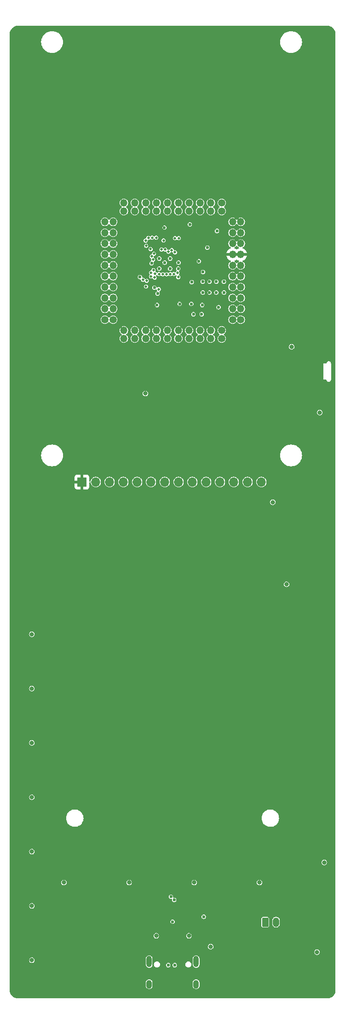
<source format=gbr>
%TF.GenerationSoftware,KiCad,Pcbnew,7.0.5*%
%TF.CreationDate,2023-07-27T14:44:28-03:00*%
%TF.ProjectId,Open_Machinist_Calculator,4f70656e-5f4d-4616-9368-696e6973745f,rev?*%
%TF.SameCoordinates,Original*%
%TF.FileFunction,Copper,L3,Inr*%
%TF.FilePolarity,Positive*%
%FSLAX46Y46*%
G04 Gerber Fmt 4.6, Leading zero omitted, Abs format (unit mm)*
G04 Created by KiCad (PCBNEW 7.0.5) date 2023-07-27 14:44:28*
%MOMM*%
%LPD*%
G01*
G04 APERTURE LIST*
G04 Aperture macros list*
%AMRoundRect*
0 Rectangle with rounded corners*
0 $1 Rounding radius*
0 $2 $3 $4 $5 $6 $7 $8 $9 X,Y pos of 4 corners*
0 Add a 4 corners polygon primitive as box body*
4,1,4,$2,$3,$4,$5,$6,$7,$8,$9,$2,$3,0*
0 Add four circle primitives for the rounded corners*
1,1,$1+$1,$2,$3*
1,1,$1+$1,$4,$5*
1,1,$1+$1,$6,$7*
1,1,$1+$1,$8,$9*
0 Add four rect primitives between the rounded corners*
20,1,$1+$1,$2,$3,$4,$5,0*
20,1,$1+$1,$4,$5,$6,$7,0*
20,1,$1+$1,$6,$7,$8,$9,0*
20,1,$1+$1,$8,$9,$2,$3,0*%
G04 Aperture macros list end*
%TA.AperFunction,ComponentPad*%
%ADD10R,1.700000X1.700000*%
%TD*%
%TA.AperFunction,ComponentPad*%
%ADD11O,1.700000X1.700000*%
%TD*%
%TA.AperFunction,ComponentPad*%
%ADD12C,1.350000*%
%TD*%
%TA.AperFunction,ComponentPad*%
%ADD13O,1.350000X1.350000*%
%TD*%
%TA.AperFunction,ComponentPad*%
%ADD14RoundRect,0.250000X-0.350000X-0.625000X0.350000X-0.625000X0.350000X0.625000X-0.350000X0.625000X0*%
%TD*%
%TA.AperFunction,ComponentPad*%
%ADD15O,1.200000X1.750000*%
%TD*%
%TA.AperFunction,ComponentPad*%
%ADD16O,1.000000X1.600000*%
%TD*%
%TA.AperFunction,ComponentPad*%
%ADD17O,1.000000X2.100000*%
%TD*%
%TA.AperFunction,ViaPad*%
%ADD18C,0.800000*%
%TD*%
%TA.AperFunction,ViaPad*%
%ADD19C,0.500000*%
%TD*%
%TA.AperFunction,ViaPad*%
%ADD20C,0.600000*%
%TD*%
G04 APERTURE END LIST*
D10*
%TO.N,VDC*%
%TO.C,J3*%
X89325000Y-127975000D03*
D11*
%TO.N,GND*%
X91865000Y-127975000D03*
%TO.N,CS*%
X94405000Y-127975000D03*
%TO.N,RESET*%
X96945000Y-127975000D03*
%TO.N,DC*%
X99485000Y-127975000D03*
%TO.N,SDI(MISO)*%
X102025000Y-127975000D03*
%TO.N,SCK*%
X104565000Y-127975000D03*
%TO.N,LED*%
X107105000Y-127975000D03*
%TO.N,SDO(MISO)*%
X109645000Y-127975000D03*
%TO.N,T_CLK*%
X112185000Y-127975000D03*
%TO.N,T_CS*%
X114725000Y-127975000D03*
%TO.N,T_DIN*%
X117265000Y-127975000D03*
%TO.N,T_DO*%
X119805000Y-127975000D03*
%TO.N,T_IRQ*%
X122345000Y-127975000D03*
%TD*%
D12*
%TO.N,DC*%
%TO.C,J7*%
X93550000Y-98099994D03*
X95050000Y-98099994D03*
D13*
%TO.N,RESET*%
X93550000Y-96099994D03*
X95050000Y-96099994D03*
%TO.N,SDO(MISO)*%
X93550000Y-94099994D03*
X95050000Y-94099994D03*
%TO.N,CS*%
X93550000Y-92099994D03*
X95050000Y-92099994D03*
%TO.N,SCK*%
X93550000Y-90099994D03*
X95050000Y-90099994D03*
%TO.N,SDI(MISO)*%
X93550000Y-88099994D03*
X95050000Y-88099994D03*
%TO.N,ROW3*%
X93550000Y-86099994D03*
X95050000Y-86099994D03*
%TO.N,ROW4*%
X93550000Y-84099994D03*
X95050000Y-84099994D03*
%TO.N,ROW5*%
X93550000Y-82099994D03*
X95050000Y-82099994D03*
%TO.N,ROW6*%
X93550000Y-80099994D03*
X95050000Y-80099994D03*
%TD*%
D14*
%TO.N,VBAT*%
%TO.C,J2*%
X123050000Y-208987500D03*
D15*
%TO.N,GND*%
X125050000Y-208987500D03*
%TD*%
D12*
%TO.N,ADC_BAT*%
%TO.C,J6*%
X115050000Y-78099994D03*
X115050000Y-76599994D03*
D13*
%TO.N,/MCU/GPIO28*%
X113050000Y-78099994D03*
X113050000Y-76599994D03*
%TO.N,/MCU/GPIO27*%
X111050000Y-78099994D03*
X111050000Y-76599994D03*
%TO.N,/MCU/GPIO26*%
X109050000Y-78099994D03*
X109050000Y-76599994D03*
%TO.N,COL1*%
X107050000Y-78099994D03*
X107050000Y-76599994D03*
%TO.N,COL2*%
X105050000Y-78099994D03*
X105050000Y-76599994D03*
%TO.N,COL3*%
X103050000Y-78099994D03*
X103050000Y-76599994D03*
%TO.N,ROW9*%
X101050000Y-78099994D03*
X101050000Y-76599994D03*
%TO.N,ROW8*%
X99050000Y-78099994D03*
X99050000Y-76599994D03*
%TO.N,ROW7*%
X97050000Y-78099994D03*
X97050000Y-76599994D03*
%TD*%
D12*
%TO.N,ROW1*%
%TO.C,J5*%
X115050000Y-101599994D03*
X115050000Y-100099994D03*
D13*
%TO.N,COL5*%
X113050000Y-101599994D03*
X113050000Y-100099994D03*
%TO.N,ROW2*%
X111050000Y-101599994D03*
X111050000Y-100099994D03*
%TO.N,COL4*%
X109050000Y-101599994D03*
X109050000Y-100099994D03*
%TO.N,T_DO*%
X107050000Y-101599994D03*
X107050000Y-100099994D03*
%TO.N,T_CS*%
X105050000Y-101599994D03*
X105050000Y-100099994D03*
%TO.N,T_CLK*%
X103050000Y-101599994D03*
X103050000Y-100099994D03*
%TO.N,T_DIN*%
X101050000Y-101599994D03*
X101050000Y-100099994D03*
%TO.N,T_IRQ*%
X99050000Y-101599994D03*
X99050000Y-100099994D03*
%TO.N,/MCU/GPIO9*%
X97050000Y-101599994D03*
X97050000Y-100099994D03*
%TD*%
D16*
%TO.N,GND*%
%TO.C,J1*%
X110340000Y-220420000D03*
D17*
X110340000Y-216240000D03*
D16*
X101700000Y-220420000D03*
D17*
X101700000Y-216240000D03*
%TD*%
D12*
%TO.N,USBBOOT*%
%TO.C,J4*%
X117050000Y-98099994D03*
X118550000Y-98099994D03*
D13*
%TO.N,/MCU/~{RESET}*%
X117050000Y-96099994D03*
X118550000Y-96099994D03*
%TO.N,/MCU/SWCLK*%
X117050000Y-94099994D03*
X118550000Y-94099994D03*
%TO.N,/MCU/SWDIO*%
X117050000Y-92099994D03*
X118550000Y-92099994D03*
%TO.N,D+*%
X117050000Y-90099994D03*
X118550000Y-90099994D03*
%TO.N,D-*%
X117050000Y-88099994D03*
X118550000Y-88099994D03*
%TO.N,VDC*%
X117050000Y-86099994D03*
X118550000Y-86099994D03*
%TO.N,+5V*%
X117050000Y-84099994D03*
X118550000Y-84099994D03*
%TO.N,VBAT*%
X117050000Y-82099994D03*
X118550000Y-82099994D03*
%TO.N,GND*%
X117050000Y-80099994D03*
X118550000Y-80099994D03*
%TD*%
D18*
%TO.N,VDC*%
X106155000Y-119100000D03*
D19*
%TO.N,COL1*%
X105250000Y-85599994D03*
D18*
X86000000Y-201700000D03*
%TO.N,COL4*%
X124435000Y-131700000D03*
X122000000Y-201700000D03*
D19*
X105600000Y-89699994D03*
%TO.N,COL5*%
X106900000Y-89499994D03*
D18*
X133900000Y-198000000D03*
D19*
%TO.N,COL2*%
X104650000Y-85199994D03*
D18*
X98000000Y-201700000D03*
%TO.N,COL3*%
X110000000Y-201700000D03*
D19*
X104350000Y-83524994D03*
%TO.N,ROW1*%
X107060876Y-90260870D03*
D18*
%TO.N,ROW2*%
X126975000Y-146800000D03*
D19*
X106250000Y-89699994D03*
%TO.N,ROW3*%
X101950000Y-85099994D03*
D18*
X80100000Y-156000000D03*
D19*
%TO.N,ROW4*%
X101150000Y-84499994D03*
D18*
X80100000Y-166000000D03*
D19*
%TO.N,ROW5*%
X101050000Y-83549994D03*
D18*
X80100000Y-176000000D03*
D19*
%TO.N,ROW6*%
X101550000Y-83049994D03*
D18*
X80100000Y-186000000D03*
D19*
%TO.N,ROW7*%
X102250000Y-82999994D03*
D18*
X80100000Y-196000000D03*
%TO.N,ROW8*%
X80100000Y-206000000D03*
D19*
X103000000Y-82999994D03*
%TO.N,ROW9*%
X103950000Y-85199994D03*
D18*
X80100000Y-216000000D03*
D20*
%TO.N,GND*%
X111735000Y-208000000D03*
X107300000Y-95199994D03*
X103150000Y-95399994D03*
X111550000Y-91099994D03*
X109450000Y-95199994D03*
X115450000Y-93099994D03*
X114174265Y-81775729D03*
X109850000Y-97099994D03*
X112800000Y-91099994D03*
X114050000Y-93099994D03*
X110850000Y-87349994D03*
X105550000Y-88699994D03*
X112800000Y-93099994D03*
X102650000Y-92199994D03*
X111450000Y-95399994D03*
X103550000Y-88699994D03*
X114050000Y-91099994D03*
X109175000Y-80574994D03*
X111550000Y-93099994D03*
X103550000Y-86849994D03*
X104500000Y-81149994D03*
X103250000Y-93299994D03*
X105550000Y-86849994D03*
X112400000Y-84849994D03*
X104550000Y-87599994D03*
X115450000Y-91099994D03*
X100000000Y-90249994D03*
D18*
%TO.N,/USB-C connector/VUSB_RAW*%
X109000000Y-211500000D03*
X113000000Y-213500000D03*
X103000000Y-211500000D03*
D20*
X106000000Y-208900000D03*
D19*
%TO.N,CS*%
X102050000Y-90149994D03*
%TO.N,RESET*%
X101250000Y-90949994D03*
%TO.N,DC*%
X101100000Y-91999994D03*
%TO.N,SDI(MISO)*%
X102500000Y-88949994D03*
%TO.N,SCK*%
X102050000Y-89449994D03*
%TO.N,SDO(MISO)*%
X100550000Y-90749994D03*
%TO.N,T_CLK*%
X103500000Y-89699994D03*
%TO.N,T_CS*%
X104200000Y-89749994D03*
%TO.N,T_DIN*%
X102771114Y-89657766D03*
D18*
X101000000Y-111700000D03*
D19*
%TO.N,T_DO*%
X104900000Y-89749994D03*
%TO.N,T_IRQ*%
X103450000Y-92499994D03*
%TO.N,ADC_BAT*%
X107150000Y-83099994D03*
D18*
X132600000Y-214500000D03*
D20*
%TO.N,D-*%
X106300521Y-204900521D03*
%TO.N,D+*%
X105699479Y-204299479D03*
D18*
%TO.N,+5V*%
X133100000Y-115200000D03*
%TO.N,VBAT*%
X127900000Y-103100000D03*
D20*
%TO.N,Net-(U3-VREG_VOUT)*%
X107110680Y-87607858D03*
X102150000Y-87699994D03*
%TO.N,Net-(J1-DP1)*%
X105200000Y-216900000D03*
X106400000Y-216900000D03*
D19*
%TO.N,/MCU/~{RESET}*%
X102581302Y-85944873D03*
D20*
X111350000Y-97099994D03*
D19*
%TO.N,/MCU/SWCLK*%
X102419232Y-87053837D03*
%TO.N,/MCU/SWDIO*%
X102169730Y-86447972D03*
%TO.N,/MCU/GPIO28*%
X106450000Y-83099994D03*
%TO.N,/MCU/GPIO27*%
X106450000Y-85699994D03*
%TO.N,/MCU/GPIO26*%
X105850000Y-85299994D03*
D20*
%TO.N,/MCU/~{QSPI_CS}*%
X109525000Y-91199994D03*
X114462500Y-95812494D03*
%TO.N,/MCU/QSPI_SCLK*%
X107050000Y-88699994D03*
X111600000Y-89324994D03*
D18*
%TO.N,VDC*%
X109150000Y-87224994D03*
X97829977Y-81279971D03*
X115350000Y-88899994D03*
X109157966Y-82599994D03*
D20*
X115650000Y-95399994D03*
D18*
X108400000Y-91749994D03*
X130370000Y-200960000D03*
D19*
%TO.N,/MCU/GPIO9*%
X102700000Y-90349994D03*
%TD*%
%TA.AperFunction,Conductor*%
%TO.N,VDC*%
G36*
X118090507Y-85890150D02*
G01*
X118050000Y-86028105D01*
X118050000Y-86171883D01*
X118090507Y-86309838D01*
X118116314Y-86349994D01*
X117483686Y-86349994D01*
X117509493Y-86309838D01*
X117550000Y-86171883D01*
X117550000Y-86028105D01*
X117509493Y-85890150D01*
X117483686Y-85849994D01*
X118116314Y-85849994D01*
X118090507Y-85890150D01*
G37*
%TD.AperFunction*%
%TA.AperFunction,Conductor*%
G36*
X134502208Y-44000657D02*
G01*
X134569665Y-44005482D01*
X134716644Y-44017049D01*
X134724933Y-44018271D01*
X134819165Y-44038770D01*
X134820341Y-44039039D01*
X134936225Y-44066860D01*
X134943401Y-44069051D01*
X135038779Y-44104625D01*
X135040707Y-44105385D01*
X135145857Y-44148939D01*
X135151847Y-44151805D01*
X135242937Y-44201543D01*
X135245580Y-44203073D01*
X135340903Y-44261488D01*
X135345643Y-44264705D01*
X135429440Y-44327435D01*
X135432520Y-44329898D01*
X135516937Y-44401997D01*
X135520513Y-44405303D01*
X135594695Y-44479485D01*
X135598001Y-44483061D01*
X135670094Y-44567471D01*
X135672576Y-44570574D01*
X135735289Y-44654349D01*
X135738521Y-44659111D01*
X135796910Y-44754393D01*
X135798463Y-44757076D01*
X135848193Y-44848151D01*
X135851059Y-44854141D01*
X135894592Y-44959237D01*
X135895403Y-44961297D01*
X135930942Y-45056582D01*
X135933140Y-45063782D01*
X135960948Y-45179610D01*
X135961244Y-45180904D01*
X135981723Y-45275044D01*
X135982950Y-45283368D01*
X135994519Y-45430374D01*
X135998611Y-45487577D01*
X135998874Y-45491254D01*
X135999342Y-45497788D01*
X135999500Y-45502213D01*
X135999500Y-221497786D01*
X135999342Y-221502212D01*
X135994519Y-221569624D01*
X135982950Y-221716632D01*
X135981723Y-221724956D01*
X135961249Y-221819072D01*
X135960953Y-221820366D01*
X135933140Y-221936216D01*
X135930942Y-221943416D01*
X135895403Y-222038701D01*
X135894592Y-222040761D01*
X135851059Y-222145857D01*
X135848193Y-222151847D01*
X135798463Y-222242922D01*
X135796910Y-222245605D01*
X135738521Y-222340887D01*
X135735289Y-222345649D01*
X135672576Y-222429424D01*
X135670087Y-222432536D01*
X135598001Y-222516937D01*
X135594695Y-222520513D01*
X135520513Y-222594695D01*
X135516937Y-222598001D01*
X135432536Y-222670087D01*
X135429424Y-222672576D01*
X135345649Y-222735289D01*
X135340887Y-222738521D01*
X135245605Y-222796910D01*
X135242922Y-222798463D01*
X135151847Y-222848193D01*
X135145857Y-222851059D01*
X135040761Y-222894592D01*
X135038701Y-222895403D01*
X134943416Y-222930942D01*
X134936216Y-222933140D01*
X134820366Y-222960953D01*
X134819072Y-222961249D01*
X134724956Y-222981723D01*
X134716632Y-222982950D01*
X134569624Y-222994519D01*
X134511459Y-222998680D01*
X134502206Y-222999342D01*
X134497786Y-222999500D01*
X77502214Y-222999500D01*
X77497792Y-222999342D01*
X77491088Y-222998862D01*
X77430375Y-222994519D01*
X77283366Y-222982950D01*
X77275042Y-222981723D01*
X77180926Y-222961249D01*
X77179632Y-222960953D01*
X77063782Y-222933140D01*
X77056582Y-222930942D01*
X76999050Y-222909484D01*
X76961278Y-222895395D01*
X76959237Y-222894592D01*
X76854141Y-222851059D01*
X76848151Y-222848193D01*
X76757076Y-222798463D01*
X76754393Y-222796910D01*
X76659106Y-222738517D01*
X76654349Y-222735289D01*
X76570574Y-222672576D01*
X76567471Y-222670094D01*
X76483061Y-222598001D01*
X76479485Y-222594695D01*
X76405303Y-222520513D01*
X76401997Y-222516937D01*
X76329898Y-222432520D01*
X76327435Y-222429440D01*
X76264705Y-222345643D01*
X76261488Y-222340903D01*
X76203073Y-222245580D01*
X76201535Y-222242922D01*
X76151805Y-222151847D01*
X76148939Y-222145857D01*
X76105385Y-222040707D01*
X76104625Y-222038779D01*
X76069051Y-221943401D01*
X76066860Y-221936225D01*
X76039039Y-221820341D01*
X76038770Y-221819165D01*
X76018271Y-221724933D01*
X76017049Y-221716644D01*
X76005482Y-221569665D01*
X76000658Y-221502209D01*
X76000500Y-221497786D01*
X76000500Y-220759354D01*
X101099500Y-220759354D01*
X101099501Y-220759370D01*
X101114955Y-220876760D01*
X101114956Y-220876762D01*
X101175464Y-221022841D01*
X101271718Y-221148282D01*
X101397159Y-221244536D01*
X101543238Y-221305044D01*
X101621618Y-221315363D01*
X101699999Y-221325682D01*
X101700000Y-221325682D01*
X101700001Y-221325682D01*
X101752253Y-221318802D01*
X101856762Y-221305044D01*
X102002841Y-221244536D01*
X102128282Y-221148282D01*
X102224536Y-221022841D01*
X102285044Y-220876762D01*
X102300500Y-220759361D01*
X102300500Y-220759354D01*
X109739500Y-220759354D01*
X109739501Y-220759370D01*
X109754955Y-220876760D01*
X109754956Y-220876762D01*
X109815464Y-221022841D01*
X109911718Y-221148282D01*
X110037159Y-221244536D01*
X110183238Y-221305044D01*
X110261618Y-221315363D01*
X110339999Y-221325682D01*
X110340000Y-221325682D01*
X110340001Y-221325682D01*
X110392253Y-221318802D01*
X110496762Y-221305044D01*
X110642841Y-221244536D01*
X110768282Y-221148282D01*
X110864536Y-221022841D01*
X110925044Y-220876762D01*
X110940500Y-220759361D01*
X110940500Y-220080639D01*
X110925044Y-219963238D01*
X110864536Y-219817159D01*
X110768282Y-219691718D01*
X110642841Y-219595464D01*
X110496762Y-219534956D01*
X110496760Y-219534955D01*
X110340001Y-219514318D01*
X110339999Y-219514318D01*
X110183239Y-219534955D01*
X110183237Y-219534956D01*
X110037160Y-219595463D01*
X109911718Y-219691718D01*
X109815463Y-219817160D01*
X109754956Y-219963237D01*
X109754955Y-219963239D01*
X109739501Y-220080629D01*
X109739500Y-220080645D01*
X109739500Y-220759354D01*
X102300500Y-220759354D01*
X102300500Y-220080639D01*
X102285044Y-219963238D01*
X102224536Y-219817159D01*
X102128282Y-219691718D01*
X102002841Y-219595464D01*
X101856762Y-219534956D01*
X101856760Y-219534955D01*
X101700001Y-219514318D01*
X101699999Y-219514318D01*
X101543239Y-219534955D01*
X101543237Y-219534956D01*
X101397160Y-219595463D01*
X101271718Y-219691718D01*
X101175463Y-219817160D01*
X101114956Y-219963237D01*
X101114955Y-219963239D01*
X101099501Y-220080629D01*
X101099500Y-220080645D01*
X101099500Y-220759354D01*
X76000500Y-220759354D01*
X76000500Y-216829354D01*
X101099500Y-216829354D01*
X101099501Y-216829370D01*
X101114955Y-216946760D01*
X101114956Y-216946762D01*
X101147487Y-217025300D01*
X101175464Y-217092841D01*
X101271718Y-217218282D01*
X101397159Y-217314536D01*
X101543238Y-217375044D01*
X101621618Y-217385363D01*
X101699999Y-217395682D01*
X101700000Y-217395682D01*
X101700001Y-217395682D01*
X101752253Y-217388802D01*
X101856762Y-217375044D01*
X102002841Y-217314536D01*
X102128282Y-217218282D01*
X102224536Y-217092841D01*
X102285044Y-216946762D01*
X102300500Y-216829361D01*
X102300500Y-216770000D01*
X102549533Y-216770000D01*
X102569312Y-216920234D01*
X102569313Y-216920236D01*
X102612832Y-217025301D01*
X102627302Y-217060233D01*
X102719549Y-217180451D01*
X102839767Y-217272698D01*
X102979764Y-217330687D01*
X103092280Y-217345500D01*
X103092287Y-217345500D01*
X103167713Y-217345500D01*
X103167720Y-217345500D01*
X103280236Y-217330687D01*
X103420233Y-217272698D01*
X103540451Y-217180451D01*
X103632698Y-217060233D01*
X103690687Y-216920236D01*
X103693351Y-216900003D01*
X104794508Y-216900003D01*
X104814352Y-217025300D01*
X104814352Y-217025301D01*
X104814354Y-217025304D01*
X104871950Y-217138342D01*
X104871952Y-217138344D01*
X104871954Y-217138347D01*
X104961652Y-217228045D01*
X104961654Y-217228046D01*
X104961658Y-217228050D01*
X105074696Y-217285646D01*
X105074697Y-217285646D01*
X105074699Y-217285647D01*
X105199997Y-217305492D01*
X105200000Y-217305492D01*
X105200003Y-217305492D01*
X105325300Y-217285647D01*
X105325301Y-217285647D01*
X105325302Y-217285646D01*
X105325304Y-217285646D01*
X105438342Y-217228050D01*
X105528050Y-217138342D01*
X105585646Y-217025304D01*
X105585646Y-217025302D01*
X105585647Y-217025301D01*
X105585647Y-217025300D01*
X105605492Y-216900003D01*
X105994508Y-216900003D01*
X106014352Y-217025300D01*
X106014352Y-217025301D01*
X106014354Y-217025304D01*
X106071950Y-217138342D01*
X106071952Y-217138344D01*
X106071954Y-217138347D01*
X106161652Y-217228045D01*
X106161654Y-217228046D01*
X106161658Y-217228050D01*
X106274696Y-217285646D01*
X106274697Y-217285646D01*
X106274699Y-217285647D01*
X106399997Y-217305492D01*
X106400000Y-217305492D01*
X106400003Y-217305492D01*
X106525300Y-217285647D01*
X106525301Y-217285647D01*
X106525302Y-217285646D01*
X106525304Y-217285646D01*
X106638342Y-217228050D01*
X106728050Y-217138342D01*
X106785646Y-217025304D01*
X106785646Y-217025302D01*
X106785647Y-217025301D01*
X106785647Y-217025300D01*
X106805492Y-216900003D01*
X106805492Y-216899996D01*
X106785647Y-216774699D01*
X106785647Y-216774698D01*
X106783254Y-216770000D01*
X108329533Y-216770000D01*
X108349312Y-216920234D01*
X108349313Y-216920236D01*
X108392832Y-217025301D01*
X108407302Y-217060233D01*
X108499549Y-217180451D01*
X108619767Y-217272698D01*
X108759764Y-217330687D01*
X108872280Y-217345500D01*
X108872287Y-217345500D01*
X108947713Y-217345500D01*
X108947720Y-217345500D01*
X109060236Y-217330687D01*
X109200233Y-217272698D01*
X109320451Y-217180451D01*
X109412698Y-217060233D01*
X109470687Y-216920236D01*
X109482652Y-216829354D01*
X109739500Y-216829354D01*
X109739501Y-216829370D01*
X109754955Y-216946760D01*
X109754956Y-216946762D01*
X109787487Y-217025300D01*
X109815464Y-217092841D01*
X109911718Y-217218282D01*
X110037159Y-217314536D01*
X110183238Y-217375044D01*
X110261618Y-217385363D01*
X110339999Y-217395682D01*
X110340000Y-217395682D01*
X110340001Y-217395682D01*
X110392253Y-217388802D01*
X110496762Y-217375044D01*
X110642841Y-217314536D01*
X110768282Y-217218282D01*
X110864536Y-217092841D01*
X110925044Y-216946762D01*
X110940500Y-216829361D01*
X110940500Y-215650639D01*
X110925044Y-215533238D01*
X110864536Y-215387159D01*
X110768282Y-215261718D01*
X110642841Y-215165464D01*
X110496762Y-215104956D01*
X110496760Y-215104955D01*
X110340001Y-215084318D01*
X110339999Y-215084318D01*
X110183239Y-215104955D01*
X110183237Y-215104956D01*
X110037160Y-215165463D01*
X109911718Y-215261718D01*
X109815463Y-215387160D01*
X109754956Y-215533237D01*
X109754955Y-215533239D01*
X109739501Y-215650629D01*
X109739500Y-215650645D01*
X109739500Y-216829354D01*
X109482652Y-216829354D01*
X109490466Y-216770000D01*
X109470687Y-216619764D01*
X109412698Y-216479767D01*
X109320451Y-216359549D01*
X109200233Y-216267302D01*
X109200229Y-216267300D01*
X109136801Y-216241027D01*
X109060236Y-216209313D01*
X109046171Y-216207461D01*
X108947727Y-216194500D01*
X108947720Y-216194500D01*
X108872280Y-216194500D01*
X108872272Y-216194500D01*
X108759764Y-216209313D01*
X108759763Y-216209313D01*
X108619770Y-216267300D01*
X108619767Y-216267301D01*
X108619767Y-216267302D01*
X108499549Y-216359549D01*
X108407300Y-216479770D01*
X108349313Y-216619763D01*
X108349312Y-216619765D01*
X108329533Y-216769999D01*
X108329533Y-216770000D01*
X106783254Y-216770000D01*
X106783253Y-216769999D01*
X106728050Y-216661658D01*
X106728046Y-216661654D01*
X106728045Y-216661652D01*
X106638347Y-216571954D01*
X106638344Y-216571952D01*
X106638342Y-216571950D01*
X106525304Y-216514354D01*
X106525303Y-216514353D01*
X106525300Y-216514352D01*
X106400003Y-216494508D01*
X106399997Y-216494508D01*
X106274699Y-216514352D01*
X106274698Y-216514352D01*
X106199337Y-216552751D01*
X106161658Y-216571950D01*
X106161656Y-216571951D01*
X106161657Y-216571951D01*
X106161652Y-216571954D01*
X106071954Y-216661652D01*
X106071951Y-216661657D01*
X106014352Y-216774698D01*
X106014352Y-216774699D01*
X105994508Y-216899996D01*
X105994508Y-216900003D01*
X105605492Y-216900003D01*
X105605492Y-216899996D01*
X105585647Y-216774699D01*
X105585647Y-216774698D01*
X105583253Y-216769999D01*
X105528050Y-216661658D01*
X105528046Y-216661654D01*
X105528045Y-216661652D01*
X105438347Y-216571954D01*
X105438344Y-216571952D01*
X105438342Y-216571950D01*
X105325304Y-216514354D01*
X105325303Y-216514353D01*
X105325300Y-216514352D01*
X105200003Y-216494508D01*
X105199997Y-216494508D01*
X105074699Y-216514352D01*
X105074698Y-216514352D01*
X104999337Y-216552751D01*
X104961658Y-216571950D01*
X104961656Y-216571951D01*
X104961657Y-216571951D01*
X104961652Y-216571954D01*
X104871954Y-216661652D01*
X104871951Y-216661657D01*
X104814352Y-216774698D01*
X104814352Y-216774699D01*
X104794508Y-216899996D01*
X104794508Y-216900003D01*
X103693351Y-216900003D01*
X103710466Y-216770000D01*
X103690687Y-216619764D01*
X103632698Y-216479767D01*
X103540451Y-216359549D01*
X103420233Y-216267302D01*
X103420229Y-216267300D01*
X103356801Y-216241027D01*
X103280236Y-216209313D01*
X103266171Y-216207461D01*
X103167727Y-216194500D01*
X103167720Y-216194500D01*
X103092280Y-216194500D01*
X103092272Y-216194500D01*
X102979764Y-216209313D01*
X102979763Y-216209313D01*
X102839770Y-216267300D01*
X102839767Y-216267301D01*
X102839767Y-216267302D01*
X102719548Y-216359549D01*
X102719549Y-216359549D01*
X102627300Y-216479770D01*
X102569313Y-216619763D01*
X102569312Y-216619765D01*
X102549533Y-216769999D01*
X102549533Y-216770000D01*
X102300500Y-216770000D01*
X102300500Y-215650639D01*
X102285044Y-215533238D01*
X102224536Y-215387159D01*
X102128282Y-215261718D01*
X102002841Y-215165464D01*
X101856762Y-215104956D01*
X101856760Y-215104955D01*
X101700001Y-215084318D01*
X101699999Y-215084318D01*
X101543239Y-215104955D01*
X101543237Y-215104956D01*
X101397160Y-215165463D01*
X101271718Y-215261718D01*
X101175463Y-215387160D01*
X101114956Y-215533237D01*
X101114955Y-215533239D01*
X101099501Y-215650629D01*
X101099500Y-215650645D01*
X101099500Y-216829354D01*
X76000500Y-216829354D01*
X76000500Y-215999999D01*
X79594353Y-215999999D01*
X79614834Y-216142456D01*
X79671850Y-216267302D01*
X79674623Y-216273373D01*
X79768872Y-216382143D01*
X79889947Y-216459953D01*
X79889950Y-216459954D01*
X79889949Y-216459954D01*
X80028036Y-216500499D01*
X80028038Y-216500500D01*
X80028039Y-216500500D01*
X80171962Y-216500500D01*
X80171962Y-216500499D01*
X80310053Y-216459953D01*
X80431128Y-216382143D01*
X80525377Y-216273373D01*
X80585165Y-216142457D01*
X80605647Y-216000000D01*
X80585165Y-215857543D01*
X80525377Y-215726627D01*
X80431128Y-215617857D01*
X80310053Y-215540047D01*
X80310051Y-215540046D01*
X80310049Y-215540045D01*
X80310050Y-215540045D01*
X80171963Y-215499500D01*
X80171961Y-215499500D01*
X80028039Y-215499500D01*
X80028036Y-215499500D01*
X79889949Y-215540045D01*
X79768873Y-215617856D01*
X79674623Y-215726626D01*
X79674622Y-215726628D01*
X79614834Y-215857543D01*
X79594353Y-215999999D01*
X76000500Y-215999999D01*
X76000500Y-214500000D01*
X132094353Y-214500000D01*
X132114834Y-214642456D01*
X132174622Y-214773371D01*
X132174623Y-214773373D01*
X132268872Y-214882143D01*
X132389947Y-214959953D01*
X132389950Y-214959954D01*
X132389949Y-214959954D01*
X132528036Y-215000499D01*
X132528038Y-215000500D01*
X132528039Y-215000500D01*
X132671962Y-215000500D01*
X132671962Y-215000499D01*
X132810053Y-214959953D01*
X132931128Y-214882143D01*
X133025377Y-214773373D01*
X133085165Y-214642457D01*
X133105647Y-214500000D01*
X133085165Y-214357543D01*
X133025377Y-214226627D01*
X132931128Y-214117857D01*
X132810053Y-214040047D01*
X132810051Y-214040046D01*
X132810049Y-214040045D01*
X132810050Y-214040045D01*
X132671963Y-213999500D01*
X132671961Y-213999500D01*
X132528039Y-213999500D01*
X132528036Y-213999500D01*
X132389949Y-214040045D01*
X132268873Y-214117856D01*
X132174623Y-214226626D01*
X132174622Y-214226628D01*
X132114834Y-214357543D01*
X132094353Y-214500000D01*
X76000500Y-214500000D01*
X76000500Y-213500000D01*
X112494353Y-213500000D01*
X112514834Y-213642456D01*
X112574622Y-213773371D01*
X112574623Y-213773373D01*
X112668872Y-213882143D01*
X112789947Y-213959953D01*
X112789950Y-213959954D01*
X112789949Y-213959954D01*
X112897107Y-213991417D01*
X112924633Y-213999500D01*
X112928036Y-214000499D01*
X112928038Y-214000500D01*
X112928039Y-214000500D01*
X113071962Y-214000500D01*
X113071962Y-214000499D01*
X113210053Y-213959953D01*
X113331128Y-213882143D01*
X113425377Y-213773373D01*
X113485165Y-213642457D01*
X113505647Y-213500000D01*
X113485165Y-213357543D01*
X113425377Y-213226627D01*
X113331128Y-213117857D01*
X113210053Y-213040047D01*
X113210051Y-213040046D01*
X113210049Y-213040045D01*
X113210050Y-213040045D01*
X113071963Y-212999500D01*
X113071961Y-212999500D01*
X112928039Y-212999500D01*
X112928036Y-212999500D01*
X112789949Y-213040045D01*
X112668873Y-213117856D01*
X112574623Y-213226626D01*
X112574622Y-213226628D01*
X112514834Y-213357543D01*
X112494353Y-213500000D01*
X76000500Y-213500000D01*
X76000500Y-211499999D01*
X102494353Y-211499999D01*
X102514834Y-211642456D01*
X102574622Y-211773371D01*
X102574623Y-211773373D01*
X102668872Y-211882143D01*
X102789947Y-211959953D01*
X102789950Y-211959954D01*
X102789949Y-211959954D01*
X102928036Y-212000499D01*
X102928038Y-212000500D01*
X102928039Y-212000500D01*
X103071962Y-212000500D01*
X103071962Y-212000499D01*
X103210053Y-211959953D01*
X103331128Y-211882143D01*
X103425377Y-211773373D01*
X103485165Y-211642457D01*
X103505647Y-211500000D01*
X108494353Y-211500000D01*
X108514834Y-211642456D01*
X108574622Y-211773371D01*
X108574623Y-211773373D01*
X108668872Y-211882143D01*
X108789947Y-211959953D01*
X108789950Y-211959954D01*
X108789949Y-211959954D01*
X108928036Y-212000499D01*
X108928038Y-212000500D01*
X108928039Y-212000500D01*
X109071962Y-212000500D01*
X109071962Y-212000499D01*
X109210053Y-211959953D01*
X109331128Y-211882143D01*
X109425377Y-211773373D01*
X109485165Y-211642457D01*
X109505647Y-211500000D01*
X109485165Y-211357543D01*
X109425377Y-211226627D01*
X109331128Y-211117857D01*
X109210053Y-211040047D01*
X109210051Y-211040046D01*
X109210049Y-211040045D01*
X109210050Y-211040045D01*
X109071963Y-210999500D01*
X109071961Y-210999500D01*
X108928039Y-210999500D01*
X108928036Y-210999500D01*
X108789949Y-211040045D01*
X108668873Y-211117856D01*
X108574623Y-211226626D01*
X108574622Y-211226628D01*
X108514834Y-211357543D01*
X108494353Y-211500000D01*
X103505647Y-211500000D01*
X103485165Y-211357543D01*
X103425377Y-211226627D01*
X103331128Y-211117857D01*
X103210053Y-211040047D01*
X103210051Y-211040046D01*
X103210049Y-211040045D01*
X103210050Y-211040045D01*
X103071963Y-210999500D01*
X103071961Y-210999500D01*
X102928039Y-210999500D01*
X102928036Y-210999500D01*
X102789949Y-211040045D01*
X102668873Y-211117856D01*
X102574623Y-211226626D01*
X102574622Y-211226628D01*
X102514834Y-211357543D01*
X102494353Y-211499999D01*
X76000500Y-211499999D01*
X76000500Y-209645760D01*
X122349500Y-209645760D01*
X122359426Y-209713891D01*
X122410803Y-209818985D01*
X122493514Y-209901696D01*
X122493515Y-209901696D01*
X122493517Y-209901698D01*
X122598607Y-209953073D01*
X122632673Y-209958036D01*
X122666739Y-209963000D01*
X122666740Y-209963000D01*
X123433261Y-209963000D01*
X123455971Y-209959691D01*
X123501393Y-209953073D01*
X123606483Y-209901698D01*
X123689198Y-209818983D01*
X123740573Y-209713893D01*
X123750500Y-209645760D01*
X123750500Y-209304874D01*
X124349499Y-209304874D01*
X124364859Y-209431368D01*
X124364860Y-209431374D01*
X124425182Y-209590431D01*
X124463374Y-209645760D01*
X124521817Y-209730429D01*
X124627505Y-209824060D01*
X124649150Y-209843236D01*
X124799773Y-209922289D01*
X124799775Y-209922290D01*
X124964944Y-209963000D01*
X125135056Y-209963000D01*
X125300225Y-209922290D01*
X125379692Y-209880581D01*
X125450849Y-209843236D01*
X125450850Y-209843234D01*
X125450852Y-209843234D01*
X125578183Y-209730429D01*
X125674818Y-209590430D01*
X125735140Y-209431372D01*
X125750500Y-209304872D01*
X125750500Y-208670128D01*
X125749471Y-208661657D01*
X125735140Y-208543631D01*
X125735139Y-208543625D01*
X125713231Y-208485857D01*
X125674818Y-208384570D01*
X125578183Y-208244571D01*
X125450852Y-208131766D01*
X125450849Y-208131763D01*
X125300226Y-208052710D01*
X125135056Y-208012000D01*
X124964944Y-208012000D01*
X124799773Y-208052710D01*
X124649150Y-208131763D01*
X124532638Y-208234984D01*
X124528843Y-208238347D01*
X124521816Y-208244572D01*
X124425182Y-208384568D01*
X124364860Y-208543625D01*
X124364859Y-208543631D01*
X124349499Y-208670125D01*
X124349499Y-209304874D01*
X123750500Y-209304874D01*
X123750500Y-208329240D01*
X123740573Y-208261107D01*
X123689198Y-208156017D01*
X123689196Y-208156015D01*
X123689196Y-208156014D01*
X123606485Y-208073303D01*
X123501391Y-208021926D01*
X123433261Y-208012000D01*
X123433260Y-208012000D01*
X122666740Y-208012000D01*
X122666739Y-208012000D01*
X122598608Y-208021926D01*
X122493514Y-208073303D01*
X122410803Y-208156014D01*
X122359426Y-208261108D01*
X122349500Y-208329239D01*
X122349500Y-209645760D01*
X76000500Y-209645760D01*
X76000500Y-208900003D01*
X105594508Y-208900003D01*
X105614352Y-209025300D01*
X105614352Y-209025301D01*
X105614354Y-209025304D01*
X105671950Y-209138342D01*
X105671952Y-209138344D01*
X105671954Y-209138347D01*
X105761652Y-209228045D01*
X105761654Y-209228046D01*
X105761658Y-209228050D01*
X105874696Y-209285646D01*
X105874697Y-209285646D01*
X105874699Y-209285647D01*
X105999997Y-209305492D01*
X106000000Y-209305492D01*
X106000003Y-209305492D01*
X106125300Y-209285647D01*
X106125301Y-209285647D01*
X106125302Y-209285646D01*
X106125304Y-209285646D01*
X106238342Y-209228050D01*
X106328050Y-209138342D01*
X106385646Y-209025304D01*
X106385646Y-209025302D01*
X106385647Y-209025301D01*
X106385647Y-209025300D01*
X106405492Y-208900003D01*
X106405492Y-208899996D01*
X106385647Y-208774699D01*
X106385647Y-208774698D01*
X106385646Y-208774696D01*
X106328050Y-208661658D01*
X106328046Y-208661654D01*
X106328045Y-208661652D01*
X106238347Y-208571954D01*
X106238344Y-208571952D01*
X106238342Y-208571950D01*
X106125304Y-208514354D01*
X106125303Y-208514353D01*
X106125300Y-208514352D01*
X106000003Y-208494508D01*
X105999997Y-208494508D01*
X105874699Y-208514352D01*
X105874698Y-208514352D01*
X105799337Y-208552751D01*
X105761658Y-208571950D01*
X105761656Y-208571951D01*
X105761657Y-208571951D01*
X105761652Y-208571954D01*
X105671954Y-208661652D01*
X105671951Y-208661657D01*
X105671950Y-208661658D01*
X105652751Y-208699337D01*
X105614352Y-208774698D01*
X105614352Y-208774699D01*
X105594508Y-208899996D01*
X105594508Y-208900003D01*
X76000500Y-208900003D01*
X76000500Y-208000003D01*
X111329508Y-208000003D01*
X111349352Y-208125300D01*
X111349352Y-208125301D01*
X111365002Y-208156014D01*
X111406950Y-208238342D01*
X111406952Y-208238344D01*
X111406954Y-208238347D01*
X111496652Y-208328045D01*
X111496654Y-208328046D01*
X111496658Y-208328050D01*
X111609696Y-208385646D01*
X111609697Y-208385646D01*
X111609699Y-208385647D01*
X111734997Y-208405492D01*
X111735000Y-208405492D01*
X111735003Y-208405492D01*
X111860300Y-208385647D01*
X111860301Y-208385647D01*
X111860302Y-208385646D01*
X111860304Y-208385646D01*
X111973342Y-208328050D01*
X112063050Y-208238342D01*
X112120646Y-208125304D01*
X112120646Y-208125302D01*
X112120647Y-208125301D01*
X112120647Y-208125300D01*
X112140492Y-208000003D01*
X112140492Y-207999996D01*
X112120647Y-207874699D01*
X112120647Y-207874698D01*
X112120646Y-207874696D01*
X112063050Y-207761658D01*
X112063046Y-207761654D01*
X112063045Y-207761652D01*
X111973347Y-207671954D01*
X111973344Y-207671952D01*
X111973342Y-207671950D01*
X111860304Y-207614354D01*
X111860303Y-207614353D01*
X111860300Y-207614352D01*
X111735003Y-207594508D01*
X111734997Y-207594508D01*
X111609699Y-207614352D01*
X111609698Y-207614352D01*
X111534337Y-207652751D01*
X111496658Y-207671950D01*
X111496656Y-207671951D01*
X111496657Y-207671951D01*
X111496652Y-207671954D01*
X111406954Y-207761652D01*
X111406951Y-207761657D01*
X111349352Y-207874698D01*
X111349352Y-207874699D01*
X111329508Y-207999996D01*
X111329508Y-208000003D01*
X76000500Y-208000003D01*
X76000500Y-206000000D01*
X79594353Y-206000000D01*
X79614834Y-206142456D01*
X79674622Y-206273371D01*
X79674623Y-206273373D01*
X79768872Y-206382143D01*
X79889947Y-206459953D01*
X79889950Y-206459954D01*
X79889949Y-206459954D01*
X80028036Y-206500499D01*
X80028038Y-206500500D01*
X80028039Y-206500500D01*
X80171962Y-206500500D01*
X80171962Y-206500499D01*
X80310053Y-206459953D01*
X80431128Y-206382143D01*
X80525377Y-206273373D01*
X80585165Y-206142457D01*
X80605647Y-206000000D01*
X80585165Y-205857543D01*
X80525377Y-205726627D01*
X80431128Y-205617857D01*
X80310053Y-205540047D01*
X80310051Y-205540046D01*
X80310049Y-205540045D01*
X80310050Y-205540045D01*
X80171963Y-205499500D01*
X80171961Y-205499500D01*
X80028039Y-205499500D01*
X80028036Y-205499500D01*
X79889949Y-205540045D01*
X79768873Y-205617856D01*
X79674623Y-205726626D01*
X79674622Y-205726628D01*
X79614834Y-205857543D01*
X79594353Y-206000000D01*
X76000500Y-206000000D01*
X76000500Y-204299482D01*
X105293987Y-204299482D01*
X105313831Y-204424779D01*
X105313831Y-204424780D01*
X105313833Y-204424783D01*
X105371429Y-204537821D01*
X105371431Y-204537823D01*
X105371433Y-204537826D01*
X105461131Y-204627524D01*
X105461133Y-204627525D01*
X105461137Y-204627529D01*
X105574175Y-204685125D01*
X105574176Y-204685125D01*
X105574178Y-204685126D01*
X105699476Y-204704971D01*
X105699479Y-204704971D01*
X105699480Y-204704971D01*
X105714763Y-204702550D01*
X105763259Y-204694869D01*
X105832552Y-204703823D01*
X105886004Y-204748819D01*
X105906644Y-204815570D01*
X105905131Y-204836739D01*
X105895029Y-204900523D01*
X105895029Y-204900524D01*
X105914873Y-205025821D01*
X105914873Y-205025822D01*
X105914875Y-205025825D01*
X105972471Y-205138863D01*
X105972473Y-205138865D01*
X105972475Y-205138868D01*
X106062173Y-205228566D01*
X106062175Y-205228567D01*
X106062179Y-205228571D01*
X106175217Y-205286167D01*
X106175218Y-205286167D01*
X106175220Y-205286168D01*
X106300518Y-205306013D01*
X106300521Y-205306013D01*
X106300524Y-205306013D01*
X106425821Y-205286168D01*
X106425822Y-205286168D01*
X106425823Y-205286167D01*
X106425825Y-205286167D01*
X106538863Y-205228571D01*
X106628571Y-205138863D01*
X106686167Y-205025825D01*
X106686167Y-205025823D01*
X106686168Y-205025822D01*
X106686168Y-205025821D01*
X106706013Y-204900524D01*
X106706013Y-204900517D01*
X106686168Y-204775220D01*
X106686168Y-204775219D01*
X106672716Y-204748819D01*
X106628571Y-204662179D01*
X106628567Y-204662175D01*
X106628566Y-204662173D01*
X106538868Y-204572475D01*
X106538865Y-204572473D01*
X106538863Y-204572471D01*
X106425825Y-204514875D01*
X106425824Y-204514874D01*
X106425821Y-204514873D01*
X106300524Y-204495029D01*
X106300522Y-204495029D01*
X106300521Y-204495029D01*
X106236739Y-204505131D01*
X106167446Y-204496175D01*
X106113994Y-204451178D01*
X106093355Y-204384427D01*
X106094868Y-204363263D01*
X106104971Y-204299479D01*
X106104970Y-204299476D01*
X106104971Y-204299475D01*
X106085126Y-204174178D01*
X106085126Y-204174177D01*
X106085125Y-204174175D01*
X106027529Y-204061137D01*
X106027525Y-204061133D01*
X106027524Y-204061131D01*
X105937826Y-203971433D01*
X105937823Y-203971431D01*
X105937821Y-203971429D01*
X105824783Y-203913833D01*
X105824782Y-203913832D01*
X105824779Y-203913831D01*
X105699482Y-203893987D01*
X105699476Y-203893987D01*
X105574178Y-203913831D01*
X105574177Y-203913831D01*
X105498816Y-203952230D01*
X105461137Y-203971429D01*
X105461136Y-203971429D01*
X105461136Y-203971430D01*
X105461131Y-203971433D01*
X105371433Y-204061131D01*
X105371430Y-204061136D01*
X105313831Y-204174177D01*
X105313831Y-204174178D01*
X105293987Y-204299475D01*
X105293987Y-204299482D01*
X76000500Y-204299482D01*
X76000500Y-201699999D01*
X85494353Y-201699999D01*
X85514834Y-201842456D01*
X85574622Y-201973371D01*
X85574623Y-201973373D01*
X85668872Y-202082143D01*
X85789947Y-202159953D01*
X85789950Y-202159954D01*
X85789949Y-202159954D01*
X85928036Y-202200499D01*
X85928038Y-202200500D01*
X85928039Y-202200500D01*
X86071962Y-202200500D01*
X86071962Y-202200499D01*
X86210053Y-202159953D01*
X86331128Y-202082143D01*
X86425377Y-201973373D01*
X86485165Y-201842457D01*
X86505647Y-201700000D01*
X97494353Y-201700000D01*
X97514834Y-201842456D01*
X97574622Y-201973371D01*
X97574623Y-201973373D01*
X97668872Y-202082143D01*
X97789947Y-202159953D01*
X97789950Y-202159954D01*
X97789949Y-202159954D01*
X97928036Y-202200499D01*
X97928038Y-202200500D01*
X97928039Y-202200500D01*
X98071962Y-202200500D01*
X98071962Y-202200499D01*
X98210053Y-202159953D01*
X98331128Y-202082143D01*
X98425377Y-201973373D01*
X98485165Y-201842457D01*
X98505647Y-201700000D01*
X98505647Y-201699999D01*
X109494353Y-201699999D01*
X109514834Y-201842456D01*
X109574622Y-201973371D01*
X109574623Y-201973373D01*
X109668872Y-202082143D01*
X109789947Y-202159953D01*
X109789950Y-202159954D01*
X109789949Y-202159954D01*
X109928036Y-202200499D01*
X109928038Y-202200500D01*
X109928039Y-202200500D01*
X110071962Y-202200500D01*
X110071962Y-202200499D01*
X110210053Y-202159953D01*
X110331128Y-202082143D01*
X110425377Y-201973373D01*
X110485165Y-201842457D01*
X110505647Y-201700000D01*
X121494353Y-201700000D01*
X121514834Y-201842456D01*
X121574622Y-201973371D01*
X121574623Y-201973373D01*
X121668872Y-202082143D01*
X121789947Y-202159953D01*
X121789950Y-202159954D01*
X121789949Y-202159954D01*
X121928036Y-202200499D01*
X121928038Y-202200500D01*
X121928039Y-202200500D01*
X122071962Y-202200500D01*
X122071962Y-202200499D01*
X122210053Y-202159953D01*
X122331128Y-202082143D01*
X122425377Y-201973373D01*
X122485165Y-201842457D01*
X122505647Y-201700000D01*
X122485165Y-201557543D01*
X122425377Y-201426627D01*
X122331128Y-201317857D01*
X122210053Y-201240047D01*
X122210051Y-201240046D01*
X122210049Y-201240045D01*
X122210050Y-201240045D01*
X122071963Y-201199500D01*
X122071961Y-201199500D01*
X121928039Y-201199500D01*
X121928036Y-201199500D01*
X121789949Y-201240045D01*
X121668873Y-201317856D01*
X121574623Y-201426626D01*
X121574622Y-201426628D01*
X121514834Y-201557543D01*
X121494353Y-201700000D01*
X110505647Y-201700000D01*
X110485165Y-201557543D01*
X110425377Y-201426627D01*
X110331128Y-201317857D01*
X110210053Y-201240047D01*
X110210051Y-201240046D01*
X110210049Y-201240045D01*
X110210050Y-201240045D01*
X110071963Y-201199500D01*
X110071961Y-201199500D01*
X109928039Y-201199500D01*
X109928036Y-201199500D01*
X109789949Y-201240045D01*
X109668873Y-201317856D01*
X109574623Y-201426626D01*
X109574622Y-201426628D01*
X109514834Y-201557543D01*
X109494353Y-201699999D01*
X98505647Y-201699999D01*
X98485165Y-201557543D01*
X98425377Y-201426627D01*
X98331128Y-201317857D01*
X98210053Y-201240047D01*
X98210051Y-201240046D01*
X98210049Y-201240045D01*
X98210050Y-201240045D01*
X98071963Y-201199500D01*
X98071961Y-201199500D01*
X97928039Y-201199500D01*
X97928036Y-201199500D01*
X97789949Y-201240045D01*
X97668873Y-201317856D01*
X97574623Y-201426626D01*
X97574622Y-201426628D01*
X97514834Y-201557543D01*
X97494353Y-201700000D01*
X86505647Y-201700000D01*
X86485165Y-201557543D01*
X86425377Y-201426627D01*
X86331128Y-201317857D01*
X86210053Y-201240047D01*
X86210051Y-201240046D01*
X86210049Y-201240045D01*
X86210050Y-201240045D01*
X86071963Y-201199500D01*
X86071961Y-201199500D01*
X85928039Y-201199500D01*
X85928036Y-201199500D01*
X85789949Y-201240045D01*
X85668873Y-201317856D01*
X85574623Y-201426626D01*
X85574622Y-201426628D01*
X85514834Y-201557543D01*
X85494353Y-201699999D01*
X76000500Y-201699999D01*
X76000500Y-198000000D01*
X133394353Y-198000000D01*
X133414834Y-198142456D01*
X133474622Y-198273371D01*
X133474623Y-198273373D01*
X133568872Y-198382143D01*
X133689947Y-198459953D01*
X133689950Y-198459954D01*
X133689949Y-198459954D01*
X133828036Y-198500499D01*
X133828038Y-198500500D01*
X133828039Y-198500500D01*
X133971962Y-198500500D01*
X133971962Y-198500499D01*
X134110053Y-198459953D01*
X134231128Y-198382143D01*
X134325377Y-198273373D01*
X134385165Y-198142457D01*
X134405647Y-198000000D01*
X134385165Y-197857543D01*
X134325377Y-197726627D01*
X134231128Y-197617857D01*
X134110053Y-197540047D01*
X134110051Y-197540046D01*
X134110049Y-197540045D01*
X134110050Y-197540045D01*
X133971963Y-197499500D01*
X133971961Y-197499500D01*
X133828039Y-197499500D01*
X133828036Y-197499500D01*
X133689949Y-197540045D01*
X133568873Y-197617856D01*
X133474623Y-197726626D01*
X133474622Y-197726628D01*
X133414834Y-197857543D01*
X133394353Y-198000000D01*
X76000500Y-198000000D01*
X76000500Y-195999999D01*
X79594353Y-195999999D01*
X79614834Y-196142456D01*
X79674622Y-196273371D01*
X79674623Y-196273373D01*
X79768872Y-196382143D01*
X79889947Y-196459953D01*
X79889950Y-196459954D01*
X79889949Y-196459954D01*
X80028036Y-196500499D01*
X80028038Y-196500500D01*
X80028039Y-196500500D01*
X80171962Y-196500500D01*
X80171962Y-196500499D01*
X80310053Y-196459953D01*
X80431128Y-196382143D01*
X80525377Y-196273373D01*
X80585165Y-196142457D01*
X80605647Y-196000000D01*
X80585165Y-195857543D01*
X80525377Y-195726627D01*
X80431128Y-195617857D01*
X80310053Y-195540047D01*
X80310051Y-195540046D01*
X80310049Y-195540045D01*
X80310050Y-195540045D01*
X80171963Y-195499500D01*
X80171961Y-195499500D01*
X80028039Y-195499500D01*
X80028036Y-195499500D01*
X79889949Y-195540045D01*
X79768873Y-195617856D01*
X79674623Y-195726626D01*
X79674622Y-195726628D01*
X79614834Y-195857543D01*
X79594353Y-195999999D01*
X76000500Y-195999999D01*
X76000500Y-189849999D01*
X86394551Y-189849999D01*
X86414317Y-190101151D01*
X86473126Y-190346110D01*
X86569533Y-190578859D01*
X86701160Y-190793653D01*
X86701161Y-190793656D01*
X86701164Y-190793659D01*
X86864776Y-190985224D01*
X87013066Y-191111875D01*
X87056343Y-191148838D01*
X87056346Y-191148839D01*
X87271140Y-191280466D01*
X87490229Y-191371215D01*
X87503889Y-191376873D01*
X87748852Y-191435683D01*
X88000000Y-191455449D01*
X88251148Y-191435683D01*
X88496111Y-191376873D01*
X88728859Y-191280466D01*
X88943659Y-191148836D01*
X89135224Y-190985224D01*
X89298836Y-190793659D01*
X89430466Y-190578859D01*
X89526873Y-190346111D01*
X89585683Y-190101148D01*
X89605449Y-189850000D01*
X89605449Y-189849999D01*
X122394551Y-189849999D01*
X122414317Y-190101151D01*
X122473126Y-190346110D01*
X122569533Y-190578859D01*
X122701160Y-190793653D01*
X122701161Y-190793656D01*
X122701164Y-190793659D01*
X122864776Y-190985224D01*
X123013066Y-191111875D01*
X123056343Y-191148838D01*
X123056346Y-191148839D01*
X123271140Y-191280466D01*
X123490229Y-191371215D01*
X123503889Y-191376873D01*
X123748852Y-191435683D01*
X124000000Y-191455449D01*
X124251148Y-191435683D01*
X124496111Y-191376873D01*
X124728859Y-191280466D01*
X124943659Y-191148836D01*
X125135224Y-190985224D01*
X125298836Y-190793659D01*
X125430466Y-190578859D01*
X125526873Y-190346111D01*
X125585683Y-190101148D01*
X125605449Y-189850000D01*
X125585683Y-189598852D01*
X125526873Y-189353889D01*
X125430466Y-189121141D01*
X125430466Y-189121140D01*
X125298839Y-188906346D01*
X125298838Y-188906343D01*
X125261875Y-188863066D01*
X125135224Y-188714776D01*
X125008571Y-188606604D01*
X124943656Y-188551161D01*
X124943653Y-188551160D01*
X124728859Y-188419533D01*
X124496110Y-188323126D01*
X124251151Y-188264317D01*
X124000000Y-188244551D01*
X123748848Y-188264317D01*
X123503889Y-188323126D01*
X123271140Y-188419533D01*
X123056346Y-188551160D01*
X123056343Y-188551161D01*
X122864776Y-188714776D01*
X122701161Y-188906343D01*
X122701160Y-188906346D01*
X122569533Y-189121140D01*
X122473126Y-189353889D01*
X122414317Y-189598848D01*
X122394551Y-189849999D01*
X89605449Y-189849999D01*
X89585683Y-189598852D01*
X89526873Y-189353889D01*
X89430466Y-189121141D01*
X89430466Y-189121140D01*
X89298839Y-188906346D01*
X89298838Y-188906343D01*
X89261875Y-188863066D01*
X89135224Y-188714776D01*
X89008571Y-188606604D01*
X88943656Y-188551161D01*
X88943653Y-188551160D01*
X88728859Y-188419533D01*
X88496110Y-188323126D01*
X88251151Y-188264317D01*
X88000000Y-188244551D01*
X87748848Y-188264317D01*
X87503889Y-188323126D01*
X87271140Y-188419533D01*
X87056346Y-188551160D01*
X87056343Y-188551161D01*
X86864776Y-188714776D01*
X86701161Y-188906343D01*
X86701160Y-188906346D01*
X86569533Y-189121140D01*
X86473126Y-189353889D01*
X86414317Y-189598848D01*
X86394551Y-189849999D01*
X76000500Y-189849999D01*
X76000500Y-186000000D01*
X79594353Y-186000000D01*
X79614834Y-186142456D01*
X79674622Y-186273371D01*
X79674623Y-186273373D01*
X79768872Y-186382143D01*
X79889947Y-186459953D01*
X79889950Y-186459954D01*
X79889949Y-186459954D01*
X80028036Y-186500499D01*
X80028038Y-186500500D01*
X80028039Y-186500500D01*
X80171962Y-186500500D01*
X80171962Y-186500499D01*
X80310053Y-186459953D01*
X80431128Y-186382143D01*
X80525377Y-186273373D01*
X80585165Y-186142457D01*
X80605647Y-186000000D01*
X80585165Y-185857543D01*
X80525377Y-185726627D01*
X80431128Y-185617857D01*
X80310053Y-185540047D01*
X80310051Y-185540046D01*
X80310049Y-185540045D01*
X80310050Y-185540045D01*
X80171963Y-185499500D01*
X80171961Y-185499500D01*
X80028039Y-185499500D01*
X80028036Y-185499500D01*
X79889949Y-185540045D01*
X79768873Y-185617856D01*
X79674623Y-185726626D01*
X79674622Y-185726628D01*
X79614834Y-185857543D01*
X79594353Y-186000000D01*
X76000500Y-186000000D01*
X76000500Y-175999999D01*
X79594353Y-175999999D01*
X79614834Y-176142456D01*
X79674622Y-176273371D01*
X79674623Y-176273373D01*
X79768872Y-176382143D01*
X79889947Y-176459953D01*
X79889950Y-176459954D01*
X79889949Y-176459954D01*
X80028036Y-176500499D01*
X80028038Y-176500500D01*
X80028039Y-176500500D01*
X80171962Y-176500500D01*
X80171962Y-176500499D01*
X80310053Y-176459953D01*
X80431128Y-176382143D01*
X80525377Y-176273373D01*
X80585165Y-176142457D01*
X80605647Y-176000000D01*
X80585165Y-175857543D01*
X80525377Y-175726627D01*
X80431128Y-175617857D01*
X80310053Y-175540047D01*
X80310051Y-175540046D01*
X80310049Y-175540045D01*
X80310050Y-175540045D01*
X80171963Y-175499500D01*
X80171961Y-175499500D01*
X80028039Y-175499500D01*
X80028036Y-175499500D01*
X79889949Y-175540045D01*
X79768873Y-175617856D01*
X79674623Y-175726626D01*
X79674622Y-175726628D01*
X79614834Y-175857543D01*
X79594353Y-175999999D01*
X76000500Y-175999999D01*
X76000500Y-166000000D01*
X79594353Y-166000000D01*
X79614834Y-166142456D01*
X79674622Y-166273371D01*
X79674623Y-166273373D01*
X79768872Y-166382143D01*
X79889947Y-166459953D01*
X79889950Y-166459954D01*
X79889949Y-166459954D01*
X80028036Y-166500499D01*
X80028038Y-166500500D01*
X80028039Y-166500500D01*
X80171962Y-166500500D01*
X80171962Y-166500499D01*
X80310053Y-166459953D01*
X80431128Y-166382143D01*
X80525377Y-166273373D01*
X80585165Y-166142457D01*
X80605647Y-166000000D01*
X80585165Y-165857543D01*
X80525377Y-165726627D01*
X80431128Y-165617857D01*
X80310053Y-165540047D01*
X80310051Y-165540046D01*
X80310049Y-165540045D01*
X80310050Y-165540045D01*
X80171963Y-165499500D01*
X80171961Y-165499500D01*
X80028039Y-165499500D01*
X80028036Y-165499500D01*
X79889949Y-165540045D01*
X79768873Y-165617856D01*
X79674623Y-165726626D01*
X79674622Y-165726628D01*
X79614834Y-165857543D01*
X79594353Y-166000000D01*
X76000500Y-166000000D01*
X76000500Y-155999999D01*
X79594353Y-155999999D01*
X79614834Y-156142456D01*
X79674622Y-156273371D01*
X79674623Y-156273373D01*
X79768872Y-156382143D01*
X79889947Y-156459953D01*
X79889950Y-156459954D01*
X79889949Y-156459954D01*
X80028036Y-156500499D01*
X80028038Y-156500500D01*
X80028039Y-156500500D01*
X80171962Y-156500500D01*
X80171962Y-156500499D01*
X80310053Y-156459953D01*
X80431128Y-156382143D01*
X80525377Y-156273373D01*
X80585165Y-156142457D01*
X80605647Y-156000000D01*
X80585165Y-155857543D01*
X80525377Y-155726627D01*
X80431128Y-155617857D01*
X80310053Y-155540047D01*
X80310051Y-155540046D01*
X80310049Y-155540045D01*
X80310050Y-155540045D01*
X80171963Y-155499500D01*
X80171961Y-155499500D01*
X80028039Y-155499500D01*
X80028036Y-155499500D01*
X79889949Y-155540045D01*
X79768873Y-155617856D01*
X79674623Y-155726626D01*
X79674622Y-155726628D01*
X79614834Y-155857543D01*
X79594353Y-155999999D01*
X76000500Y-155999999D01*
X76000500Y-146800000D01*
X126469353Y-146800000D01*
X126489834Y-146942456D01*
X126549622Y-147073371D01*
X126549623Y-147073373D01*
X126643872Y-147182143D01*
X126764947Y-147259953D01*
X126764950Y-147259954D01*
X126764949Y-147259954D01*
X126903036Y-147300499D01*
X126903038Y-147300500D01*
X126903039Y-147300500D01*
X127046962Y-147300500D01*
X127046962Y-147300499D01*
X127185053Y-147259953D01*
X127306128Y-147182143D01*
X127400377Y-147073373D01*
X127460165Y-146942457D01*
X127480647Y-146800000D01*
X127460165Y-146657543D01*
X127400377Y-146526627D01*
X127306128Y-146417857D01*
X127185053Y-146340047D01*
X127185051Y-146340046D01*
X127185049Y-146340045D01*
X127185050Y-146340045D01*
X127046963Y-146299500D01*
X127046961Y-146299500D01*
X126903039Y-146299500D01*
X126903036Y-146299500D01*
X126764949Y-146340045D01*
X126643873Y-146417856D01*
X126549623Y-146526626D01*
X126549622Y-146526628D01*
X126489834Y-146657543D01*
X126469353Y-146800000D01*
X76000500Y-146800000D01*
X76000500Y-131699999D01*
X123929353Y-131699999D01*
X123949834Y-131842456D01*
X124009622Y-131973371D01*
X124009623Y-131973373D01*
X124103872Y-132082143D01*
X124224947Y-132159953D01*
X124224950Y-132159954D01*
X124224949Y-132159954D01*
X124363036Y-132200499D01*
X124363038Y-132200500D01*
X124363039Y-132200500D01*
X124506962Y-132200500D01*
X124506962Y-132200499D01*
X124645053Y-132159953D01*
X124766128Y-132082143D01*
X124860377Y-131973373D01*
X124920165Y-131842457D01*
X124940647Y-131700000D01*
X124920165Y-131557543D01*
X124860377Y-131426627D01*
X124766128Y-131317857D01*
X124645053Y-131240047D01*
X124645051Y-131240046D01*
X124645049Y-131240045D01*
X124645050Y-131240045D01*
X124506963Y-131199500D01*
X124506961Y-131199500D01*
X124363039Y-131199500D01*
X124363036Y-131199500D01*
X124224949Y-131240045D01*
X124103873Y-131317856D01*
X124009623Y-131426626D01*
X124009622Y-131426628D01*
X123949834Y-131557543D01*
X123929353Y-131699999D01*
X76000500Y-131699999D01*
X76000500Y-128872844D01*
X87975000Y-128872844D01*
X87981401Y-128932372D01*
X87981403Y-128932379D01*
X88031645Y-129067086D01*
X88031649Y-129067093D01*
X88117809Y-129182187D01*
X88117812Y-129182190D01*
X88232906Y-129268350D01*
X88232913Y-129268354D01*
X88367620Y-129318596D01*
X88367627Y-129318598D01*
X88427155Y-129324999D01*
X88427172Y-129325000D01*
X89075000Y-129325000D01*
X89075000Y-128410501D01*
X89182685Y-128459680D01*
X89289237Y-128475000D01*
X89360763Y-128475000D01*
X89467315Y-128459680D01*
X89575000Y-128410501D01*
X89575000Y-129325000D01*
X90222828Y-129325000D01*
X90222844Y-129324999D01*
X90282372Y-129318598D01*
X90282379Y-129318596D01*
X90417086Y-129268354D01*
X90417093Y-129268350D01*
X90532187Y-129182190D01*
X90532190Y-129182187D01*
X90618350Y-129067093D01*
X90618354Y-129067086D01*
X90668596Y-128932379D01*
X90668598Y-128932372D01*
X90674999Y-128872844D01*
X90675000Y-128872827D01*
X90675000Y-128114089D01*
X90694685Y-128047050D01*
X90747489Y-128001295D01*
X90816647Y-127991351D01*
X90880203Y-128020376D01*
X90917977Y-128079154D01*
X90922403Y-128101935D01*
X90928252Y-128161331D01*
X90928253Y-128161333D01*
X90982604Y-128340502D01*
X91070862Y-128505623D01*
X91070864Y-128505626D01*
X91189642Y-128650357D01*
X91334373Y-128769135D01*
X91334376Y-128769137D01*
X91499497Y-128857395D01*
X91499499Y-128857396D01*
X91678666Y-128911746D01*
X91678668Y-128911747D01*
X91695374Y-128913392D01*
X91865000Y-128930099D01*
X92051331Y-128911747D01*
X92230501Y-128857396D01*
X92395625Y-128769136D01*
X92540357Y-128650357D01*
X92659136Y-128505625D01*
X92747396Y-128340501D01*
X92801747Y-128161331D01*
X92820099Y-127975000D01*
X92820099Y-127974999D01*
X93449901Y-127974999D01*
X93468252Y-128161331D01*
X93468253Y-128161333D01*
X93522604Y-128340502D01*
X93610862Y-128505623D01*
X93610864Y-128505626D01*
X93729642Y-128650357D01*
X93874373Y-128769135D01*
X93874376Y-128769137D01*
X94039497Y-128857395D01*
X94039499Y-128857396D01*
X94218666Y-128911746D01*
X94218668Y-128911747D01*
X94237019Y-128913554D01*
X94405000Y-128930099D01*
X94591331Y-128911747D01*
X94770501Y-128857396D01*
X94935625Y-128769136D01*
X95080357Y-128650357D01*
X95199136Y-128505625D01*
X95287396Y-128340501D01*
X95341747Y-128161331D01*
X95360099Y-127975000D01*
X95360099Y-127974999D01*
X95989901Y-127974999D01*
X96008252Y-128161331D01*
X96008253Y-128161333D01*
X96062604Y-128340502D01*
X96150862Y-128505623D01*
X96150864Y-128505626D01*
X96269642Y-128650357D01*
X96414373Y-128769135D01*
X96414376Y-128769137D01*
X96579497Y-128857395D01*
X96579499Y-128857396D01*
X96758666Y-128911746D01*
X96758668Y-128911747D01*
X96775374Y-128913392D01*
X96945000Y-128930099D01*
X97131331Y-128911747D01*
X97310501Y-128857396D01*
X97475625Y-128769136D01*
X97620357Y-128650357D01*
X97739136Y-128505625D01*
X97827396Y-128340501D01*
X97881747Y-128161331D01*
X97900099Y-127975000D01*
X97900099Y-127974999D01*
X98529901Y-127974999D01*
X98548252Y-128161331D01*
X98548253Y-128161333D01*
X98602604Y-128340502D01*
X98690862Y-128505623D01*
X98690864Y-128505626D01*
X98809642Y-128650357D01*
X98954373Y-128769135D01*
X98954376Y-128769137D01*
X99119497Y-128857395D01*
X99119499Y-128857396D01*
X99298666Y-128911746D01*
X99298668Y-128911747D01*
X99317019Y-128913554D01*
X99485000Y-128930099D01*
X99671331Y-128911747D01*
X99850501Y-128857396D01*
X100015625Y-128769136D01*
X100160357Y-128650357D01*
X100279136Y-128505625D01*
X100367396Y-128340501D01*
X100421747Y-128161331D01*
X100440099Y-127975000D01*
X100440099Y-127974999D01*
X101069901Y-127974999D01*
X101088252Y-128161331D01*
X101088253Y-128161333D01*
X101142604Y-128340502D01*
X101230862Y-128505623D01*
X101230864Y-128505626D01*
X101349642Y-128650357D01*
X101494373Y-128769135D01*
X101494376Y-128769137D01*
X101659497Y-128857395D01*
X101659499Y-128857396D01*
X101838666Y-128911746D01*
X101838668Y-128911747D01*
X101855374Y-128913392D01*
X102025000Y-128930099D01*
X102211331Y-128911747D01*
X102390501Y-128857396D01*
X102555625Y-128769136D01*
X102700357Y-128650357D01*
X102819136Y-128505625D01*
X102907396Y-128340501D01*
X102961747Y-128161331D01*
X102980099Y-127975000D01*
X102980099Y-127974999D01*
X103609901Y-127974999D01*
X103628252Y-128161331D01*
X103628253Y-128161333D01*
X103682604Y-128340502D01*
X103770862Y-128505623D01*
X103770864Y-128505626D01*
X103889642Y-128650357D01*
X104034373Y-128769135D01*
X104034376Y-128769137D01*
X104199497Y-128857395D01*
X104199499Y-128857396D01*
X104378666Y-128911746D01*
X104378668Y-128911747D01*
X104397019Y-128913554D01*
X104565000Y-128930099D01*
X104751331Y-128911747D01*
X104930501Y-128857396D01*
X105095625Y-128769136D01*
X105240357Y-128650357D01*
X105359136Y-128505625D01*
X105447396Y-128340501D01*
X105501747Y-128161331D01*
X105520099Y-127975000D01*
X105520099Y-127974999D01*
X106149901Y-127974999D01*
X106168252Y-128161331D01*
X106168253Y-128161333D01*
X106222604Y-128340502D01*
X106310862Y-128505623D01*
X106310864Y-128505626D01*
X106429642Y-128650357D01*
X106574373Y-128769135D01*
X106574376Y-128769137D01*
X106739497Y-128857395D01*
X106739499Y-128857396D01*
X106918666Y-128911746D01*
X106918668Y-128911747D01*
X106935374Y-128913392D01*
X107105000Y-128930099D01*
X107291331Y-128911747D01*
X107470501Y-128857396D01*
X107635625Y-128769136D01*
X107780357Y-128650357D01*
X107899136Y-128505625D01*
X107987396Y-128340501D01*
X108041747Y-128161331D01*
X108060099Y-127975000D01*
X108060099Y-127974999D01*
X108689901Y-127974999D01*
X108708252Y-128161331D01*
X108708253Y-128161333D01*
X108762604Y-128340502D01*
X108850862Y-128505623D01*
X108850864Y-128505626D01*
X108969642Y-128650357D01*
X109114373Y-128769135D01*
X109114376Y-128769137D01*
X109279497Y-128857395D01*
X109279499Y-128857396D01*
X109458666Y-128911746D01*
X109458668Y-128911747D01*
X109477019Y-128913554D01*
X109645000Y-128930099D01*
X109831331Y-128911747D01*
X110010501Y-128857396D01*
X110175625Y-128769136D01*
X110320357Y-128650357D01*
X110439136Y-128505625D01*
X110527396Y-128340501D01*
X110581747Y-128161331D01*
X110600099Y-127975000D01*
X110600099Y-127974999D01*
X111229901Y-127974999D01*
X111248252Y-128161331D01*
X111248253Y-128161333D01*
X111302604Y-128340502D01*
X111390862Y-128505623D01*
X111390864Y-128505626D01*
X111509642Y-128650357D01*
X111654373Y-128769135D01*
X111654376Y-128769137D01*
X111819497Y-128857395D01*
X111819499Y-128857396D01*
X111998666Y-128911746D01*
X111998668Y-128911747D01*
X112015374Y-128913392D01*
X112185000Y-128930099D01*
X112371331Y-128911747D01*
X112550501Y-128857396D01*
X112715625Y-128769136D01*
X112860357Y-128650357D01*
X112979136Y-128505625D01*
X113067396Y-128340501D01*
X113121747Y-128161331D01*
X113140099Y-127975000D01*
X113140099Y-127974999D01*
X113769901Y-127974999D01*
X113788252Y-128161331D01*
X113788253Y-128161333D01*
X113842604Y-128340502D01*
X113930862Y-128505623D01*
X113930864Y-128505626D01*
X114049642Y-128650357D01*
X114194373Y-128769135D01*
X114194376Y-128769137D01*
X114359497Y-128857395D01*
X114359499Y-128857396D01*
X114538666Y-128911746D01*
X114538668Y-128911747D01*
X114557019Y-128913554D01*
X114725000Y-128930099D01*
X114911331Y-128911747D01*
X115090501Y-128857396D01*
X115255625Y-128769136D01*
X115400357Y-128650357D01*
X115519136Y-128505625D01*
X115607396Y-128340501D01*
X115661747Y-128161331D01*
X115680099Y-127975000D01*
X115680099Y-127974999D01*
X116309901Y-127974999D01*
X116328252Y-128161331D01*
X116328253Y-128161333D01*
X116382604Y-128340502D01*
X116470862Y-128505623D01*
X116470864Y-128505626D01*
X116589642Y-128650357D01*
X116734373Y-128769135D01*
X116734376Y-128769137D01*
X116899497Y-128857395D01*
X116899499Y-128857396D01*
X117078666Y-128911746D01*
X117078668Y-128911747D01*
X117095374Y-128913392D01*
X117265000Y-128930099D01*
X117451331Y-128911747D01*
X117630501Y-128857396D01*
X117795625Y-128769136D01*
X117940357Y-128650357D01*
X118059136Y-128505625D01*
X118147396Y-128340501D01*
X118201747Y-128161331D01*
X118220099Y-127975000D01*
X118220099Y-127974999D01*
X118849901Y-127974999D01*
X118868252Y-128161331D01*
X118868253Y-128161333D01*
X118922604Y-128340502D01*
X119010862Y-128505623D01*
X119010864Y-128505626D01*
X119129642Y-128650357D01*
X119274373Y-128769135D01*
X119274376Y-128769137D01*
X119439497Y-128857395D01*
X119439499Y-128857396D01*
X119618666Y-128911746D01*
X119618668Y-128911747D01*
X119637020Y-128913554D01*
X119805000Y-128930099D01*
X119991331Y-128911747D01*
X120170501Y-128857396D01*
X120335625Y-128769136D01*
X120480357Y-128650357D01*
X120599136Y-128505625D01*
X120687396Y-128340501D01*
X120741747Y-128161331D01*
X120760099Y-127975000D01*
X120760099Y-127974999D01*
X121389901Y-127974999D01*
X121408252Y-128161331D01*
X121408253Y-128161333D01*
X121462604Y-128340502D01*
X121550862Y-128505623D01*
X121550864Y-128505626D01*
X121669642Y-128650357D01*
X121814373Y-128769135D01*
X121814376Y-128769137D01*
X121979497Y-128857395D01*
X121979499Y-128857396D01*
X122158666Y-128911746D01*
X122158668Y-128911747D01*
X122175374Y-128913392D01*
X122345000Y-128930099D01*
X122531331Y-128911747D01*
X122710501Y-128857396D01*
X122875625Y-128769136D01*
X123020357Y-128650357D01*
X123139136Y-128505625D01*
X123227396Y-128340501D01*
X123281747Y-128161331D01*
X123300099Y-127975000D01*
X123281747Y-127788669D01*
X123227396Y-127609499D01*
X123163694Y-127490320D01*
X123139137Y-127444376D01*
X123139135Y-127444373D01*
X123020357Y-127299642D01*
X122875626Y-127180864D01*
X122875623Y-127180862D01*
X122710502Y-127092604D01*
X122531333Y-127038253D01*
X122531331Y-127038252D01*
X122345000Y-127019901D01*
X122158668Y-127038252D01*
X122158666Y-127038253D01*
X121979497Y-127092604D01*
X121814376Y-127180862D01*
X121814373Y-127180864D01*
X121669642Y-127299642D01*
X121550864Y-127444373D01*
X121550862Y-127444376D01*
X121462604Y-127609497D01*
X121408253Y-127788666D01*
X121408252Y-127788668D01*
X121389901Y-127974999D01*
X120760099Y-127974999D01*
X120741747Y-127788669D01*
X120687396Y-127609499D01*
X120623694Y-127490320D01*
X120599137Y-127444376D01*
X120599135Y-127444373D01*
X120480357Y-127299642D01*
X120335626Y-127180864D01*
X120335623Y-127180862D01*
X120170502Y-127092604D01*
X119991333Y-127038253D01*
X119991331Y-127038252D01*
X119805000Y-127019901D01*
X119618668Y-127038252D01*
X119618666Y-127038253D01*
X119439497Y-127092604D01*
X119274376Y-127180862D01*
X119274373Y-127180864D01*
X119129642Y-127299642D01*
X119010864Y-127444373D01*
X119010862Y-127444376D01*
X118922604Y-127609497D01*
X118868253Y-127788666D01*
X118868252Y-127788668D01*
X118849901Y-127974999D01*
X118220099Y-127974999D01*
X118201747Y-127788669D01*
X118147396Y-127609499D01*
X118083694Y-127490320D01*
X118059137Y-127444376D01*
X118059135Y-127444373D01*
X117940357Y-127299642D01*
X117795626Y-127180864D01*
X117795623Y-127180862D01*
X117630502Y-127092604D01*
X117451333Y-127038253D01*
X117451331Y-127038252D01*
X117265000Y-127019901D01*
X117078668Y-127038252D01*
X117078666Y-127038253D01*
X116899497Y-127092604D01*
X116734376Y-127180862D01*
X116734373Y-127180864D01*
X116589642Y-127299642D01*
X116470864Y-127444373D01*
X116470862Y-127444376D01*
X116382604Y-127609497D01*
X116328253Y-127788666D01*
X116328252Y-127788668D01*
X116309901Y-127974999D01*
X115680099Y-127974999D01*
X115661747Y-127788669D01*
X115607396Y-127609499D01*
X115543694Y-127490320D01*
X115519137Y-127444376D01*
X115519135Y-127444373D01*
X115400357Y-127299642D01*
X115255626Y-127180864D01*
X115255623Y-127180862D01*
X115090502Y-127092604D01*
X114911333Y-127038253D01*
X114911331Y-127038252D01*
X114725000Y-127019901D01*
X114538668Y-127038252D01*
X114538666Y-127038253D01*
X114359497Y-127092604D01*
X114194376Y-127180862D01*
X114194373Y-127180864D01*
X114049642Y-127299642D01*
X113930864Y-127444373D01*
X113930862Y-127444376D01*
X113842604Y-127609497D01*
X113788253Y-127788666D01*
X113788252Y-127788668D01*
X113769901Y-127974999D01*
X113140099Y-127974999D01*
X113121747Y-127788669D01*
X113067396Y-127609499D01*
X113003694Y-127490320D01*
X112979137Y-127444376D01*
X112979135Y-127444373D01*
X112860357Y-127299642D01*
X112715626Y-127180864D01*
X112715623Y-127180862D01*
X112550502Y-127092604D01*
X112371333Y-127038253D01*
X112371331Y-127038252D01*
X112185000Y-127019901D01*
X111998668Y-127038252D01*
X111998666Y-127038253D01*
X111819497Y-127092604D01*
X111654376Y-127180862D01*
X111654373Y-127180864D01*
X111509642Y-127299642D01*
X111390864Y-127444373D01*
X111390862Y-127444376D01*
X111302604Y-127609497D01*
X111248253Y-127788666D01*
X111248252Y-127788668D01*
X111229901Y-127974999D01*
X110600099Y-127974999D01*
X110581747Y-127788669D01*
X110527396Y-127609499D01*
X110463694Y-127490320D01*
X110439137Y-127444376D01*
X110439135Y-127444373D01*
X110320357Y-127299642D01*
X110175626Y-127180864D01*
X110175623Y-127180862D01*
X110010502Y-127092604D01*
X109831333Y-127038253D01*
X109831331Y-127038252D01*
X109645000Y-127019901D01*
X109458668Y-127038252D01*
X109458666Y-127038253D01*
X109279497Y-127092604D01*
X109114376Y-127180862D01*
X109114373Y-127180864D01*
X108969642Y-127299642D01*
X108850864Y-127444373D01*
X108850862Y-127444376D01*
X108762604Y-127609497D01*
X108708253Y-127788666D01*
X108708252Y-127788668D01*
X108689901Y-127974999D01*
X108060099Y-127974999D01*
X108041747Y-127788669D01*
X107987396Y-127609499D01*
X107923694Y-127490320D01*
X107899137Y-127444376D01*
X107899135Y-127444373D01*
X107780357Y-127299642D01*
X107635626Y-127180864D01*
X107635623Y-127180862D01*
X107470502Y-127092604D01*
X107291333Y-127038253D01*
X107291331Y-127038252D01*
X107105000Y-127019901D01*
X106918668Y-127038252D01*
X106918666Y-127038253D01*
X106739497Y-127092604D01*
X106574376Y-127180862D01*
X106574373Y-127180864D01*
X106429642Y-127299642D01*
X106310864Y-127444373D01*
X106310862Y-127444376D01*
X106222604Y-127609497D01*
X106168253Y-127788666D01*
X106168252Y-127788668D01*
X106149901Y-127974999D01*
X105520099Y-127974999D01*
X105501747Y-127788669D01*
X105447396Y-127609499D01*
X105383694Y-127490320D01*
X105359137Y-127444376D01*
X105359135Y-127444373D01*
X105240357Y-127299642D01*
X105095626Y-127180864D01*
X105095623Y-127180862D01*
X104930502Y-127092604D01*
X104751333Y-127038253D01*
X104751331Y-127038252D01*
X104565000Y-127019901D01*
X104378668Y-127038252D01*
X104378666Y-127038253D01*
X104199497Y-127092604D01*
X104034376Y-127180862D01*
X104034373Y-127180864D01*
X103889642Y-127299642D01*
X103770864Y-127444373D01*
X103770862Y-127444376D01*
X103682604Y-127609497D01*
X103628253Y-127788666D01*
X103628252Y-127788668D01*
X103609901Y-127974999D01*
X102980099Y-127974999D01*
X102961747Y-127788669D01*
X102907396Y-127609499D01*
X102843694Y-127490320D01*
X102819137Y-127444376D01*
X102819135Y-127444373D01*
X102700357Y-127299642D01*
X102555626Y-127180864D01*
X102555623Y-127180862D01*
X102390502Y-127092604D01*
X102211333Y-127038253D01*
X102211331Y-127038252D01*
X102025000Y-127019901D01*
X101838668Y-127038252D01*
X101838666Y-127038253D01*
X101659497Y-127092604D01*
X101494376Y-127180862D01*
X101494373Y-127180864D01*
X101349642Y-127299642D01*
X101230864Y-127444373D01*
X101230862Y-127444376D01*
X101142604Y-127609497D01*
X101088253Y-127788666D01*
X101088252Y-127788668D01*
X101069901Y-127974999D01*
X100440099Y-127974999D01*
X100421747Y-127788669D01*
X100367396Y-127609499D01*
X100303694Y-127490320D01*
X100279137Y-127444376D01*
X100279135Y-127444373D01*
X100160357Y-127299642D01*
X100015626Y-127180864D01*
X100015623Y-127180862D01*
X99850502Y-127092604D01*
X99671333Y-127038253D01*
X99671331Y-127038252D01*
X99485000Y-127019901D01*
X99298668Y-127038252D01*
X99298666Y-127038253D01*
X99119497Y-127092604D01*
X98954376Y-127180862D01*
X98954373Y-127180864D01*
X98809642Y-127299642D01*
X98690864Y-127444373D01*
X98690862Y-127444376D01*
X98602604Y-127609497D01*
X98548253Y-127788666D01*
X98548252Y-127788668D01*
X98529901Y-127974999D01*
X97900099Y-127974999D01*
X97881747Y-127788669D01*
X97827396Y-127609499D01*
X97763694Y-127490320D01*
X97739137Y-127444376D01*
X97739135Y-127444373D01*
X97620357Y-127299642D01*
X97475626Y-127180864D01*
X97475623Y-127180862D01*
X97310502Y-127092604D01*
X97131333Y-127038253D01*
X97131331Y-127038252D01*
X96945000Y-127019901D01*
X96758668Y-127038252D01*
X96758666Y-127038253D01*
X96579497Y-127092604D01*
X96414376Y-127180862D01*
X96414373Y-127180864D01*
X96269642Y-127299642D01*
X96150864Y-127444373D01*
X96150862Y-127444376D01*
X96062604Y-127609497D01*
X96008253Y-127788666D01*
X96008252Y-127788668D01*
X95989901Y-127974999D01*
X95360099Y-127974999D01*
X95341747Y-127788669D01*
X95287396Y-127609499D01*
X95223694Y-127490320D01*
X95199137Y-127444376D01*
X95199135Y-127444373D01*
X95080357Y-127299642D01*
X94935626Y-127180864D01*
X94935623Y-127180862D01*
X94770502Y-127092604D01*
X94591333Y-127038253D01*
X94591331Y-127038252D01*
X94405000Y-127019901D01*
X94218668Y-127038252D01*
X94218666Y-127038253D01*
X94039497Y-127092604D01*
X93874376Y-127180862D01*
X93874373Y-127180864D01*
X93729642Y-127299642D01*
X93610864Y-127444373D01*
X93610862Y-127444376D01*
X93522604Y-127609497D01*
X93468253Y-127788666D01*
X93468252Y-127788668D01*
X93449901Y-127974999D01*
X92820099Y-127974999D01*
X92801747Y-127788669D01*
X92747396Y-127609499D01*
X92683694Y-127490320D01*
X92659137Y-127444376D01*
X92659135Y-127444373D01*
X92540357Y-127299642D01*
X92395626Y-127180864D01*
X92395623Y-127180862D01*
X92230502Y-127092604D01*
X92051333Y-127038253D01*
X92051331Y-127038252D01*
X91865000Y-127019901D01*
X91678668Y-127038252D01*
X91678666Y-127038253D01*
X91499497Y-127092604D01*
X91334376Y-127180862D01*
X91334373Y-127180864D01*
X91189642Y-127299642D01*
X91070864Y-127444373D01*
X91070862Y-127444376D01*
X90982604Y-127609497D01*
X90928253Y-127788666D01*
X90928252Y-127788668D01*
X90922403Y-127848064D01*
X90896242Y-127912851D01*
X90839208Y-127953210D01*
X90769408Y-127956327D01*
X90709003Y-127921213D01*
X90677172Y-127859015D01*
X90675000Y-127835910D01*
X90675000Y-127077172D01*
X90674999Y-127077155D01*
X90668598Y-127017627D01*
X90668596Y-127017620D01*
X90618354Y-126882913D01*
X90618350Y-126882906D01*
X90532190Y-126767812D01*
X90532187Y-126767809D01*
X90417093Y-126681649D01*
X90417086Y-126681645D01*
X90282379Y-126631403D01*
X90282372Y-126631401D01*
X90222844Y-126625000D01*
X89575000Y-126625000D01*
X89575000Y-127539498D01*
X89467315Y-127490320D01*
X89360763Y-127475000D01*
X89289237Y-127475000D01*
X89182685Y-127490320D01*
X89075000Y-127539498D01*
X89075000Y-126625000D01*
X88427155Y-126625000D01*
X88367627Y-126631401D01*
X88367620Y-126631403D01*
X88232913Y-126681645D01*
X88232906Y-126681649D01*
X88117812Y-126767809D01*
X88117809Y-126767812D01*
X88031649Y-126882906D01*
X88031645Y-126882913D01*
X87981403Y-127017620D01*
X87981401Y-127017627D01*
X87975000Y-127077155D01*
X87975000Y-127725000D01*
X88891314Y-127725000D01*
X88865507Y-127765156D01*
X88825000Y-127903111D01*
X88825000Y-128046889D01*
X88865507Y-128184844D01*
X88891314Y-128225000D01*
X87975000Y-128225000D01*
X87975000Y-128872844D01*
X76000500Y-128872844D01*
X76000500Y-123087001D01*
X81810390Y-123087001D01*
X81830804Y-123372433D01*
X81891628Y-123652037D01*
X81991635Y-123920166D01*
X82128770Y-124171309D01*
X82128775Y-124171317D01*
X82300254Y-124400387D01*
X82300270Y-124400405D01*
X82502594Y-124602729D01*
X82502612Y-124602745D01*
X82731682Y-124774224D01*
X82731690Y-124774229D01*
X82982833Y-124911364D01*
X82982832Y-124911364D01*
X82982836Y-124911365D01*
X82982839Y-124911367D01*
X83250954Y-125011369D01*
X83250960Y-125011370D01*
X83250962Y-125011371D01*
X83530566Y-125072195D01*
X83530568Y-125072195D01*
X83530572Y-125072196D01*
X83784220Y-125090337D01*
X83815999Y-125092610D01*
X83816000Y-125092610D01*
X83816001Y-125092610D01*
X83844595Y-125090564D01*
X84101428Y-125072196D01*
X84129231Y-125066148D01*
X84381037Y-125011371D01*
X84381037Y-125011370D01*
X84381046Y-125011369D01*
X84649161Y-124911367D01*
X84900315Y-124774226D01*
X85129395Y-124602739D01*
X85331739Y-124400395D01*
X85503226Y-124171315D01*
X85640367Y-123920161D01*
X85740369Y-123652046D01*
X85801196Y-123372428D01*
X85821610Y-123087001D01*
X125810390Y-123087001D01*
X125830804Y-123372433D01*
X125891628Y-123652037D01*
X125991635Y-123920166D01*
X126128770Y-124171309D01*
X126128775Y-124171317D01*
X126300254Y-124400387D01*
X126300270Y-124400405D01*
X126502594Y-124602729D01*
X126502612Y-124602745D01*
X126731682Y-124774224D01*
X126731690Y-124774229D01*
X126982833Y-124911364D01*
X126982832Y-124911364D01*
X126982836Y-124911365D01*
X126982839Y-124911367D01*
X127250954Y-125011369D01*
X127250960Y-125011370D01*
X127250962Y-125011371D01*
X127530566Y-125072195D01*
X127530568Y-125072195D01*
X127530572Y-125072196D01*
X127784220Y-125090337D01*
X127815999Y-125092610D01*
X127816000Y-125092610D01*
X127816001Y-125092610D01*
X127844595Y-125090564D01*
X128101428Y-125072196D01*
X128129231Y-125066148D01*
X128381037Y-125011371D01*
X128381037Y-125011370D01*
X128381046Y-125011369D01*
X128649161Y-124911367D01*
X128900315Y-124774226D01*
X129129395Y-124602739D01*
X129331739Y-124400395D01*
X129503226Y-124171315D01*
X129640367Y-123920161D01*
X129740369Y-123652046D01*
X129801196Y-123372428D01*
X129821610Y-123087000D01*
X129801196Y-122801572D01*
X129740369Y-122521954D01*
X129640367Y-122253839D01*
X129503226Y-122002685D01*
X129503224Y-122002682D01*
X129331745Y-121773612D01*
X129331729Y-121773594D01*
X129129405Y-121571270D01*
X129129387Y-121571254D01*
X128900317Y-121399775D01*
X128900309Y-121399770D01*
X128649166Y-121262635D01*
X128649167Y-121262635D01*
X128541914Y-121222632D01*
X128381046Y-121162631D01*
X128381043Y-121162630D01*
X128381037Y-121162628D01*
X128101433Y-121101804D01*
X127816001Y-121081390D01*
X127815999Y-121081390D01*
X127530566Y-121101804D01*
X127250962Y-121162628D01*
X126982833Y-121262635D01*
X126731690Y-121399770D01*
X126731682Y-121399775D01*
X126502612Y-121571254D01*
X126502594Y-121571270D01*
X126300270Y-121773594D01*
X126300254Y-121773612D01*
X126128775Y-122002682D01*
X126128770Y-122002690D01*
X125991635Y-122253833D01*
X125891628Y-122521962D01*
X125830804Y-122801566D01*
X125810390Y-123086998D01*
X125810390Y-123087001D01*
X85821610Y-123087001D01*
X85821610Y-123087000D01*
X85801196Y-122801572D01*
X85740369Y-122521954D01*
X85640367Y-122253839D01*
X85503226Y-122002685D01*
X85503224Y-122002682D01*
X85331745Y-121773612D01*
X85331729Y-121773594D01*
X85129405Y-121571270D01*
X85129387Y-121571254D01*
X84900317Y-121399775D01*
X84900309Y-121399770D01*
X84649166Y-121262635D01*
X84649167Y-121262635D01*
X84541915Y-121222632D01*
X84381046Y-121162631D01*
X84381043Y-121162630D01*
X84381037Y-121162628D01*
X84101433Y-121101804D01*
X83816001Y-121081390D01*
X83815999Y-121081390D01*
X83530566Y-121101804D01*
X83250962Y-121162628D01*
X82982833Y-121262635D01*
X82731690Y-121399770D01*
X82731682Y-121399775D01*
X82502612Y-121571254D01*
X82502594Y-121571270D01*
X82300270Y-121773594D01*
X82300254Y-121773612D01*
X82128775Y-122002682D01*
X82128770Y-122002690D01*
X81991635Y-122253833D01*
X81891628Y-122521962D01*
X81830804Y-122801566D01*
X81810390Y-123086998D01*
X81810390Y-123087001D01*
X76000500Y-123087001D01*
X76000500Y-115200000D01*
X132594353Y-115200000D01*
X132614834Y-115342456D01*
X132674622Y-115473371D01*
X132674623Y-115473373D01*
X132768872Y-115582143D01*
X132889947Y-115659953D01*
X132889950Y-115659954D01*
X132889949Y-115659954D01*
X133028036Y-115700499D01*
X133028038Y-115700500D01*
X133028039Y-115700500D01*
X133171962Y-115700500D01*
X133171962Y-115700499D01*
X133310053Y-115659953D01*
X133431128Y-115582143D01*
X133525377Y-115473373D01*
X133585165Y-115342457D01*
X133605647Y-115200000D01*
X133585165Y-115057543D01*
X133525377Y-114926627D01*
X133431128Y-114817857D01*
X133310053Y-114740047D01*
X133310051Y-114740046D01*
X133310049Y-114740045D01*
X133310050Y-114740045D01*
X133171963Y-114699500D01*
X133171961Y-114699500D01*
X133028039Y-114699500D01*
X133028036Y-114699500D01*
X132889949Y-114740045D01*
X132768873Y-114817856D01*
X132674623Y-114926626D01*
X132674622Y-114926628D01*
X132614834Y-115057543D01*
X132594353Y-115200000D01*
X76000500Y-115200000D01*
X76000500Y-111700000D01*
X100494353Y-111700000D01*
X100514834Y-111842456D01*
X100574622Y-111973371D01*
X100574623Y-111973373D01*
X100668872Y-112082143D01*
X100789947Y-112159953D01*
X100789950Y-112159954D01*
X100789949Y-112159954D01*
X100928036Y-112200499D01*
X100928038Y-112200500D01*
X100928039Y-112200500D01*
X101071962Y-112200500D01*
X101071962Y-112200499D01*
X101210053Y-112159953D01*
X101331128Y-112082143D01*
X101425377Y-111973373D01*
X101485165Y-111842457D01*
X101505647Y-111700000D01*
X101485165Y-111557543D01*
X101425377Y-111426627D01*
X101331128Y-111317857D01*
X101210053Y-111240047D01*
X101210051Y-111240046D01*
X101210049Y-111240045D01*
X101210050Y-111240045D01*
X101071963Y-111199500D01*
X101071961Y-111199500D01*
X100928039Y-111199500D01*
X100928036Y-111199500D01*
X100789949Y-111240045D01*
X100668873Y-111317856D01*
X100574623Y-111426626D01*
X100574622Y-111426628D01*
X100514834Y-111557543D01*
X100494353Y-111700000D01*
X76000500Y-111700000D01*
X76000500Y-109160000D01*
X133720000Y-109160000D01*
X134233602Y-109160000D01*
X134300641Y-109179685D01*
X134346396Y-109232489D01*
X134356074Y-109264600D01*
X134359354Y-109285304D01*
X134416950Y-109398342D01*
X134416952Y-109398344D01*
X134416954Y-109398347D01*
X134506652Y-109488045D01*
X134506654Y-109488046D01*
X134506658Y-109488050D01*
X134619696Y-109545646D01*
X134619697Y-109545646D01*
X134619699Y-109545647D01*
X134744997Y-109565492D01*
X134745000Y-109565492D01*
X134745003Y-109565492D01*
X134870300Y-109545647D01*
X134870301Y-109545647D01*
X134870302Y-109545646D01*
X134870304Y-109545646D01*
X134983342Y-109488050D01*
X135073050Y-109398342D01*
X135130646Y-109285304D01*
X135140518Y-109222970D01*
X135170000Y-109160779D01*
X135170000Y-106155585D01*
X135141825Y-106103987D01*
X135140522Y-106097053D01*
X135130646Y-106034696D01*
X135073050Y-105921658D01*
X135073046Y-105921654D01*
X135073045Y-105921652D01*
X134983347Y-105831954D01*
X134983344Y-105831952D01*
X134983342Y-105831950D01*
X134870304Y-105774354D01*
X134870303Y-105774353D01*
X134870300Y-105774352D01*
X134745003Y-105754508D01*
X134744997Y-105754508D01*
X134619699Y-105774352D01*
X134619698Y-105774352D01*
X134544337Y-105812751D01*
X134506658Y-105831950D01*
X134506656Y-105831951D01*
X134506657Y-105831951D01*
X134506652Y-105831954D01*
X134416954Y-105921652D01*
X134416951Y-105921657D01*
X134416950Y-105921658D01*
X134359354Y-106034696D01*
X134356075Y-106055397D01*
X134326147Y-106118531D01*
X134266836Y-106155463D01*
X134233602Y-106160000D01*
X133720000Y-106160000D01*
X133720000Y-109160000D01*
X76000500Y-109160000D01*
X76000500Y-103099999D01*
X127394353Y-103099999D01*
X127414834Y-103242456D01*
X127474622Y-103373371D01*
X127474623Y-103373373D01*
X127568872Y-103482143D01*
X127689947Y-103559953D01*
X127689950Y-103559954D01*
X127689949Y-103559954D01*
X127828036Y-103600499D01*
X127828038Y-103600500D01*
X127828039Y-103600500D01*
X127971962Y-103600500D01*
X127971962Y-103600499D01*
X128110053Y-103559953D01*
X128231128Y-103482143D01*
X128325377Y-103373373D01*
X128385165Y-103242457D01*
X128405647Y-103100000D01*
X128385165Y-102957543D01*
X128325377Y-102826627D01*
X128231128Y-102717857D01*
X128110053Y-102640047D01*
X128110051Y-102640046D01*
X128110049Y-102640045D01*
X128110050Y-102640045D01*
X127971963Y-102599500D01*
X127971961Y-102599500D01*
X127828039Y-102599500D01*
X127828036Y-102599500D01*
X127689949Y-102640045D01*
X127568873Y-102717856D01*
X127474623Y-102826626D01*
X127474622Y-102826628D01*
X127414834Y-102957543D01*
X127394353Y-103099999D01*
X76000500Y-103099999D01*
X76000500Y-101599997D01*
X96269593Y-101599997D01*
X96289157Y-101773642D01*
X96289159Y-101773651D01*
X96346878Y-101938600D01*
X96439853Y-102086570D01*
X96563424Y-102210141D01*
X96711394Y-102303116D01*
X96876343Y-102360835D01*
X96876349Y-102360835D01*
X96876351Y-102360836D01*
X97049996Y-102380401D01*
X97050000Y-102380401D01*
X97050004Y-102380401D01*
X97223648Y-102360836D01*
X97223647Y-102360836D01*
X97223657Y-102360835D01*
X97388606Y-102303116D01*
X97536576Y-102210141D01*
X97660147Y-102086570D01*
X97753122Y-101938600D01*
X97810841Y-101773651D01*
X97830407Y-101599997D01*
X98269593Y-101599997D01*
X98289157Y-101773642D01*
X98289159Y-101773651D01*
X98346878Y-101938600D01*
X98439853Y-102086570D01*
X98563424Y-102210141D01*
X98711394Y-102303116D01*
X98876343Y-102360835D01*
X98876349Y-102360835D01*
X98876351Y-102360836D01*
X99049996Y-102380401D01*
X99050000Y-102380401D01*
X99050004Y-102380401D01*
X99223648Y-102360836D01*
X99223647Y-102360836D01*
X99223657Y-102360835D01*
X99388606Y-102303116D01*
X99536576Y-102210141D01*
X99660147Y-102086570D01*
X99753122Y-101938600D01*
X99810841Y-101773651D01*
X99830407Y-101599997D01*
X100269593Y-101599997D01*
X100289157Y-101773642D01*
X100289159Y-101773651D01*
X100346878Y-101938600D01*
X100439853Y-102086570D01*
X100563424Y-102210141D01*
X100711394Y-102303116D01*
X100876343Y-102360835D01*
X100876349Y-102360835D01*
X100876351Y-102360836D01*
X101049996Y-102380401D01*
X101050000Y-102380401D01*
X101050004Y-102380401D01*
X101223648Y-102360836D01*
X101223647Y-102360836D01*
X101223657Y-102360835D01*
X101388606Y-102303116D01*
X101536576Y-102210141D01*
X101660147Y-102086570D01*
X101753122Y-101938600D01*
X101810841Y-101773651D01*
X101830407Y-101599997D01*
X102269593Y-101599997D01*
X102289157Y-101773642D01*
X102289159Y-101773651D01*
X102346878Y-101938600D01*
X102439853Y-102086570D01*
X102563424Y-102210141D01*
X102711394Y-102303116D01*
X102876343Y-102360835D01*
X102876349Y-102360835D01*
X102876351Y-102360836D01*
X103049996Y-102380401D01*
X103050000Y-102380401D01*
X103050004Y-102380401D01*
X103223648Y-102360836D01*
X103223647Y-102360836D01*
X103223657Y-102360835D01*
X103388606Y-102303116D01*
X103536576Y-102210141D01*
X103660147Y-102086570D01*
X103753122Y-101938600D01*
X103810841Y-101773651D01*
X103830407Y-101599997D01*
X104269593Y-101599997D01*
X104289157Y-101773642D01*
X104289159Y-101773651D01*
X104346878Y-101938600D01*
X104439853Y-102086570D01*
X104563424Y-102210141D01*
X104711394Y-102303116D01*
X104876343Y-102360835D01*
X104876349Y-102360835D01*
X104876351Y-102360836D01*
X105049996Y-102380401D01*
X105050000Y-102380401D01*
X105050004Y-102380401D01*
X105223648Y-102360836D01*
X105223647Y-102360836D01*
X105223657Y-102360835D01*
X105388606Y-102303116D01*
X105536576Y-102210141D01*
X105660147Y-102086570D01*
X105753122Y-101938600D01*
X105810841Y-101773651D01*
X105830407Y-101599997D01*
X106269593Y-101599997D01*
X106289157Y-101773642D01*
X106289159Y-101773651D01*
X106346878Y-101938600D01*
X106439853Y-102086570D01*
X106563424Y-102210141D01*
X106711394Y-102303116D01*
X106876343Y-102360835D01*
X106876349Y-102360835D01*
X106876351Y-102360836D01*
X107049996Y-102380401D01*
X107050000Y-102380401D01*
X107050004Y-102380401D01*
X107223648Y-102360836D01*
X107223647Y-102360836D01*
X107223657Y-102360835D01*
X107388606Y-102303116D01*
X107536576Y-102210141D01*
X107660147Y-102086570D01*
X107753122Y-101938600D01*
X107810841Y-101773651D01*
X107830407Y-101599997D01*
X108269593Y-101599997D01*
X108289157Y-101773642D01*
X108289159Y-101773651D01*
X108346878Y-101938600D01*
X108439853Y-102086570D01*
X108563424Y-102210141D01*
X108711394Y-102303116D01*
X108876343Y-102360835D01*
X108876349Y-102360835D01*
X108876351Y-102360836D01*
X109049996Y-102380401D01*
X109050000Y-102380401D01*
X109050004Y-102380401D01*
X109223648Y-102360836D01*
X109223647Y-102360836D01*
X109223657Y-102360835D01*
X109388606Y-102303116D01*
X109536576Y-102210141D01*
X109660147Y-102086570D01*
X109753122Y-101938600D01*
X109810841Y-101773651D01*
X109830407Y-101599997D01*
X110269593Y-101599997D01*
X110289157Y-101773642D01*
X110289159Y-101773651D01*
X110346878Y-101938600D01*
X110439853Y-102086570D01*
X110563424Y-102210141D01*
X110711394Y-102303116D01*
X110876343Y-102360835D01*
X110876349Y-102360835D01*
X110876351Y-102360836D01*
X111049996Y-102380401D01*
X111050000Y-102380401D01*
X111050004Y-102380401D01*
X111223648Y-102360836D01*
X111223647Y-102360836D01*
X111223657Y-102360835D01*
X111388606Y-102303116D01*
X111536576Y-102210141D01*
X111660147Y-102086570D01*
X111753122Y-101938600D01*
X111810841Y-101773651D01*
X111830407Y-101599997D01*
X112269593Y-101599997D01*
X112289157Y-101773642D01*
X112289159Y-101773651D01*
X112346878Y-101938600D01*
X112439853Y-102086570D01*
X112563424Y-102210141D01*
X112711394Y-102303116D01*
X112876343Y-102360835D01*
X112876349Y-102360835D01*
X112876351Y-102360836D01*
X113049996Y-102380401D01*
X113050000Y-102380401D01*
X113050004Y-102380401D01*
X113223648Y-102360836D01*
X113223647Y-102360836D01*
X113223657Y-102360835D01*
X113388606Y-102303116D01*
X113536576Y-102210141D01*
X113660147Y-102086570D01*
X113753122Y-101938600D01*
X113810841Y-101773651D01*
X113830407Y-101599997D01*
X114269593Y-101599997D01*
X114289157Y-101773642D01*
X114289159Y-101773651D01*
X114346878Y-101938600D01*
X114439853Y-102086570D01*
X114563424Y-102210141D01*
X114711394Y-102303116D01*
X114876343Y-102360835D01*
X114876349Y-102360835D01*
X114876351Y-102360836D01*
X115049996Y-102380401D01*
X115050000Y-102380401D01*
X115050004Y-102380401D01*
X115223648Y-102360836D01*
X115223647Y-102360836D01*
X115223657Y-102360835D01*
X115388606Y-102303116D01*
X115536576Y-102210141D01*
X115660147Y-102086570D01*
X115753122Y-101938600D01*
X115810841Y-101773651D01*
X115830407Y-101599994D01*
X115810841Y-101426337D01*
X115753122Y-101261388D01*
X115660147Y-101113418D01*
X115536576Y-100989847D01*
X115536575Y-100989847D01*
X115536573Y-100989844D01*
X115481098Y-100954988D01*
X115434806Y-100902654D01*
X115424157Y-100833600D01*
X115452532Y-100769752D01*
X115481098Y-100745000D01*
X115536573Y-100710143D01*
X115536573Y-100710142D01*
X115536576Y-100710141D01*
X115660147Y-100586570D01*
X115753122Y-100438600D01*
X115810841Y-100273651D01*
X115830407Y-100099994D01*
X115810841Y-99926337D01*
X115753122Y-99761388D01*
X115660147Y-99613418D01*
X115536576Y-99489847D01*
X115388606Y-99396872D01*
X115388605Y-99396871D01*
X115388604Y-99396871D01*
X115223658Y-99339153D01*
X115223648Y-99339151D01*
X115050004Y-99319587D01*
X115049996Y-99319587D01*
X114876351Y-99339151D01*
X114876341Y-99339153D01*
X114711395Y-99396871D01*
X114563423Y-99489847D01*
X114439853Y-99613417D01*
X114346877Y-99761389D01*
X114289159Y-99926335D01*
X114289157Y-99926345D01*
X114269593Y-100099990D01*
X114269593Y-100099997D01*
X114289157Y-100273642D01*
X114289159Y-100273651D01*
X114346878Y-100438600D01*
X114439853Y-100586570D01*
X114563424Y-100710141D01*
X114604556Y-100735985D01*
X114618902Y-100745000D01*
X114665193Y-100797335D01*
X114675841Y-100866388D01*
X114647466Y-100930237D01*
X114618902Y-100954988D01*
X114563423Y-100989847D01*
X114439853Y-101113417D01*
X114346877Y-101261389D01*
X114289159Y-101426335D01*
X114289157Y-101426345D01*
X114269593Y-101599990D01*
X114269593Y-101599997D01*
X113830407Y-101599997D01*
X113830407Y-101599994D01*
X113810841Y-101426337D01*
X113753122Y-101261388D01*
X113660147Y-101113418D01*
X113536576Y-100989847D01*
X113536573Y-100989844D01*
X113481098Y-100954988D01*
X113434806Y-100902654D01*
X113424157Y-100833600D01*
X113452532Y-100769752D01*
X113481098Y-100745000D01*
X113536573Y-100710143D01*
X113536573Y-100710142D01*
X113536576Y-100710141D01*
X113660147Y-100586570D01*
X113753122Y-100438600D01*
X113810841Y-100273651D01*
X113830407Y-100099994D01*
X113810841Y-99926337D01*
X113753122Y-99761388D01*
X113660147Y-99613418D01*
X113536576Y-99489847D01*
X113388606Y-99396872D01*
X113388605Y-99396871D01*
X113388604Y-99396871D01*
X113223658Y-99339153D01*
X113223648Y-99339151D01*
X113050004Y-99319587D01*
X113049996Y-99319587D01*
X112876351Y-99339151D01*
X112876341Y-99339153D01*
X112711395Y-99396871D01*
X112563423Y-99489847D01*
X112439853Y-99613417D01*
X112346877Y-99761389D01*
X112289159Y-99926335D01*
X112289157Y-99926345D01*
X112269593Y-100099990D01*
X112269593Y-100099997D01*
X112289157Y-100273642D01*
X112289159Y-100273651D01*
X112346878Y-100438600D01*
X112439853Y-100586570D01*
X112563424Y-100710141D01*
X112604556Y-100735985D01*
X112618902Y-100745000D01*
X112665193Y-100797335D01*
X112675841Y-100866388D01*
X112647466Y-100930237D01*
X112618902Y-100954988D01*
X112563423Y-100989847D01*
X112439853Y-101113417D01*
X112346877Y-101261389D01*
X112289159Y-101426335D01*
X112289157Y-101426345D01*
X112269593Y-101599990D01*
X112269593Y-101599997D01*
X111830407Y-101599997D01*
X111830407Y-101599994D01*
X111810841Y-101426337D01*
X111753122Y-101261388D01*
X111660147Y-101113418D01*
X111536576Y-100989847D01*
X111536575Y-100989846D01*
X111536573Y-100989844D01*
X111481098Y-100954988D01*
X111434806Y-100902654D01*
X111424157Y-100833600D01*
X111452532Y-100769752D01*
X111481098Y-100745000D01*
X111536573Y-100710143D01*
X111536573Y-100710142D01*
X111536576Y-100710141D01*
X111660147Y-100586570D01*
X111753122Y-100438600D01*
X111810841Y-100273651D01*
X111830407Y-100099994D01*
X111810841Y-99926337D01*
X111753122Y-99761388D01*
X111660147Y-99613418D01*
X111536576Y-99489847D01*
X111388606Y-99396872D01*
X111388605Y-99396871D01*
X111388604Y-99396871D01*
X111223658Y-99339153D01*
X111223648Y-99339151D01*
X111050004Y-99319587D01*
X111049996Y-99319587D01*
X110876351Y-99339151D01*
X110876341Y-99339153D01*
X110711395Y-99396871D01*
X110563423Y-99489847D01*
X110439853Y-99613417D01*
X110346877Y-99761389D01*
X110289159Y-99926335D01*
X110289157Y-99926345D01*
X110269593Y-100099990D01*
X110269593Y-100099997D01*
X110289157Y-100273642D01*
X110289159Y-100273651D01*
X110346878Y-100438600D01*
X110439853Y-100586570D01*
X110563424Y-100710141D01*
X110618901Y-100744999D01*
X110665193Y-100797333D01*
X110675842Y-100866386D01*
X110647467Y-100930235D01*
X110618903Y-100954986D01*
X110563426Y-100989845D01*
X110563423Y-100989847D01*
X110439853Y-101113417D01*
X110346877Y-101261389D01*
X110289159Y-101426335D01*
X110289157Y-101426345D01*
X110269593Y-101599990D01*
X110269593Y-101599997D01*
X109830407Y-101599997D01*
X109830407Y-101599994D01*
X109810841Y-101426337D01*
X109753122Y-101261388D01*
X109660147Y-101113418D01*
X109536576Y-100989847D01*
X109536573Y-100989844D01*
X109481098Y-100954988D01*
X109434806Y-100902654D01*
X109424157Y-100833600D01*
X109452532Y-100769752D01*
X109481098Y-100745000D01*
X109536573Y-100710143D01*
X109536573Y-100710142D01*
X109536576Y-100710141D01*
X109660147Y-100586570D01*
X109753122Y-100438600D01*
X109810841Y-100273651D01*
X109830407Y-100099994D01*
X109810841Y-99926337D01*
X109753122Y-99761388D01*
X109660147Y-99613418D01*
X109536576Y-99489847D01*
X109388606Y-99396872D01*
X109388605Y-99396871D01*
X109388604Y-99396871D01*
X109223658Y-99339153D01*
X109223648Y-99339151D01*
X109050004Y-99319587D01*
X109049996Y-99319587D01*
X108876351Y-99339151D01*
X108876341Y-99339153D01*
X108711395Y-99396871D01*
X108563423Y-99489847D01*
X108439853Y-99613417D01*
X108346877Y-99761389D01*
X108289159Y-99926335D01*
X108289157Y-99926345D01*
X108269593Y-100099990D01*
X108269593Y-100099997D01*
X108289157Y-100273642D01*
X108289159Y-100273651D01*
X108346878Y-100438600D01*
X108439853Y-100586570D01*
X108563424Y-100710141D01*
X108604556Y-100735985D01*
X108618902Y-100745000D01*
X108665193Y-100797335D01*
X108675841Y-100866388D01*
X108647466Y-100930237D01*
X108618902Y-100954988D01*
X108563423Y-100989847D01*
X108439853Y-101113417D01*
X108346877Y-101261389D01*
X108289159Y-101426335D01*
X108289157Y-101426345D01*
X108269593Y-101599990D01*
X108269593Y-101599997D01*
X107830407Y-101599997D01*
X107830407Y-101599994D01*
X107810841Y-101426337D01*
X107753122Y-101261388D01*
X107660147Y-101113418D01*
X107536576Y-100989847D01*
X107536573Y-100989844D01*
X107481098Y-100954988D01*
X107434806Y-100902654D01*
X107424157Y-100833600D01*
X107452532Y-100769752D01*
X107481098Y-100745000D01*
X107536573Y-100710143D01*
X107536573Y-100710142D01*
X107536576Y-100710141D01*
X107660147Y-100586570D01*
X107753122Y-100438600D01*
X107810841Y-100273651D01*
X107830407Y-100099994D01*
X107810841Y-99926337D01*
X107753122Y-99761388D01*
X107660147Y-99613418D01*
X107536576Y-99489847D01*
X107388606Y-99396872D01*
X107388605Y-99396871D01*
X107388604Y-99396871D01*
X107223658Y-99339153D01*
X107223648Y-99339151D01*
X107050004Y-99319587D01*
X107049996Y-99319587D01*
X106876351Y-99339151D01*
X106876341Y-99339153D01*
X106711395Y-99396871D01*
X106563423Y-99489847D01*
X106439853Y-99613417D01*
X106346877Y-99761389D01*
X106289159Y-99926335D01*
X106289157Y-99926345D01*
X106269593Y-100099990D01*
X106269593Y-100099997D01*
X106289157Y-100273642D01*
X106289159Y-100273651D01*
X106346878Y-100438600D01*
X106439853Y-100586570D01*
X106563424Y-100710141D01*
X106604556Y-100735985D01*
X106618902Y-100745000D01*
X106665193Y-100797335D01*
X106675841Y-100866388D01*
X106647466Y-100930237D01*
X106618902Y-100954988D01*
X106563423Y-100989847D01*
X106439853Y-101113417D01*
X106346877Y-101261389D01*
X106289159Y-101426335D01*
X106289157Y-101426345D01*
X106269593Y-101599990D01*
X106269593Y-101599997D01*
X105830407Y-101599997D01*
X105830407Y-101599994D01*
X105810841Y-101426337D01*
X105753122Y-101261388D01*
X105660147Y-101113418D01*
X105536576Y-100989847D01*
X105536573Y-100989844D01*
X105481098Y-100954988D01*
X105434806Y-100902654D01*
X105424157Y-100833600D01*
X105452532Y-100769752D01*
X105481098Y-100745000D01*
X105536573Y-100710143D01*
X105536573Y-100710142D01*
X105536576Y-100710141D01*
X105660147Y-100586570D01*
X105753122Y-100438600D01*
X105810841Y-100273651D01*
X105830407Y-100099994D01*
X105810841Y-99926337D01*
X105753122Y-99761388D01*
X105660147Y-99613418D01*
X105536576Y-99489847D01*
X105388606Y-99396872D01*
X105388605Y-99396871D01*
X105388604Y-99396871D01*
X105223658Y-99339153D01*
X105223648Y-99339151D01*
X105050004Y-99319587D01*
X105049996Y-99319587D01*
X104876351Y-99339151D01*
X104876341Y-99339153D01*
X104711395Y-99396871D01*
X104563423Y-99489847D01*
X104439853Y-99613417D01*
X104346877Y-99761389D01*
X104289159Y-99926335D01*
X104289157Y-99926345D01*
X104269593Y-100099990D01*
X104269593Y-100099997D01*
X104289157Y-100273642D01*
X104289159Y-100273651D01*
X104346878Y-100438600D01*
X104439853Y-100586570D01*
X104563424Y-100710141D01*
X104604556Y-100735985D01*
X104618902Y-100745000D01*
X104665193Y-100797335D01*
X104675841Y-100866388D01*
X104647466Y-100930237D01*
X104618902Y-100954988D01*
X104563423Y-100989847D01*
X104439853Y-101113417D01*
X104346877Y-101261389D01*
X104289159Y-101426335D01*
X104289157Y-101426345D01*
X104269593Y-101599990D01*
X104269593Y-101599997D01*
X103830407Y-101599997D01*
X103830407Y-101599994D01*
X103810841Y-101426337D01*
X103753122Y-101261388D01*
X103660147Y-101113418D01*
X103536576Y-100989847D01*
X103536573Y-100989844D01*
X103481098Y-100954988D01*
X103434806Y-100902654D01*
X103424157Y-100833600D01*
X103452532Y-100769752D01*
X103481098Y-100745000D01*
X103536573Y-100710143D01*
X103536573Y-100710142D01*
X103536576Y-100710141D01*
X103660147Y-100586570D01*
X103753122Y-100438600D01*
X103810841Y-100273651D01*
X103830407Y-100099994D01*
X103810841Y-99926337D01*
X103753122Y-99761388D01*
X103660147Y-99613418D01*
X103536576Y-99489847D01*
X103388606Y-99396872D01*
X103388605Y-99396871D01*
X103388604Y-99396871D01*
X103223658Y-99339153D01*
X103223648Y-99339151D01*
X103050004Y-99319587D01*
X103049996Y-99319587D01*
X102876351Y-99339151D01*
X102876341Y-99339153D01*
X102711395Y-99396871D01*
X102563423Y-99489847D01*
X102439853Y-99613417D01*
X102346877Y-99761389D01*
X102289159Y-99926335D01*
X102289157Y-99926345D01*
X102269593Y-100099990D01*
X102269593Y-100099997D01*
X102289157Y-100273642D01*
X102289159Y-100273651D01*
X102346878Y-100438600D01*
X102439853Y-100586570D01*
X102563424Y-100710141D01*
X102618901Y-100744999D01*
X102665193Y-100797333D01*
X102675842Y-100866386D01*
X102647467Y-100930235D01*
X102618903Y-100954986D01*
X102563426Y-100989845D01*
X102563423Y-100989847D01*
X102439853Y-101113417D01*
X102346877Y-101261389D01*
X102289159Y-101426335D01*
X102289157Y-101426345D01*
X102269593Y-101599990D01*
X102269593Y-101599997D01*
X101830407Y-101599997D01*
X101830407Y-101599994D01*
X101810841Y-101426337D01*
X101753122Y-101261388D01*
X101660147Y-101113418D01*
X101536576Y-100989847D01*
X101536573Y-100989844D01*
X101481098Y-100954988D01*
X101434806Y-100902654D01*
X101424157Y-100833600D01*
X101452532Y-100769752D01*
X101481098Y-100745000D01*
X101536573Y-100710143D01*
X101536573Y-100710142D01*
X101536576Y-100710141D01*
X101660147Y-100586570D01*
X101753122Y-100438600D01*
X101810841Y-100273651D01*
X101830407Y-100099994D01*
X101810841Y-99926337D01*
X101753122Y-99761388D01*
X101660147Y-99613418D01*
X101536576Y-99489847D01*
X101388606Y-99396872D01*
X101388605Y-99396871D01*
X101388604Y-99396871D01*
X101223658Y-99339153D01*
X101223648Y-99339151D01*
X101050004Y-99319587D01*
X101049996Y-99319587D01*
X100876351Y-99339151D01*
X100876341Y-99339153D01*
X100711395Y-99396871D01*
X100563423Y-99489847D01*
X100439853Y-99613417D01*
X100346877Y-99761389D01*
X100289159Y-99926335D01*
X100289157Y-99926345D01*
X100269593Y-100099990D01*
X100269593Y-100099997D01*
X100289157Y-100273642D01*
X100289159Y-100273651D01*
X100346878Y-100438600D01*
X100439853Y-100586570D01*
X100563424Y-100710141D01*
X100604556Y-100735985D01*
X100618902Y-100745000D01*
X100665193Y-100797335D01*
X100675841Y-100866388D01*
X100647466Y-100930237D01*
X100618902Y-100954988D01*
X100563423Y-100989847D01*
X100439853Y-101113417D01*
X100346877Y-101261389D01*
X100289159Y-101426335D01*
X100289157Y-101426345D01*
X100269593Y-101599990D01*
X100269593Y-101599997D01*
X99830407Y-101599997D01*
X99830407Y-101599994D01*
X99810841Y-101426337D01*
X99753122Y-101261388D01*
X99660147Y-101113418D01*
X99536576Y-100989847D01*
X99536573Y-100989844D01*
X99481098Y-100954988D01*
X99434806Y-100902654D01*
X99424157Y-100833600D01*
X99452532Y-100769752D01*
X99481098Y-100745000D01*
X99536573Y-100710143D01*
X99536573Y-100710142D01*
X99536576Y-100710141D01*
X99660147Y-100586570D01*
X99753122Y-100438600D01*
X99810841Y-100273651D01*
X99830407Y-100099994D01*
X99810841Y-99926337D01*
X99753122Y-99761388D01*
X99660147Y-99613418D01*
X99536576Y-99489847D01*
X99388606Y-99396872D01*
X99388605Y-99396871D01*
X99388604Y-99396871D01*
X99223658Y-99339153D01*
X99223648Y-99339151D01*
X99050004Y-99319587D01*
X99049996Y-99319587D01*
X98876351Y-99339151D01*
X98876341Y-99339153D01*
X98711395Y-99396871D01*
X98563423Y-99489847D01*
X98439853Y-99613417D01*
X98346877Y-99761389D01*
X98289159Y-99926335D01*
X98289157Y-99926345D01*
X98269593Y-100099990D01*
X98269593Y-100099997D01*
X98289157Y-100273642D01*
X98289159Y-100273651D01*
X98346878Y-100438600D01*
X98439853Y-100586570D01*
X98563424Y-100710141D01*
X98604556Y-100735985D01*
X98618902Y-100745000D01*
X98665193Y-100797335D01*
X98675841Y-100866388D01*
X98647466Y-100930237D01*
X98618902Y-100954988D01*
X98563423Y-100989847D01*
X98439853Y-101113417D01*
X98346877Y-101261389D01*
X98289159Y-101426335D01*
X98289157Y-101426345D01*
X98269593Y-101599990D01*
X98269593Y-101599997D01*
X97830407Y-101599997D01*
X97830407Y-101599994D01*
X97810841Y-101426337D01*
X97753122Y-101261388D01*
X97660147Y-101113418D01*
X97536576Y-100989847D01*
X97536573Y-100989844D01*
X97481098Y-100954988D01*
X97434806Y-100902654D01*
X97424157Y-100833600D01*
X97452532Y-100769752D01*
X97481098Y-100745000D01*
X97536573Y-100710143D01*
X97536573Y-100710142D01*
X97536576Y-100710141D01*
X97660147Y-100586570D01*
X97753122Y-100438600D01*
X97810841Y-100273651D01*
X97830407Y-100099994D01*
X97810841Y-99926337D01*
X97753122Y-99761388D01*
X97660147Y-99613418D01*
X97536576Y-99489847D01*
X97388606Y-99396872D01*
X97388605Y-99396871D01*
X97388604Y-99396871D01*
X97223658Y-99339153D01*
X97223648Y-99339151D01*
X97050004Y-99319587D01*
X97049996Y-99319587D01*
X96876351Y-99339151D01*
X96876341Y-99339153D01*
X96711395Y-99396871D01*
X96563423Y-99489847D01*
X96439853Y-99613417D01*
X96346877Y-99761389D01*
X96289159Y-99926335D01*
X96289157Y-99926345D01*
X96269593Y-100099990D01*
X96269593Y-100099997D01*
X96289157Y-100273642D01*
X96289159Y-100273651D01*
X96346878Y-100438600D01*
X96439853Y-100586570D01*
X96563424Y-100710141D01*
X96604556Y-100735985D01*
X96618902Y-100745000D01*
X96665193Y-100797335D01*
X96675841Y-100866388D01*
X96647466Y-100930237D01*
X96618902Y-100954988D01*
X96563423Y-100989847D01*
X96439853Y-101113417D01*
X96346877Y-101261389D01*
X96289159Y-101426335D01*
X96289157Y-101426345D01*
X96269593Y-101599990D01*
X96269593Y-101599997D01*
X76000500Y-101599997D01*
X76000500Y-98099997D01*
X92769593Y-98099997D01*
X92789157Y-98273642D01*
X92789159Y-98273651D01*
X92846878Y-98438600D01*
X92939853Y-98586570D01*
X93063424Y-98710141D01*
X93211394Y-98803116D01*
X93376343Y-98860835D01*
X93376349Y-98860835D01*
X93376351Y-98860836D01*
X93549996Y-98880401D01*
X93550000Y-98880401D01*
X93550004Y-98880401D01*
X93723648Y-98860836D01*
X93723647Y-98860836D01*
X93723657Y-98860835D01*
X93888606Y-98803116D01*
X94036576Y-98710141D01*
X94160147Y-98586570D01*
X94195005Y-98531092D01*
X94247340Y-98484800D01*
X94316394Y-98474151D01*
X94380242Y-98502526D01*
X94404994Y-98531092D01*
X94439850Y-98586567D01*
X94439852Y-98586570D01*
X94439853Y-98586570D01*
X94563424Y-98710141D01*
X94711394Y-98803116D01*
X94876343Y-98860835D01*
X94876349Y-98860835D01*
X94876351Y-98860836D01*
X95049996Y-98880401D01*
X95050000Y-98880401D01*
X95050004Y-98880401D01*
X95223648Y-98860836D01*
X95223647Y-98860836D01*
X95223657Y-98860835D01*
X95388606Y-98803116D01*
X95536576Y-98710141D01*
X95660147Y-98586570D01*
X95753122Y-98438600D01*
X95810841Y-98273651D01*
X95830407Y-98099997D01*
X116269593Y-98099997D01*
X116289157Y-98273642D01*
X116289159Y-98273651D01*
X116346878Y-98438600D01*
X116439853Y-98586570D01*
X116563424Y-98710141D01*
X116711394Y-98803116D01*
X116876343Y-98860835D01*
X116876349Y-98860835D01*
X116876351Y-98860836D01*
X117049996Y-98880401D01*
X117050000Y-98880401D01*
X117050004Y-98880401D01*
X117223648Y-98860836D01*
X117223647Y-98860836D01*
X117223657Y-98860835D01*
X117388606Y-98803116D01*
X117536576Y-98710141D01*
X117660147Y-98586570D01*
X117695005Y-98531092D01*
X117747340Y-98484800D01*
X117816394Y-98474151D01*
X117880242Y-98502526D01*
X117904994Y-98531092D01*
X117939850Y-98586567D01*
X117939853Y-98586570D01*
X118063424Y-98710141D01*
X118211394Y-98803116D01*
X118376343Y-98860835D01*
X118376349Y-98860835D01*
X118376351Y-98860836D01*
X118549996Y-98880401D01*
X118550000Y-98880401D01*
X118550004Y-98880401D01*
X118723648Y-98860836D01*
X118723647Y-98860836D01*
X118723657Y-98860835D01*
X118888606Y-98803116D01*
X119036576Y-98710141D01*
X119160147Y-98586570D01*
X119253122Y-98438600D01*
X119310841Y-98273651D01*
X119330407Y-98099994D01*
X119310841Y-97926337D01*
X119253122Y-97761388D01*
X119160147Y-97613418D01*
X119036576Y-97489847D01*
X118888606Y-97396872D01*
X118888605Y-97396871D01*
X118888604Y-97396871D01*
X118723658Y-97339153D01*
X118723648Y-97339151D01*
X118550004Y-97319587D01*
X118549996Y-97319587D01*
X118376351Y-97339151D01*
X118376341Y-97339153D01*
X118211395Y-97396871D01*
X118063423Y-97489847D01*
X117939853Y-97613417D01*
X117939851Y-97613420D01*
X117904992Y-97668897D01*
X117852657Y-97715188D01*
X117783603Y-97725835D01*
X117719755Y-97697459D01*
X117695005Y-97668895D01*
X117660148Y-97613420D01*
X117660146Y-97613417D01*
X117536576Y-97489847D01*
X117388604Y-97396871D01*
X117223658Y-97339153D01*
X117223648Y-97339151D01*
X117050004Y-97319587D01*
X117049996Y-97319587D01*
X116876351Y-97339151D01*
X116876341Y-97339153D01*
X116711395Y-97396871D01*
X116563423Y-97489847D01*
X116439853Y-97613417D01*
X116346877Y-97761389D01*
X116289159Y-97926335D01*
X116289157Y-97926345D01*
X116269593Y-98099990D01*
X116269593Y-98099997D01*
X95830407Y-98099997D01*
X95830407Y-98099994D01*
X95810841Y-97926337D01*
X95753122Y-97761388D01*
X95660147Y-97613418D01*
X95536576Y-97489847D01*
X95388606Y-97396872D01*
X95388605Y-97396871D01*
X95388604Y-97396871D01*
X95223658Y-97339153D01*
X95223648Y-97339151D01*
X95050004Y-97319587D01*
X95049996Y-97319587D01*
X94876351Y-97339151D01*
X94876341Y-97339153D01*
X94711395Y-97396871D01*
X94563423Y-97489847D01*
X94439853Y-97613417D01*
X94439851Y-97613420D01*
X94404992Y-97668897D01*
X94352657Y-97715188D01*
X94283603Y-97725835D01*
X94219755Y-97697459D01*
X94195005Y-97668895D01*
X94160148Y-97613420D01*
X94160146Y-97613417D01*
X94036576Y-97489847D01*
X93888604Y-97396871D01*
X93723658Y-97339153D01*
X93723648Y-97339151D01*
X93550004Y-97319587D01*
X93549996Y-97319587D01*
X93376351Y-97339151D01*
X93376341Y-97339153D01*
X93211395Y-97396871D01*
X93063423Y-97489847D01*
X92939853Y-97613417D01*
X92846877Y-97761389D01*
X92789159Y-97926335D01*
X92789157Y-97926345D01*
X92769593Y-98099990D01*
X92769593Y-98099997D01*
X76000500Y-98099997D01*
X76000500Y-97099997D01*
X109444508Y-97099997D01*
X109464352Y-97225294D01*
X109464352Y-97225295D01*
X109464354Y-97225298D01*
X109521950Y-97338336D01*
X109521952Y-97338338D01*
X109521954Y-97338341D01*
X109611652Y-97428039D01*
X109611654Y-97428040D01*
X109611658Y-97428044D01*
X109724696Y-97485640D01*
X109724697Y-97485640D01*
X109724699Y-97485641D01*
X109849997Y-97505486D01*
X109850000Y-97505486D01*
X109850003Y-97505486D01*
X109975300Y-97485641D01*
X109975301Y-97485641D01*
X109975302Y-97485640D01*
X109975304Y-97485640D01*
X110088342Y-97428044D01*
X110178050Y-97338336D01*
X110235646Y-97225298D01*
X110235646Y-97225296D01*
X110235647Y-97225295D01*
X110235647Y-97225294D01*
X110255492Y-97099997D01*
X110944508Y-97099997D01*
X110964352Y-97225294D01*
X110964352Y-97225295D01*
X110964354Y-97225298D01*
X111021950Y-97338336D01*
X111021952Y-97338338D01*
X111021954Y-97338341D01*
X111111652Y-97428039D01*
X111111654Y-97428040D01*
X111111658Y-97428044D01*
X111224696Y-97485640D01*
X111224697Y-97485640D01*
X111224699Y-97485641D01*
X111349997Y-97505486D01*
X111350000Y-97505486D01*
X111350003Y-97505486D01*
X111475300Y-97485641D01*
X111475301Y-97485641D01*
X111475302Y-97485640D01*
X111475304Y-97485640D01*
X111588342Y-97428044D01*
X111678050Y-97338336D01*
X111735646Y-97225298D01*
X111735646Y-97225296D01*
X111735647Y-97225295D01*
X111735647Y-97225294D01*
X111755492Y-97099997D01*
X111755492Y-97099990D01*
X111735647Y-96974693D01*
X111735647Y-96974692D01*
X111735646Y-96974690D01*
X111678050Y-96861652D01*
X111678046Y-96861648D01*
X111678045Y-96861646D01*
X111588347Y-96771948D01*
X111588344Y-96771946D01*
X111588342Y-96771944D01*
X111475304Y-96714348D01*
X111475303Y-96714347D01*
X111475300Y-96714346D01*
X111350003Y-96694502D01*
X111349997Y-96694502D01*
X111224699Y-96714346D01*
X111224698Y-96714346D01*
X111149337Y-96752745D01*
X111111658Y-96771944D01*
X111111656Y-96771945D01*
X111111657Y-96771945D01*
X111111652Y-96771948D01*
X111021954Y-96861646D01*
X111021951Y-96861651D01*
X110964352Y-96974692D01*
X110964352Y-96974693D01*
X110944508Y-97099990D01*
X110944508Y-97099997D01*
X110255492Y-97099997D01*
X110255492Y-97099990D01*
X110235647Y-96974693D01*
X110235647Y-96974692D01*
X110235646Y-96974690D01*
X110178050Y-96861652D01*
X110178046Y-96861648D01*
X110178045Y-96861646D01*
X110088347Y-96771948D01*
X110088344Y-96771946D01*
X110088342Y-96771944D01*
X109975304Y-96714348D01*
X109975303Y-96714347D01*
X109975300Y-96714346D01*
X109850003Y-96694502D01*
X109849997Y-96694502D01*
X109724699Y-96714346D01*
X109724698Y-96714346D01*
X109649337Y-96752745D01*
X109611658Y-96771944D01*
X109611657Y-96771944D01*
X109611657Y-96771945D01*
X109611652Y-96771948D01*
X109521954Y-96861646D01*
X109521951Y-96861651D01*
X109464352Y-96974692D01*
X109464352Y-96974693D01*
X109444508Y-97099990D01*
X109444508Y-97099997D01*
X76000500Y-97099997D01*
X76000500Y-96099997D01*
X92769593Y-96099997D01*
X92789157Y-96273642D01*
X92789159Y-96273651D01*
X92846878Y-96438600D01*
X92939853Y-96586570D01*
X93063424Y-96710141D01*
X93211394Y-96803116D01*
X93376343Y-96860835D01*
X93376349Y-96860835D01*
X93376351Y-96860836D01*
X93549996Y-96880401D01*
X93550000Y-96880401D01*
X93550004Y-96880401D01*
X93723648Y-96860836D01*
X93723647Y-96860836D01*
X93723657Y-96860835D01*
X93888606Y-96803116D01*
X94036576Y-96710141D01*
X94160147Y-96586570D01*
X94195005Y-96531092D01*
X94247340Y-96484800D01*
X94316394Y-96474151D01*
X94380242Y-96502526D01*
X94404994Y-96531092D01*
X94439850Y-96586567D01*
X94439852Y-96586569D01*
X94439853Y-96586570D01*
X94563424Y-96710141D01*
X94711394Y-96803116D01*
X94876343Y-96860835D01*
X94876349Y-96860835D01*
X94876351Y-96860836D01*
X95049996Y-96880401D01*
X95050000Y-96880401D01*
X95050004Y-96880401D01*
X95223648Y-96860836D01*
X95223647Y-96860836D01*
X95223657Y-96860835D01*
X95388606Y-96803116D01*
X95536576Y-96710141D01*
X95660147Y-96586570D01*
X95753122Y-96438600D01*
X95810841Y-96273651D01*
X95825838Y-96140544D01*
X95830407Y-96099997D01*
X95830407Y-96099990D01*
X95810842Y-95926345D01*
X95810841Y-95926343D01*
X95810841Y-95926337D01*
X95771006Y-95812497D01*
X114057008Y-95812497D01*
X114076852Y-95937794D01*
X114076852Y-95937795D01*
X114076854Y-95937798D01*
X114134450Y-96050836D01*
X114134452Y-96050838D01*
X114134454Y-96050841D01*
X114224152Y-96140539D01*
X114224154Y-96140540D01*
X114224158Y-96140544D01*
X114337196Y-96198140D01*
X114337197Y-96198140D01*
X114337199Y-96198141D01*
X114462497Y-96217986D01*
X114462500Y-96217986D01*
X114462503Y-96217986D01*
X114587800Y-96198141D01*
X114587801Y-96198141D01*
X114587802Y-96198140D01*
X114587804Y-96198140D01*
X114700842Y-96140544D01*
X114741389Y-96099997D01*
X116269593Y-96099997D01*
X116289157Y-96273642D01*
X116289159Y-96273651D01*
X116346878Y-96438600D01*
X116439853Y-96586570D01*
X116563424Y-96710141D01*
X116711394Y-96803116D01*
X116876343Y-96860835D01*
X116876349Y-96860835D01*
X116876351Y-96860836D01*
X117049996Y-96880401D01*
X117050000Y-96880401D01*
X117050004Y-96880401D01*
X117223648Y-96860836D01*
X117223647Y-96860836D01*
X117223657Y-96860835D01*
X117388606Y-96803116D01*
X117536576Y-96710141D01*
X117660147Y-96586570D01*
X117695006Y-96531090D01*
X117747338Y-96484801D01*
X117816391Y-96474151D01*
X117880240Y-96502525D01*
X117904992Y-96531090D01*
X117939851Y-96586568D01*
X117939852Y-96586569D01*
X117939853Y-96586570D01*
X118063424Y-96710141D01*
X118211394Y-96803116D01*
X118376343Y-96860835D01*
X118376349Y-96860835D01*
X118376351Y-96860836D01*
X118549996Y-96880401D01*
X118550000Y-96880401D01*
X118550004Y-96880401D01*
X118723648Y-96860836D01*
X118723647Y-96860836D01*
X118723657Y-96860835D01*
X118888606Y-96803116D01*
X119036576Y-96710141D01*
X119160147Y-96586570D01*
X119253122Y-96438600D01*
X119310841Y-96273651D01*
X119325838Y-96140544D01*
X119330407Y-96099997D01*
X119330407Y-96099990D01*
X119310842Y-95926345D01*
X119310841Y-95926343D01*
X119310841Y-95926337D01*
X119253122Y-95761388D01*
X119160147Y-95613418D01*
X119036576Y-95489847D01*
X118888606Y-95396872D01*
X118888605Y-95396871D01*
X118888604Y-95396871D01*
X118723658Y-95339153D01*
X118723648Y-95339151D01*
X118550004Y-95319587D01*
X118549996Y-95319587D01*
X118376351Y-95339151D01*
X118376341Y-95339153D01*
X118211395Y-95396871D01*
X118063423Y-95489847D01*
X117939853Y-95613417D01*
X117904994Y-95668896D01*
X117852659Y-95715187D01*
X117783606Y-95725835D01*
X117719757Y-95697460D01*
X117695006Y-95668896D01*
X117660146Y-95613417D01*
X117536576Y-95489847D01*
X117436313Y-95426848D01*
X117388606Y-95396872D01*
X117388605Y-95396871D01*
X117388604Y-95396871D01*
X117223658Y-95339153D01*
X117223648Y-95339151D01*
X117050004Y-95319587D01*
X117049996Y-95319587D01*
X116876351Y-95339151D01*
X116876341Y-95339153D01*
X116711395Y-95396871D01*
X116563423Y-95489847D01*
X116439853Y-95613417D01*
X116346877Y-95761389D01*
X116289159Y-95926335D01*
X116289157Y-95926345D01*
X116269593Y-96099990D01*
X116269593Y-96099997D01*
X114741389Y-96099997D01*
X114790550Y-96050836D01*
X114848146Y-95937798D01*
X114848146Y-95937796D01*
X114848147Y-95937795D01*
X114848147Y-95937794D01*
X114867992Y-95812497D01*
X114867992Y-95812490D01*
X114848147Y-95687193D01*
X114848147Y-95687192D01*
X114848146Y-95687190D01*
X114790550Y-95574152D01*
X114790546Y-95574148D01*
X114790545Y-95574146D01*
X114700847Y-95484448D01*
X114700844Y-95484446D01*
X114700842Y-95484444D01*
X114587804Y-95426848D01*
X114587803Y-95426847D01*
X114587800Y-95426846D01*
X114462503Y-95407002D01*
X114462497Y-95407002D01*
X114337199Y-95426846D01*
X114337198Y-95426846D01*
X114261837Y-95465245D01*
X114224158Y-95484444D01*
X114224156Y-95484445D01*
X114224157Y-95484445D01*
X114224152Y-95484448D01*
X114134454Y-95574146D01*
X114134451Y-95574151D01*
X114134450Y-95574152D01*
X114115251Y-95611831D01*
X114076852Y-95687192D01*
X114076852Y-95687193D01*
X114057008Y-95812490D01*
X114057008Y-95812497D01*
X95771006Y-95812497D01*
X95753122Y-95761388D01*
X95660147Y-95613418D01*
X95536576Y-95489847D01*
X95393579Y-95399997D01*
X102744508Y-95399997D01*
X102764352Y-95525294D01*
X102764352Y-95525295D01*
X102765752Y-95528042D01*
X102821950Y-95638336D01*
X102821952Y-95638338D01*
X102821954Y-95638341D01*
X102911652Y-95728039D01*
X102911654Y-95728040D01*
X102911658Y-95728044D01*
X103024696Y-95785640D01*
X103024697Y-95785640D01*
X103024699Y-95785641D01*
X103149997Y-95805486D01*
X103150000Y-95805486D01*
X103150003Y-95805486D01*
X103275300Y-95785641D01*
X103275301Y-95785641D01*
X103275302Y-95785640D01*
X103275304Y-95785640D01*
X103388342Y-95728044D01*
X103478050Y-95638336D01*
X103535646Y-95525298D01*
X103535646Y-95525296D01*
X103535647Y-95525295D01*
X103535647Y-95525294D01*
X103555492Y-95399997D01*
X103555492Y-95399990D01*
X103535647Y-95274693D01*
X103535647Y-95274692D01*
X103535646Y-95274690D01*
X103497588Y-95199997D01*
X106894508Y-95199997D01*
X106914352Y-95325294D01*
X106914352Y-95325295D01*
X106932805Y-95361511D01*
X106971950Y-95438336D01*
X106971952Y-95438338D01*
X106971954Y-95438341D01*
X107061652Y-95528039D01*
X107061654Y-95528040D01*
X107061658Y-95528044D01*
X107174696Y-95585640D01*
X107174697Y-95585640D01*
X107174699Y-95585641D01*
X107299997Y-95605486D01*
X107300000Y-95605486D01*
X107300003Y-95605486D01*
X107425300Y-95585641D01*
X107425301Y-95585641D01*
X107425302Y-95585640D01*
X107425304Y-95585640D01*
X107538342Y-95528044D01*
X107628050Y-95438336D01*
X107685646Y-95325298D01*
X107685646Y-95325296D01*
X107685647Y-95325295D01*
X107685647Y-95325294D01*
X107705492Y-95199997D01*
X109044508Y-95199997D01*
X109064352Y-95325294D01*
X109064352Y-95325295D01*
X109082805Y-95361511D01*
X109121950Y-95438336D01*
X109121952Y-95438338D01*
X109121954Y-95438341D01*
X109211652Y-95528039D01*
X109211654Y-95528040D01*
X109211658Y-95528044D01*
X109324696Y-95585640D01*
X109324697Y-95585640D01*
X109324699Y-95585641D01*
X109449997Y-95605486D01*
X109450000Y-95605486D01*
X109450003Y-95605486D01*
X109575300Y-95585641D01*
X109575301Y-95585641D01*
X109575302Y-95585640D01*
X109575304Y-95585640D01*
X109688342Y-95528044D01*
X109778050Y-95438336D01*
X109797585Y-95399997D01*
X111044508Y-95399997D01*
X111064352Y-95525294D01*
X111064352Y-95525295D01*
X111065752Y-95528042D01*
X111121950Y-95638336D01*
X111121952Y-95638338D01*
X111121954Y-95638341D01*
X111211652Y-95728039D01*
X111211654Y-95728040D01*
X111211658Y-95728044D01*
X111324696Y-95785640D01*
X111324697Y-95785640D01*
X111324699Y-95785641D01*
X111449997Y-95805486D01*
X111450000Y-95805486D01*
X111450003Y-95805486D01*
X111575300Y-95785641D01*
X111575301Y-95785641D01*
X111575302Y-95785640D01*
X111575304Y-95785640D01*
X111688342Y-95728044D01*
X111778050Y-95638336D01*
X111835646Y-95525298D01*
X111835646Y-95525296D01*
X111835647Y-95525295D01*
X111835647Y-95525294D01*
X111855492Y-95399997D01*
X111855492Y-95399990D01*
X111835647Y-95274693D01*
X111835647Y-95274692D01*
X111835646Y-95274690D01*
X111778050Y-95161652D01*
X111778046Y-95161648D01*
X111778045Y-95161646D01*
X111688347Y-95071948D01*
X111688344Y-95071946D01*
X111688342Y-95071944D01*
X111575304Y-95014348D01*
X111575303Y-95014347D01*
X111575300Y-95014346D01*
X111450003Y-94994502D01*
X111449997Y-94994502D01*
X111324699Y-95014346D01*
X111324698Y-95014346D01*
X111249337Y-95052745D01*
X111211658Y-95071944D01*
X111211656Y-95071945D01*
X111211657Y-95071945D01*
X111211652Y-95071948D01*
X111121954Y-95161646D01*
X111121951Y-95161651D01*
X111064352Y-95274692D01*
X111064352Y-95274693D01*
X111044508Y-95399990D01*
X111044508Y-95399997D01*
X109797585Y-95399997D01*
X109835646Y-95325298D01*
X109835646Y-95325296D01*
X109835647Y-95325295D01*
X109835647Y-95325294D01*
X109855492Y-95199997D01*
X109855492Y-95199990D01*
X109835647Y-95074693D01*
X109835647Y-95074692D01*
X109834247Y-95071944D01*
X109778050Y-94961652D01*
X109778046Y-94961648D01*
X109778045Y-94961646D01*
X109688347Y-94871948D01*
X109688344Y-94871946D01*
X109688342Y-94871944D01*
X109575304Y-94814348D01*
X109575303Y-94814347D01*
X109575300Y-94814346D01*
X109450003Y-94794502D01*
X109449997Y-94794502D01*
X109324699Y-94814346D01*
X109324698Y-94814346D01*
X109249337Y-94852745D01*
X109211658Y-94871944D01*
X109211656Y-94871945D01*
X109211657Y-94871945D01*
X109211652Y-94871948D01*
X109121954Y-94961646D01*
X109121951Y-94961651D01*
X109064352Y-95074692D01*
X109064352Y-95074693D01*
X109044508Y-95199990D01*
X109044508Y-95199997D01*
X107705492Y-95199997D01*
X107705492Y-95199990D01*
X107685647Y-95074693D01*
X107685647Y-95074692D01*
X107684247Y-95071944D01*
X107628050Y-94961652D01*
X107628046Y-94961648D01*
X107628045Y-94961646D01*
X107538347Y-94871948D01*
X107538344Y-94871946D01*
X107538342Y-94871944D01*
X107425304Y-94814348D01*
X107425303Y-94814347D01*
X107425300Y-94814346D01*
X107300003Y-94794502D01*
X107299997Y-94794502D01*
X107174699Y-94814346D01*
X107174698Y-94814346D01*
X107099337Y-94852745D01*
X107061658Y-94871944D01*
X107061657Y-94871945D01*
X107061652Y-94871948D01*
X106971954Y-94961646D01*
X106971951Y-94961651D01*
X106914352Y-95074692D01*
X106914352Y-95074693D01*
X106894508Y-95199990D01*
X106894508Y-95199997D01*
X103497588Y-95199997D01*
X103478050Y-95161652D01*
X103478046Y-95161648D01*
X103478045Y-95161646D01*
X103388347Y-95071948D01*
X103388344Y-95071946D01*
X103388342Y-95071944D01*
X103275304Y-95014348D01*
X103275303Y-95014347D01*
X103275300Y-95014346D01*
X103150003Y-94994502D01*
X103149997Y-94994502D01*
X103024699Y-95014346D01*
X103024698Y-95014346D01*
X102949337Y-95052745D01*
X102911658Y-95071944D01*
X102911657Y-95071944D01*
X102911657Y-95071945D01*
X102911652Y-95071948D01*
X102821954Y-95161646D01*
X102821951Y-95161651D01*
X102764352Y-95274692D01*
X102764352Y-95274693D01*
X102744508Y-95399990D01*
X102744508Y-95399997D01*
X95393579Y-95399997D01*
X95388606Y-95396872D01*
X95388605Y-95396871D01*
X95388604Y-95396871D01*
X95223658Y-95339153D01*
X95223648Y-95339151D01*
X95050004Y-95319587D01*
X95049996Y-95319587D01*
X94876351Y-95339151D01*
X94876341Y-95339153D01*
X94711395Y-95396871D01*
X94563423Y-95489847D01*
X94439853Y-95613417D01*
X94404994Y-95668896D01*
X94352659Y-95715187D01*
X94283606Y-95725835D01*
X94219757Y-95697460D01*
X94195006Y-95668896D01*
X94160146Y-95613417D01*
X94036576Y-95489847D01*
X93936313Y-95426848D01*
X93888606Y-95396872D01*
X93888605Y-95396871D01*
X93888604Y-95396871D01*
X93723658Y-95339153D01*
X93723648Y-95339151D01*
X93550004Y-95319587D01*
X93549996Y-95319587D01*
X93376351Y-95339151D01*
X93376341Y-95339153D01*
X93211395Y-95396871D01*
X93063423Y-95489847D01*
X92939853Y-95613417D01*
X92846877Y-95761389D01*
X92789159Y-95926335D01*
X92789157Y-95926345D01*
X92769593Y-96099990D01*
X92769593Y-96099997D01*
X76000500Y-96099997D01*
X76000500Y-94099997D01*
X92769593Y-94099997D01*
X92789157Y-94273642D01*
X92789159Y-94273651D01*
X92846878Y-94438600D01*
X92939853Y-94586570D01*
X93063424Y-94710141D01*
X93211394Y-94803116D01*
X93376343Y-94860835D01*
X93376349Y-94860835D01*
X93376351Y-94860836D01*
X93549996Y-94880401D01*
X93550000Y-94880401D01*
X93550004Y-94880401D01*
X93723648Y-94860836D01*
X93723647Y-94860836D01*
X93723657Y-94860835D01*
X93888606Y-94803116D01*
X94036576Y-94710141D01*
X94160147Y-94586570D01*
X94195005Y-94531092D01*
X94247340Y-94484800D01*
X94316394Y-94474151D01*
X94380242Y-94502526D01*
X94404994Y-94531092D01*
X94439850Y-94586567D01*
X94439852Y-94586570D01*
X94439853Y-94586570D01*
X94563424Y-94710141D01*
X94711394Y-94803116D01*
X94876343Y-94860835D01*
X94876349Y-94860835D01*
X94876351Y-94860836D01*
X95049996Y-94880401D01*
X95050000Y-94880401D01*
X95050004Y-94880401D01*
X95223648Y-94860836D01*
X95223647Y-94860836D01*
X95223657Y-94860835D01*
X95388606Y-94803116D01*
X95536576Y-94710141D01*
X95660147Y-94586570D01*
X95753122Y-94438600D01*
X95810841Y-94273651D01*
X95830407Y-94099997D01*
X116269593Y-94099997D01*
X116289157Y-94273642D01*
X116289159Y-94273651D01*
X116346878Y-94438600D01*
X116439853Y-94586570D01*
X116563424Y-94710141D01*
X116711394Y-94803116D01*
X116876343Y-94860835D01*
X116876349Y-94860835D01*
X116876351Y-94860836D01*
X117049996Y-94880401D01*
X117050000Y-94880401D01*
X117050004Y-94880401D01*
X117223648Y-94860836D01*
X117223647Y-94860836D01*
X117223657Y-94860835D01*
X117388606Y-94803116D01*
X117536576Y-94710141D01*
X117660147Y-94586570D01*
X117695005Y-94531092D01*
X117747340Y-94484800D01*
X117816394Y-94474151D01*
X117880242Y-94502526D01*
X117904994Y-94531092D01*
X117939850Y-94586567D01*
X117939853Y-94586570D01*
X118063424Y-94710141D01*
X118211394Y-94803116D01*
X118376343Y-94860835D01*
X118376349Y-94860835D01*
X118376351Y-94860836D01*
X118549996Y-94880401D01*
X118550000Y-94880401D01*
X118550004Y-94880401D01*
X118723648Y-94860836D01*
X118723647Y-94860836D01*
X118723657Y-94860835D01*
X118888606Y-94803116D01*
X119036576Y-94710141D01*
X119160147Y-94586570D01*
X119253122Y-94438600D01*
X119310841Y-94273651D01*
X119330407Y-94099994D01*
X119310841Y-93926337D01*
X119253122Y-93761388D01*
X119160147Y-93613418D01*
X119036576Y-93489847D01*
X118888606Y-93396872D01*
X118888605Y-93396871D01*
X118888604Y-93396871D01*
X118723658Y-93339153D01*
X118723648Y-93339151D01*
X118550004Y-93319587D01*
X118549996Y-93319587D01*
X118376351Y-93339151D01*
X118376341Y-93339153D01*
X118211395Y-93396871D01*
X118063423Y-93489847D01*
X117939853Y-93613417D01*
X117904994Y-93668896D01*
X117852659Y-93715187D01*
X117783606Y-93725835D01*
X117719757Y-93697460D01*
X117695006Y-93668896D01*
X117660146Y-93613417D01*
X117536576Y-93489847D01*
X117433841Y-93425295D01*
X117388606Y-93396872D01*
X117388605Y-93396871D01*
X117388604Y-93396871D01*
X117223658Y-93339153D01*
X117223648Y-93339151D01*
X117050004Y-93319587D01*
X117049996Y-93319587D01*
X116876351Y-93339151D01*
X116876341Y-93339153D01*
X116711395Y-93396871D01*
X116563423Y-93489847D01*
X116439853Y-93613417D01*
X116346877Y-93761389D01*
X116289159Y-93926335D01*
X116289157Y-93926345D01*
X116269593Y-94099990D01*
X116269593Y-94099997D01*
X95830407Y-94099997D01*
X95830407Y-94099994D01*
X95810841Y-93926337D01*
X95753122Y-93761388D01*
X95660147Y-93613418D01*
X95536576Y-93489847D01*
X95388606Y-93396872D01*
X95388605Y-93396871D01*
X95388604Y-93396871D01*
X95223658Y-93339153D01*
X95223648Y-93339151D01*
X95050004Y-93319587D01*
X95049996Y-93319587D01*
X94876351Y-93339151D01*
X94876341Y-93339153D01*
X94711395Y-93396871D01*
X94563423Y-93489847D01*
X94439853Y-93613417D01*
X94404994Y-93668896D01*
X94352659Y-93715187D01*
X94283606Y-93725835D01*
X94219757Y-93697460D01*
X94195006Y-93668896D01*
X94160146Y-93613417D01*
X94036576Y-93489847D01*
X93933841Y-93425295D01*
X93888606Y-93396872D01*
X93888605Y-93396871D01*
X93888604Y-93396871D01*
X93723658Y-93339153D01*
X93723648Y-93339151D01*
X93550004Y-93319587D01*
X93549996Y-93319587D01*
X93376351Y-93339151D01*
X93376341Y-93339153D01*
X93211395Y-93396871D01*
X93063423Y-93489847D01*
X92939853Y-93613417D01*
X92846877Y-93761389D01*
X92789159Y-93926335D01*
X92789157Y-93926345D01*
X92769593Y-94099990D01*
X92769593Y-94099997D01*
X76000500Y-94099997D01*
X76000500Y-92099997D01*
X92769593Y-92099997D01*
X92789157Y-92273642D01*
X92789159Y-92273652D01*
X92846787Y-92438341D01*
X92846878Y-92438600D01*
X92939853Y-92586570D01*
X93063424Y-92710141D01*
X93211394Y-92803116D01*
X93376343Y-92860835D01*
X93376349Y-92860835D01*
X93376351Y-92860836D01*
X93549996Y-92880401D01*
X93550000Y-92880401D01*
X93550004Y-92880401D01*
X93723648Y-92860836D01*
X93723647Y-92860836D01*
X93723657Y-92860835D01*
X93888606Y-92803116D01*
X94036576Y-92710141D01*
X94160147Y-92586570D01*
X94195005Y-92531092D01*
X94247340Y-92484800D01*
X94316394Y-92474151D01*
X94380242Y-92502526D01*
X94404994Y-92531092D01*
X94439850Y-92586567D01*
X94439852Y-92586570D01*
X94439853Y-92586570D01*
X94563424Y-92710141D01*
X94711394Y-92803116D01*
X94876343Y-92860835D01*
X94876349Y-92860835D01*
X94876351Y-92860836D01*
X95049996Y-92880401D01*
X95050000Y-92880401D01*
X95050004Y-92880401D01*
X95223648Y-92860836D01*
X95223647Y-92860836D01*
X95223657Y-92860835D01*
X95388606Y-92803116D01*
X95536576Y-92710141D01*
X95660147Y-92586570D01*
X95753122Y-92438600D01*
X95810841Y-92273651D01*
X95819140Y-92199994D01*
X95830407Y-92099997D01*
X95830407Y-92099990D01*
X95819141Y-91999997D01*
X100719819Y-91999997D01*
X100738424Y-92117471D01*
X100738424Y-92117472D01*
X100738425Y-92117475D01*
X100738426Y-92117476D01*
X100785081Y-92209042D01*
X100792428Y-92223460D01*
X100792431Y-92223464D01*
X100876529Y-92307562D01*
X100876533Y-92307565D01*
X100876535Y-92307567D01*
X100982518Y-92361568D01*
X100982520Y-92361568D01*
X100982522Y-92361569D01*
X101099997Y-92380175D01*
X101100000Y-92380175D01*
X101100003Y-92380175D01*
X101217477Y-92361569D01*
X101217478Y-92361569D01*
X101217479Y-92361568D01*
X101217482Y-92361568D01*
X101323465Y-92307567D01*
X101407573Y-92223459D01*
X101419527Y-92199997D01*
X102244508Y-92199997D01*
X102264352Y-92325294D01*
X102264352Y-92325295D01*
X102264354Y-92325298D01*
X102321950Y-92438336D01*
X102321952Y-92438338D01*
X102321954Y-92438341D01*
X102411652Y-92528039D01*
X102411654Y-92528040D01*
X102411658Y-92528044D01*
X102524696Y-92585640D01*
X102524697Y-92585640D01*
X102524699Y-92585641D01*
X102649997Y-92605486D01*
X102650000Y-92605486D01*
X102650003Y-92605486D01*
X102775300Y-92585641D01*
X102775301Y-92585641D01*
X102775302Y-92585640D01*
X102775304Y-92585640D01*
X102888342Y-92528044D01*
X102888349Y-92528036D01*
X102891364Y-92525847D01*
X102895664Y-92524312D01*
X102897037Y-92523613D01*
X102897127Y-92523790D01*
X102957169Y-92502364D01*
X103025224Y-92518185D01*
X103073921Y-92568288D01*
X103086728Y-92606759D01*
X103088425Y-92617473D01*
X103088425Y-92617474D01*
X103088426Y-92617476D01*
X103137784Y-92714346D01*
X103142428Y-92723460D01*
X103148166Y-92731358D01*
X103147075Y-92732149D01*
X103175700Y-92784571D01*
X103170716Y-92854263D01*
X103128844Y-92910196D01*
X103110832Y-92921411D01*
X103011658Y-92971944D01*
X103011656Y-92971945D01*
X103011657Y-92971945D01*
X103011652Y-92971948D01*
X102921954Y-93061646D01*
X102921951Y-93061651D01*
X102864352Y-93174692D01*
X102864352Y-93174693D01*
X102844508Y-93299990D01*
X102844508Y-93299997D01*
X102864352Y-93425294D01*
X102864352Y-93425295D01*
X102865752Y-93428042D01*
X102921950Y-93538336D01*
X102921952Y-93538338D01*
X102921954Y-93538341D01*
X103011652Y-93628039D01*
X103011654Y-93628040D01*
X103011658Y-93628044D01*
X103124696Y-93685640D01*
X103124697Y-93685640D01*
X103124699Y-93685641D01*
X103249997Y-93705486D01*
X103250000Y-93705486D01*
X103250003Y-93705486D01*
X103375300Y-93685641D01*
X103375301Y-93685641D01*
X103375302Y-93685640D01*
X103375304Y-93685640D01*
X103488342Y-93628044D01*
X103578050Y-93538336D01*
X103635646Y-93425298D01*
X103635646Y-93425296D01*
X103635647Y-93425295D01*
X103635647Y-93425294D01*
X103655492Y-93299997D01*
X103655492Y-93299990D01*
X103635647Y-93174693D01*
X103635647Y-93174692D01*
X103635646Y-93174690D01*
X103597588Y-93099997D01*
X111144508Y-93099997D01*
X111164352Y-93225294D01*
X111164352Y-93225295D01*
X111164354Y-93225298D01*
X111221950Y-93338336D01*
X111221952Y-93338338D01*
X111221954Y-93338341D01*
X111311652Y-93428039D01*
X111311654Y-93428040D01*
X111311658Y-93428044D01*
X111424696Y-93485640D01*
X111424697Y-93485640D01*
X111424699Y-93485641D01*
X111549997Y-93505486D01*
X111550000Y-93505486D01*
X111550003Y-93505486D01*
X111675300Y-93485641D01*
X111675301Y-93485641D01*
X111675302Y-93485640D01*
X111675304Y-93485640D01*
X111788342Y-93428044D01*
X111878050Y-93338336D01*
X111935646Y-93225298D01*
X111935646Y-93225296D01*
X111935647Y-93225295D01*
X111935647Y-93225294D01*
X111955492Y-93099997D01*
X112394508Y-93099997D01*
X112414352Y-93225294D01*
X112414352Y-93225295D01*
X112414354Y-93225298D01*
X112471950Y-93338336D01*
X112471952Y-93338338D01*
X112471954Y-93338341D01*
X112561652Y-93428039D01*
X112561654Y-93428040D01*
X112561658Y-93428044D01*
X112674696Y-93485640D01*
X112674697Y-93485640D01*
X112674699Y-93485641D01*
X112799997Y-93505486D01*
X112800000Y-93505486D01*
X112800003Y-93505486D01*
X112925300Y-93485641D01*
X112925301Y-93485641D01*
X112925302Y-93485640D01*
X112925304Y-93485640D01*
X113038342Y-93428044D01*
X113128050Y-93338336D01*
X113185646Y-93225298D01*
X113185646Y-93225296D01*
X113185647Y-93225295D01*
X113185647Y-93225294D01*
X113205492Y-93099997D01*
X113644508Y-93099997D01*
X113664352Y-93225294D01*
X113664352Y-93225295D01*
X113664354Y-93225298D01*
X113721950Y-93338336D01*
X113721952Y-93338338D01*
X113721954Y-93338341D01*
X113811652Y-93428039D01*
X113811654Y-93428040D01*
X113811658Y-93428044D01*
X113924696Y-93485640D01*
X113924697Y-93485640D01*
X113924699Y-93485641D01*
X114049997Y-93505486D01*
X114050000Y-93505486D01*
X114050003Y-93505486D01*
X114175300Y-93485641D01*
X114175301Y-93485641D01*
X114175302Y-93485640D01*
X114175304Y-93485640D01*
X114288342Y-93428044D01*
X114378050Y-93338336D01*
X114435646Y-93225298D01*
X114435646Y-93225296D01*
X114435647Y-93225295D01*
X114435647Y-93225294D01*
X114455492Y-93099997D01*
X115044508Y-93099997D01*
X115064352Y-93225294D01*
X115064352Y-93225295D01*
X115064354Y-93225298D01*
X115121950Y-93338336D01*
X115121952Y-93338338D01*
X115121954Y-93338341D01*
X115211652Y-93428039D01*
X115211654Y-93428040D01*
X115211658Y-93428044D01*
X115324696Y-93485640D01*
X115324697Y-93485640D01*
X115324699Y-93485641D01*
X115449997Y-93505486D01*
X115450000Y-93505486D01*
X115450003Y-93505486D01*
X115575300Y-93485641D01*
X115575301Y-93485641D01*
X115575302Y-93485640D01*
X115575304Y-93485640D01*
X115688342Y-93428044D01*
X115778050Y-93338336D01*
X115835646Y-93225298D01*
X115835646Y-93225296D01*
X115835647Y-93225295D01*
X115835647Y-93225294D01*
X115855492Y-93099997D01*
X115855492Y-93099990D01*
X115835647Y-92974693D01*
X115835647Y-92974692D01*
X115808500Y-92921414D01*
X115778050Y-92861652D01*
X115778046Y-92861648D01*
X115778045Y-92861646D01*
X115688347Y-92771948D01*
X115688344Y-92771946D01*
X115688342Y-92771944D01*
X115575304Y-92714348D01*
X115575303Y-92714347D01*
X115575300Y-92714346D01*
X115450003Y-92694502D01*
X115449997Y-92694502D01*
X115324699Y-92714346D01*
X115324698Y-92714346D01*
X115249337Y-92752745D01*
X115211658Y-92771944D01*
X115211657Y-92771944D01*
X115211657Y-92771945D01*
X115211652Y-92771948D01*
X115121954Y-92861646D01*
X115121951Y-92861651D01*
X115064352Y-92974692D01*
X115064352Y-92974693D01*
X115044508Y-93099990D01*
X115044508Y-93099997D01*
X114455492Y-93099997D01*
X114455492Y-93099990D01*
X114435647Y-92974693D01*
X114435647Y-92974692D01*
X114408500Y-92921414D01*
X114378050Y-92861652D01*
X114378046Y-92861648D01*
X114378045Y-92861646D01*
X114288347Y-92771948D01*
X114288344Y-92771946D01*
X114288342Y-92771944D01*
X114175304Y-92714348D01*
X114175303Y-92714347D01*
X114175300Y-92714346D01*
X114050003Y-92694502D01*
X114049997Y-92694502D01*
X113924699Y-92714346D01*
X113924698Y-92714346D01*
X113849337Y-92752745D01*
X113811658Y-92771944D01*
X113811657Y-92771944D01*
X113811657Y-92771945D01*
X113811652Y-92771948D01*
X113721954Y-92861646D01*
X113721951Y-92861651D01*
X113664352Y-92974692D01*
X113664352Y-92974693D01*
X113644508Y-93099990D01*
X113644508Y-93099997D01*
X113205492Y-93099997D01*
X113205492Y-93099990D01*
X113185647Y-92974693D01*
X113185647Y-92974692D01*
X113158500Y-92921414D01*
X113128050Y-92861652D01*
X113128046Y-92861648D01*
X113128045Y-92861646D01*
X113038347Y-92771948D01*
X113038344Y-92771946D01*
X113038342Y-92771944D01*
X112925304Y-92714348D01*
X112925303Y-92714347D01*
X112925300Y-92714346D01*
X112800003Y-92694502D01*
X112799997Y-92694502D01*
X112674699Y-92714346D01*
X112674698Y-92714346D01*
X112599337Y-92752745D01*
X112561658Y-92771944D01*
X112561657Y-92771945D01*
X112561652Y-92771948D01*
X112471954Y-92861646D01*
X112471951Y-92861651D01*
X112414352Y-92974692D01*
X112414352Y-92974693D01*
X112394508Y-93099990D01*
X112394508Y-93099997D01*
X111955492Y-93099997D01*
X111955492Y-93099990D01*
X111935647Y-92974693D01*
X111935647Y-92974692D01*
X111908500Y-92921414D01*
X111878050Y-92861652D01*
X111878046Y-92861648D01*
X111878045Y-92861646D01*
X111788347Y-92771948D01*
X111788344Y-92771946D01*
X111788342Y-92771944D01*
X111675304Y-92714348D01*
X111675303Y-92714347D01*
X111675300Y-92714346D01*
X111550003Y-92694502D01*
X111549997Y-92694502D01*
X111424699Y-92714346D01*
X111424698Y-92714346D01*
X111349337Y-92752745D01*
X111311658Y-92771944D01*
X111311656Y-92771945D01*
X111311657Y-92771945D01*
X111311652Y-92771948D01*
X111221954Y-92861646D01*
X111221951Y-92861651D01*
X111164352Y-92974692D01*
X111164352Y-92974693D01*
X111144508Y-93099990D01*
X111144508Y-93099997D01*
X103597588Y-93099997D01*
X103578050Y-93061652D01*
X103578046Y-93061648D01*
X103578045Y-93061646D01*
X103562618Y-93046219D01*
X103529133Y-92984896D01*
X103534117Y-92915204D01*
X103575989Y-92859271D01*
X103593997Y-92848057D01*
X103673465Y-92807567D01*
X103757573Y-92723459D01*
X103811574Y-92617476D01*
X103811575Y-92617471D01*
X103830181Y-92499997D01*
X103830181Y-92499990D01*
X103811575Y-92382516D01*
X103811575Y-92382515D01*
X103811574Y-92382513D01*
X103811574Y-92382512D01*
X103757573Y-92276529D01*
X103757571Y-92276527D01*
X103757568Y-92276523D01*
X103673470Y-92192425D01*
X103673466Y-92192422D01*
X103673465Y-92192421D01*
X103567482Y-92138420D01*
X103567480Y-92138419D01*
X103567477Y-92138418D01*
X103450003Y-92119813D01*
X103449997Y-92119813D01*
X103332522Y-92138418D01*
X103332518Y-92138419D01*
X103219223Y-92196146D01*
X103150554Y-92209042D01*
X103085814Y-92182765D01*
X103045557Y-92125658D01*
X103040456Y-92105063D01*
X103039654Y-92099997D01*
X116269593Y-92099997D01*
X116289157Y-92273642D01*
X116289159Y-92273652D01*
X116346787Y-92438341D01*
X116346878Y-92438600D01*
X116439853Y-92586570D01*
X116563424Y-92710141D01*
X116711394Y-92803116D01*
X116876343Y-92860835D01*
X116876349Y-92860835D01*
X116876351Y-92860836D01*
X117049996Y-92880401D01*
X117050000Y-92880401D01*
X117050004Y-92880401D01*
X117223648Y-92860836D01*
X117223647Y-92860836D01*
X117223657Y-92860835D01*
X117388606Y-92803116D01*
X117536576Y-92710141D01*
X117660147Y-92586570D01*
X117695005Y-92531092D01*
X117747340Y-92484800D01*
X117816394Y-92474151D01*
X117880242Y-92502526D01*
X117904994Y-92531092D01*
X117939850Y-92586567D01*
X117939853Y-92586570D01*
X118063424Y-92710141D01*
X118211394Y-92803116D01*
X118376343Y-92860835D01*
X118376349Y-92860835D01*
X118376351Y-92860836D01*
X118549996Y-92880401D01*
X118550000Y-92880401D01*
X118550004Y-92880401D01*
X118723648Y-92860836D01*
X118723647Y-92860836D01*
X118723657Y-92860835D01*
X118888606Y-92803116D01*
X119036576Y-92710141D01*
X119160147Y-92586570D01*
X119253122Y-92438600D01*
X119310841Y-92273651D01*
X119319140Y-92199994D01*
X119330407Y-92099997D01*
X119330407Y-92099990D01*
X119310842Y-91926345D01*
X119310841Y-91926343D01*
X119310841Y-91926337D01*
X119253122Y-91761388D01*
X119160147Y-91613418D01*
X119036576Y-91489847D01*
X118888606Y-91396872D01*
X118888605Y-91396871D01*
X118888604Y-91396871D01*
X118723658Y-91339153D01*
X118723648Y-91339151D01*
X118550004Y-91319587D01*
X118549996Y-91319587D01*
X118376351Y-91339151D01*
X118376341Y-91339153D01*
X118211395Y-91396871D01*
X118063423Y-91489847D01*
X117939853Y-91613417D01*
X117939851Y-91613420D01*
X117904992Y-91668897D01*
X117852657Y-91715188D01*
X117783603Y-91725835D01*
X117719755Y-91697459D01*
X117695005Y-91668895D01*
X117660147Y-91613418D01*
X117536576Y-91489847D01*
X117388606Y-91396872D01*
X117388605Y-91396871D01*
X117388604Y-91396871D01*
X117223658Y-91339153D01*
X117223648Y-91339151D01*
X117050004Y-91319587D01*
X117049996Y-91319587D01*
X116876351Y-91339151D01*
X116876341Y-91339153D01*
X116711395Y-91396871D01*
X116563423Y-91489847D01*
X116439853Y-91613417D01*
X116346877Y-91761389D01*
X116289159Y-91926335D01*
X116289157Y-91926345D01*
X116269593Y-92099990D01*
X116269593Y-92099997D01*
X103039654Y-92099997D01*
X103035646Y-92074690D01*
X102978050Y-91961652D01*
X102978046Y-91961648D01*
X102978045Y-91961646D01*
X102888347Y-91871948D01*
X102888344Y-91871946D01*
X102888342Y-91871944D01*
X102775304Y-91814348D01*
X102775303Y-91814347D01*
X102775300Y-91814346D01*
X102650003Y-91794502D01*
X102649997Y-91794502D01*
X102524699Y-91814346D01*
X102524698Y-91814346D01*
X102449337Y-91852745D01*
X102411658Y-91871944D01*
X102411656Y-91871945D01*
X102411657Y-91871945D01*
X102411652Y-91871948D01*
X102321954Y-91961646D01*
X102321951Y-91961651D01*
X102264352Y-92074692D01*
X102264352Y-92074693D01*
X102244508Y-92199990D01*
X102244508Y-92199997D01*
X101419527Y-92199997D01*
X101461574Y-92117476D01*
X101463541Y-92105057D01*
X101480181Y-91999997D01*
X101480181Y-91999990D01*
X101461575Y-91882516D01*
X101461575Y-91882515D01*
X101461574Y-91882513D01*
X101461574Y-91882512D01*
X101407573Y-91776529D01*
X101407571Y-91776527D01*
X101407568Y-91776523D01*
X101323470Y-91692425D01*
X101323466Y-91692422D01*
X101323465Y-91692421D01*
X101217482Y-91638420D01*
X101217480Y-91638419D01*
X101217477Y-91638418D01*
X101100003Y-91619813D01*
X101099997Y-91619813D01*
X100982522Y-91638418D01*
X100982521Y-91638418D01*
X100876533Y-91692422D01*
X100876529Y-91692425D01*
X100792431Y-91776523D01*
X100792428Y-91776527D01*
X100738424Y-91882515D01*
X100738424Y-91882516D01*
X100719819Y-91999990D01*
X100719819Y-91999997D01*
X95819141Y-91999997D01*
X95810842Y-91926345D01*
X95810841Y-91926343D01*
X95810841Y-91926337D01*
X95753122Y-91761388D01*
X95660147Y-91613418D01*
X95536576Y-91489847D01*
X95388606Y-91396872D01*
X95388605Y-91396871D01*
X95388604Y-91396871D01*
X95223658Y-91339153D01*
X95223648Y-91339151D01*
X95050004Y-91319587D01*
X95049996Y-91319587D01*
X94876351Y-91339151D01*
X94876341Y-91339153D01*
X94711395Y-91396871D01*
X94563423Y-91489847D01*
X94439853Y-91613417D01*
X94439851Y-91613420D01*
X94404992Y-91668897D01*
X94352657Y-91715188D01*
X94283603Y-91725835D01*
X94219755Y-91697459D01*
X94195005Y-91668895D01*
X94160147Y-91613418D01*
X94036576Y-91489847D01*
X93888606Y-91396872D01*
X93888605Y-91396871D01*
X93888604Y-91396871D01*
X93723658Y-91339153D01*
X93723648Y-91339151D01*
X93550004Y-91319587D01*
X93549996Y-91319587D01*
X93376351Y-91339151D01*
X93376341Y-91339153D01*
X93211395Y-91396871D01*
X93063423Y-91489847D01*
X92939853Y-91613417D01*
X92846877Y-91761389D01*
X92789159Y-91926335D01*
X92789157Y-91926345D01*
X92769593Y-92099990D01*
X92769593Y-92099997D01*
X76000500Y-92099997D01*
X76000500Y-90099997D01*
X92769593Y-90099997D01*
X92789157Y-90273642D01*
X92789159Y-90273652D01*
X92842216Y-90425278D01*
X92846878Y-90438600D01*
X92939853Y-90586570D01*
X93063424Y-90710141D01*
X93211394Y-90803116D01*
X93376343Y-90860835D01*
X93376349Y-90860835D01*
X93376351Y-90860836D01*
X93549996Y-90880401D01*
X93550000Y-90880401D01*
X93550004Y-90880401D01*
X93723648Y-90860836D01*
X93723647Y-90860836D01*
X93723657Y-90860835D01*
X93888606Y-90803116D01*
X94036576Y-90710141D01*
X94160147Y-90586570D01*
X94165504Y-90578044D01*
X94195006Y-90531092D01*
X94247340Y-90484800D01*
X94316394Y-90474151D01*
X94380242Y-90502526D01*
X94404994Y-90531092D01*
X94439850Y-90586567D01*
X94439852Y-90586570D01*
X94439853Y-90586570D01*
X94563424Y-90710141D01*
X94711394Y-90803116D01*
X94876343Y-90860835D01*
X94876349Y-90860835D01*
X94876351Y-90860836D01*
X95049996Y-90880401D01*
X95050000Y-90880401D01*
X95050004Y-90880401D01*
X95223648Y-90860836D01*
X95223647Y-90860836D01*
X95223657Y-90860835D01*
X95388606Y-90803116D01*
X95536576Y-90710141D01*
X95660147Y-90586570D01*
X95753122Y-90438600D01*
X95810841Y-90273651D01*
X95812281Y-90260870D01*
X95813506Y-90249997D01*
X99594508Y-90249997D01*
X99614352Y-90375294D01*
X99614352Y-90375295D01*
X99615908Y-90378348D01*
X99671950Y-90488336D01*
X99671952Y-90488338D01*
X99671954Y-90488341D01*
X99761652Y-90578039D01*
X99761654Y-90578040D01*
X99761658Y-90578044D01*
X99874696Y-90635640D01*
X99874697Y-90635640D01*
X99874699Y-90635641D01*
X99999997Y-90655486D01*
X99999999Y-90655486D01*
X99999999Y-90655485D01*
X100000000Y-90655486D01*
X100028587Y-90650958D01*
X100097879Y-90659912D01*
X100151331Y-90704907D01*
X100170458Y-90754033D01*
X100188424Y-90867472D01*
X100188425Y-90867475D01*
X100188426Y-90867476D01*
X100230050Y-90949168D01*
X100242428Y-90973460D01*
X100242431Y-90973464D01*
X100326529Y-91057562D01*
X100326533Y-91057565D01*
X100326535Y-91057567D01*
X100432518Y-91111568D01*
X100432520Y-91111568D01*
X100432522Y-91111569D01*
X100549997Y-91130175D01*
X100550000Y-91130175D01*
X100550003Y-91130175D01*
X100667477Y-91111569D01*
X100667478Y-91111568D01*
X100667482Y-91111568D01*
X100750240Y-91069400D01*
X100818906Y-91056504D01*
X100883647Y-91082780D01*
X100917016Y-91123588D01*
X100942427Y-91173459D01*
X100942429Y-91173461D01*
X100942431Y-91173464D01*
X101026529Y-91257562D01*
X101026533Y-91257565D01*
X101026535Y-91257567D01*
X101132518Y-91311568D01*
X101132520Y-91311568D01*
X101132522Y-91311569D01*
X101249997Y-91330175D01*
X101250000Y-91330175D01*
X101250003Y-91330175D01*
X101367477Y-91311569D01*
X101367478Y-91311569D01*
X101367479Y-91311568D01*
X101367482Y-91311568D01*
X101473465Y-91257567D01*
X101531035Y-91199997D01*
X109119508Y-91199997D01*
X109139352Y-91325294D01*
X109139352Y-91325295D01*
X109157805Y-91361511D01*
X109196950Y-91438336D01*
X109196952Y-91438338D01*
X109196954Y-91438341D01*
X109286652Y-91528039D01*
X109286654Y-91528040D01*
X109286658Y-91528044D01*
X109399696Y-91585640D01*
X109399697Y-91585640D01*
X109399699Y-91585641D01*
X109524997Y-91605486D01*
X109525000Y-91605486D01*
X109525003Y-91605486D01*
X109650300Y-91585641D01*
X109650301Y-91585641D01*
X109650302Y-91585640D01*
X109650304Y-91585640D01*
X109763342Y-91528044D01*
X109853050Y-91438336D01*
X109910646Y-91325298D01*
X109910646Y-91325296D01*
X109910647Y-91325295D01*
X109910647Y-91325294D01*
X109930492Y-91199997D01*
X109930492Y-91199990D01*
X109914655Y-91099997D01*
X111144508Y-91099997D01*
X111164352Y-91225294D01*
X111164352Y-91225295D01*
X111164354Y-91225298D01*
X111221950Y-91338336D01*
X111221952Y-91338338D01*
X111221954Y-91338341D01*
X111311652Y-91428039D01*
X111311654Y-91428040D01*
X111311658Y-91428044D01*
X111424696Y-91485640D01*
X111424697Y-91485640D01*
X111424699Y-91485641D01*
X111549997Y-91505486D01*
X111550000Y-91505486D01*
X111550003Y-91505486D01*
X111675300Y-91485641D01*
X111675301Y-91485641D01*
X111675302Y-91485640D01*
X111675304Y-91485640D01*
X111788342Y-91428044D01*
X111878050Y-91338336D01*
X111935646Y-91225298D01*
X111935646Y-91225296D01*
X111935647Y-91225295D01*
X111935647Y-91225294D01*
X111955492Y-91099997D01*
X112394508Y-91099997D01*
X112414352Y-91225294D01*
X112414352Y-91225295D01*
X112414354Y-91225298D01*
X112471950Y-91338336D01*
X112471952Y-91338338D01*
X112471954Y-91338341D01*
X112561652Y-91428039D01*
X112561654Y-91428040D01*
X112561658Y-91428044D01*
X112674696Y-91485640D01*
X112674697Y-91485640D01*
X112674699Y-91485641D01*
X112799997Y-91505486D01*
X112800000Y-91505486D01*
X112800003Y-91505486D01*
X112925300Y-91485641D01*
X112925301Y-91485641D01*
X112925302Y-91485640D01*
X112925304Y-91485640D01*
X113038342Y-91428044D01*
X113128050Y-91338336D01*
X113185646Y-91225298D01*
X113185646Y-91225296D01*
X113185647Y-91225295D01*
X113185647Y-91225294D01*
X113205492Y-91099997D01*
X113644508Y-91099997D01*
X113664352Y-91225294D01*
X113664352Y-91225295D01*
X113664354Y-91225298D01*
X113721950Y-91338336D01*
X113721952Y-91338338D01*
X113721954Y-91338341D01*
X113811652Y-91428039D01*
X113811654Y-91428040D01*
X113811658Y-91428044D01*
X113924696Y-91485640D01*
X113924697Y-91485640D01*
X113924699Y-91485641D01*
X114049997Y-91505486D01*
X114050000Y-91505486D01*
X114050003Y-91505486D01*
X114175300Y-91485641D01*
X114175301Y-91485641D01*
X114175302Y-91485640D01*
X114175304Y-91485640D01*
X114288342Y-91428044D01*
X114378050Y-91338336D01*
X114435646Y-91225298D01*
X114435646Y-91225296D01*
X114435647Y-91225295D01*
X114435647Y-91225294D01*
X114455492Y-91099997D01*
X115044508Y-91099997D01*
X115064352Y-91225294D01*
X115064352Y-91225295D01*
X115064354Y-91225298D01*
X115121950Y-91338336D01*
X115121952Y-91338338D01*
X115121954Y-91338341D01*
X115211652Y-91428039D01*
X115211654Y-91428040D01*
X115211658Y-91428044D01*
X115324696Y-91485640D01*
X115324697Y-91485640D01*
X115324699Y-91485641D01*
X115449997Y-91505486D01*
X115450000Y-91505486D01*
X115450003Y-91505486D01*
X115575300Y-91485641D01*
X115575301Y-91485641D01*
X115575302Y-91485640D01*
X115575304Y-91485640D01*
X115688342Y-91428044D01*
X115778050Y-91338336D01*
X115835646Y-91225298D01*
X115835646Y-91225296D01*
X115835647Y-91225295D01*
X115835647Y-91225294D01*
X115855492Y-91099997D01*
X115855492Y-91099990D01*
X115835647Y-90974693D01*
X115835647Y-90974692D01*
X115823064Y-90949997D01*
X115778050Y-90861652D01*
X115778046Y-90861648D01*
X115778045Y-90861646D01*
X115688347Y-90771948D01*
X115688344Y-90771946D01*
X115688342Y-90771944D01*
X115575304Y-90714348D01*
X115575303Y-90714347D01*
X115575300Y-90714346D01*
X115450003Y-90694502D01*
X115449997Y-90694502D01*
X115324699Y-90714346D01*
X115324698Y-90714346D01*
X115254737Y-90749994D01*
X115211658Y-90771944D01*
X115211657Y-90771944D01*
X115211657Y-90771945D01*
X115211652Y-90771948D01*
X115121954Y-90861646D01*
X115121951Y-90861651D01*
X115121950Y-90861652D01*
X115116704Y-90871948D01*
X115064352Y-90974692D01*
X115064352Y-90974693D01*
X115044508Y-91099990D01*
X115044508Y-91099997D01*
X114455492Y-91099997D01*
X114455492Y-91099990D01*
X114435647Y-90974693D01*
X114435647Y-90974692D01*
X114423064Y-90949997D01*
X114378050Y-90861652D01*
X114378046Y-90861648D01*
X114378045Y-90861646D01*
X114288347Y-90771948D01*
X114288344Y-90771946D01*
X114288342Y-90771944D01*
X114175304Y-90714348D01*
X114175303Y-90714347D01*
X114175300Y-90714346D01*
X114050003Y-90694502D01*
X114049997Y-90694502D01*
X113924699Y-90714346D01*
X113924698Y-90714346D01*
X113854737Y-90749994D01*
X113811658Y-90771944D01*
X113811657Y-90771944D01*
X113811657Y-90771945D01*
X113811652Y-90771948D01*
X113721954Y-90861646D01*
X113721951Y-90861651D01*
X113721950Y-90861652D01*
X113716704Y-90871948D01*
X113664352Y-90974692D01*
X113664352Y-90974693D01*
X113644508Y-91099990D01*
X113644508Y-91099997D01*
X113205492Y-91099997D01*
X113205492Y-91099990D01*
X113185647Y-90974693D01*
X113185647Y-90974692D01*
X113173064Y-90949997D01*
X113128050Y-90861652D01*
X113128046Y-90861648D01*
X113128045Y-90861646D01*
X113038347Y-90771948D01*
X113038344Y-90771946D01*
X113038342Y-90771944D01*
X112925304Y-90714348D01*
X112925303Y-90714347D01*
X112925300Y-90714346D01*
X112800003Y-90694502D01*
X112799997Y-90694502D01*
X112674699Y-90714346D01*
X112674698Y-90714346D01*
X112604737Y-90749994D01*
X112561658Y-90771944D01*
X112561657Y-90771945D01*
X112561652Y-90771948D01*
X112471954Y-90861646D01*
X112471951Y-90861651D01*
X112471950Y-90861652D01*
X112466704Y-90871948D01*
X112414352Y-90974692D01*
X112414352Y-90974693D01*
X112394508Y-91099990D01*
X112394508Y-91099997D01*
X111955492Y-91099997D01*
X111955492Y-91099990D01*
X111935647Y-90974693D01*
X111935647Y-90974692D01*
X111923064Y-90949997D01*
X111878050Y-90861652D01*
X111878046Y-90861648D01*
X111878045Y-90861646D01*
X111788347Y-90771948D01*
X111788344Y-90771946D01*
X111788342Y-90771944D01*
X111675304Y-90714348D01*
X111675303Y-90714347D01*
X111675300Y-90714346D01*
X111550003Y-90694502D01*
X111549997Y-90694502D01*
X111424699Y-90714346D01*
X111424698Y-90714346D01*
X111354737Y-90749994D01*
X111311658Y-90771944D01*
X111311656Y-90771945D01*
X111311657Y-90771945D01*
X111311652Y-90771948D01*
X111221954Y-90861646D01*
X111221951Y-90861651D01*
X111221950Y-90861652D01*
X111216704Y-90871948D01*
X111164352Y-90974692D01*
X111164352Y-90974693D01*
X111144508Y-91099990D01*
X111144508Y-91099997D01*
X109914655Y-91099997D01*
X109910647Y-91074693D01*
X109910647Y-91074692D01*
X109901919Y-91057562D01*
X109853050Y-90961652D01*
X109853046Y-90961648D01*
X109853045Y-90961646D01*
X109763347Y-90871948D01*
X109763344Y-90871946D01*
X109763342Y-90871944D01*
X109650304Y-90814348D01*
X109650303Y-90814347D01*
X109650300Y-90814346D01*
X109525003Y-90794502D01*
X109524997Y-90794502D01*
X109399699Y-90814346D01*
X109399698Y-90814346D01*
X109324337Y-90852745D01*
X109286658Y-90871944D01*
X109286657Y-90871944D01*
X109286657Y-90871945D01*
X109286652Y-90871948D01*
X109196954Y-90961646D01*
X109196951Y-90961651D01*
X109196950Y-90961652D01*
X109177751Y-90999331D01*
X109139352Y-91074692D01*
X109139352Y-91074693D01*
X109119508Y-91199990D01*
X109119508Y-91199997D01*
X101531035Y-91199997D01*
X101557573Y-91173459D01*
X101611574Y-91067476D01*
X101611575Y-91067471D01*
X101630181Y-90949997D01*
X101630181Y-90949990D01*
X101611575Y-90832515D01*
X101611574Y-90832513D01*
X101611574Y-90832512D01*
X101557573Y-90726529D01*
X101557571Y-90726527D01*
X101557568Y-90726523D01*
X101473470Y-90642425D01*
X101473466Y-90642422D01*
X101473465Y-90642421D01*
X101367482Y-90588420D01*
X101367480Y-90588419D01*
X101367477Y-90588418D01*
X101250003Y-90569813D01*
X101249997Y-90569813D01*
X101132522Y-90588418D01*
X101132518Y-90588419D01*
X101049760Y-90630587D01*
X100981091Y-90643483D01*
X100916351Y-90617206D01*
X100882981Y-90576396D01*
X100857573Y-90526529D01*
X100857570Y-90526526D01*
X100857568Y-90526523D01*
X100773470Y-90442425D01*
X100773466Y-90442422D01*
X100773465Y-90442421D01*
X100667482Y-90388420D01*
X100667480Y-90388419D01*
X100667477Y-90388418D01*
X100550003Y-90369813D01*
X100549997Y-90369813D01*
X100548885Y-90369989D01*
X100547524Y-90369813D01*
X100540241Y-90369813D01*
X100540241Y-90368871D01*
X100479592Y-90361031D01*
X100426142Y-90316033D01*
X100408626Y-90259377D01*
X100407019Y-90259632D01*
X100389655Y-90149997D01*
X101669819Y-90149997D01*
X101688424Y-90267471D01*
X101688424Y-90267472D01*
X101688425Y-90267475D01*
X101688426Y-90267476D01*
X101740569Y-90369813D01*
X101742428Y-90373460D01*
X101742431Y-90373464D01*
X101826529Y-90457562D01*
X101826533Y-90457565D01*
X101826535Y-90457567D01*
X101932518Y-90511568D01*
X101932520Y-90511568D01*
X101932522Y-90511569D01*
X102049997Y-90530175D01*
X102050000Y-90530175D01*
X102050003Y-90530175D01*
X102167477Y-90511569D01*
X102167478Y-90511568D01*
X102167482Y-90511568D01*
X102210544Y-90489626D01*
X102279211Y-90476730D01*
X102343952Y-90503006D01*
X102377322Y-90543814D01*
X102392427Y-90573459D01*
X102392431Y-90573464D01*
X102476529Y-90657562D01*
X102476533Y-90657565D01*
X102476535Y-90657567D01*
X102582518Y-90711568D01*
X102582520Y-90711568D01*
X102582522Y-90711569D01*
X102699997Y-90730175D01*
X102700000Y-90730175D01*
X102700003Y-90730175D01*
X102817477Y-90711569D01*
X102817478Y-90711569D01*
X102817479Y-90711568D01*
X102817482Y-90711568D01*
X102923465Y-90657567D01*
X103007573Y-90573459D01*
X103061574Y-90467476D01*
X103061575Y-90467471D01*
X103080181Y-90349997D01*
X103080181Y-90349990D01*
X103061575Y-90232515D01*
X103061574Y-90232513D01*
X103061574Y-90232512D01*
X103007573Y-90126529D01*
X103007571Y-90126527D01*
X103001834Y-90118630D01*
X103003046Y-90117749D01*
X102974677Y-90065794D01*
X102979661Y-89996102D01*
X103008160Y-89951757D01*
X103026763Y-89933154D01*
X103088084Y-89899671D01*
X103157776Y-89904655D01*
X103202123Y-89933156D01*
X103276529Y-90007562D01*
X103276533Y-90007565D01*
X103276535Y-90007567D01*
X103382518Y-90061568D01*
X103382520Y-90061568D01*
X103382522Y-90061569D01*
X103499997Y-90080175D01*
X103500000Y-90080175D01*
X103500003Y-90080175D01*
X103617477Y-90061569D01*
X103617478Y-90061569D01*
X103617479Y-90061568D01*
X103617482Y-90061568D01*
X103723465Y-90007567D01*
X103737316Y-89993715D01*
X103798635Y-89960229D01*
X103868327Y-89965210D01*
X103912680Y-89993713D01*
X103976529Y-90057562D01*
X103976533Y-90057565D01*
X103976535Y-90057567D01*
X104082518Y-90111568D01*
X104082520Y-90111568D01*
X104082522Y-90111569D01*
X104199997Y-90130175D01*
X104200000Y-90130175D01*
X104200003Y-90130175D01*
X104317477Y-90111569D01*
X104317478Y-90111569D01*
X104317479Y-90111568D01*
X104317482Y-90111568D01*
X104423465Y-90057567D01*
X104442576Y-90038456D01*
X104462319Y-90018714D01*
X104523642Y-89985229D01*
X104593334Y-89990213D01*
X104637681Y-90018714D01*
X104676529Y-90057562D01*
X104676533Y-90057565D01*
X104676535Y-90057567D01*
X104782518Y-90111568D01*
X104782520Y-90111568D01*
X104782522Y-90111569D01*
X104899997Y-90130175D01*
X104900000Y-90130175D01*
X104900003Y-90130175D01*
X105017477Y-90111569D01*
X105017478Y-90111569D01*
X105017479Y-90111568D01*
X105017482Y-90111568D01*
X105123465Y-90057567D01*
X105148520Y-90032512D01*
X105187319Y-89993714D01*
X105248642Y-89960229D01*
X105318334Y-89965213D01*
X105362681Y-89993714D01*
X105376529Y-90007562D01*
X105376533Y-90007565D01*
X105376535Y-90007567D01*
X105482518Y-90061568D01*
X105482520Y-90061568D01*
X105482522Y-90061569D01*
X105599997Y-90080175D01*
X105600000Y-90080175D01*
X105600003Y-90080175D01*
X105717477Y-90061569D01*
X105717478Y-90061569D01*
X105717479Y-90061568D01*
X105717482Y-90061568D01*
X105823465Y-90007567D01*
X105837316Y-89993715D01*
X105898639Y-89960228D01*
X105968331Y-89965211D01*
X106012683Y-89993715D01*
X106026530Y-90007563D01*
X106026533Y-90007565D01*
X106026535Y-90007567D01*
X106132518Y-90061568D01*
X106132520Y-90061568D01*
X106132522Y-90061569D01*
X106249997Y-90080175D01*
X106250000Y-90080175D01*
X106250003Y-90080175D01*
X106367477Y-90061569D01*
X106367478Y-90061569D01*
X106367479Y-90061568D01*
X106367482Y-90061568D01*
X106473465Y-90007567D01*
X106521408Y-89959623D01*
X106582732Y-89926137D01*
X106652423Y-89931121D01*
X106708357Y-89972992D01*
X106732775Y-90038456D01*
X106719577Y-90103596D01*
X106699301Y-90143390D01*
X106699300Y-90143392D01*
X106680695Y-90260866D01*
X106680695Y-90260873D01*
X106699300Y-90378347D01*
X106699300Y-90378348D01*
X106699301Y-90378351D01*
X106699302Y-90378352D01*
X106749428Y-90476730D01*
X106753304Y-90484336D01*
X106753307Y-90484340D01*
X106837405Y-90568438D01*
X106837409Y-90568441D01*
X106837411Y-90568443D01*
X106943394Y-90622444D01*
X106943396Y-90622444D01*
X106943398Y-90622445D01*
X107060873Y-90641051D01*
X107060876Y-90641051D01*
X107060879Y-90641051D01*
X107178353Y-90622445D01*
X107178354Y-90622445D01*
X107178355Y-90622444D01*
X107178358Y-90622444D01*
X107284341Y-90568443D01*
X107368449Y-90484335D01*
X107422450Y-90378352D01*
X107422934Y-90375295D01*
X107441057Y-90260873D01*
X107441057Y-90260866D01*
X107422451Y-90143392D01*
X107422451Y-90143391D01*
X107422450Y-90143389D01*
X107422450Y-90143388D01*
X107400341Y-90099997D01*
X116269593Y-90099997D01*
X116289157Y-90273642D01*
X116289159Y-90273652D01*
X116342216Y-90425278D01*
X116346878Y-90438600D01*
X116439853Y-90586570D01*
X116563424Y-90710141D01*
X116711394Y-90803116D01*
X116876343Y-90860835D01*
X116876349Y-90860835D01*
X116876351Y-90860836D01*
X117049996Y-90880401D01*
X117050000Y-90880401D01*
X117050004Y-90880401D01*
X117223648Y-90860836D01*
X117223647Y-90860836D01*
X117223657Y-90860835D01*
X117388606Y-90803116D01*
X117536576Y-90710141D01*
X117660147Y-90586570D01*
X117665504Y-90578044D01*
X117695006Y-90531092D01*
X117747340Y-90484800D01*
X117816394Y-90474151D01*
X117880242Y-90502526D01*
X117904994Y-90531092D01*
X117939850Y-90586567D01*
X117939853Y-90586570D01*
X118063424Y-90710141D01*
X118211394Y-90803116D01*
X118376343Y-90860835D01*
X118376349Y-90860835D01*
X118376351Y-90860836D01*
X118549996Y-90880401D01*
X118550000Y-90880401D01*
X118550004Y-90880401D01*
X118723648Y-90860836D01*
X118723647Y-90860836D01*
X118723657Y-90860835D01*
X118888606Y-90803116D01*
X119036576Y-90710141D01*
X119160147Y-90586570D01*
X119253122Y-90438600D01*
X119310841Y-90273651D01*
X119312281Y-90260870D01*
X119330407Y-90099997D01*
X119330407Y-90099990D01*
X119310842Y-89926345D01*
X119310841Y-89926343D01*
X119310841Y-89926337D01*
X119253122Y-89761388D01*
X119160147Y-89613418D01*
X119036576Y-89489847D01*
X118888606Y-89396872D01*
X118888605Y-89396871D01*
X118888604Y-89396871D01*
X118723658Y-89339153D01*
X118723648Y-89339151D01*
X118550004Y-89319587D01*
X118549996Y-89319587D01*
X118376351Y-89339151D01*
X118376341Y-89339153D01*
X118211395Y-89396871D01*
X118063423Y-89489847D01*
X117939853Y-89613417D01*
X117939851Y-89613420D01*
X117904992Y-89668897D01*
X117852657Y-89715188D01*
X117783603Y-89725835D01*
X117719755Y-89697459D01*
X117695005Y-89668895D01*
X117662694Y-89617472D01*
X117660147Y-89613418D01*
X117536576Y-89489847D01*
X117388606Y-89396872D01*
X117388605Y-89396871D01*
X117388604Y-89396871D01*
X117223658Y-89339153D01*
X117223648Y-89339151D01*
X117050004Y-89319587D01*
X117049996Y-89319587D01*
X116876351Y-89339151D01*
X116876341Y-89339153D01*
X116711395Y-89396871D01*
X116563423Y-89489847D01*
X116439853Y-89613417D01*
X116346877Y-89761389D01*
X116289159Y-89926335D01*
X116289157Y-89926345D01*
X116269593Y-90099990D01*
X116269593Y-90099997D01*
X107400341Y-90099997D01*
X107368449Y-90037405D01*
X107368447Y-90037403D01*
X107368444Y-90037399D01*
X107284346Y-89953301D01*
X107284340Y-89953296D01*
X107263474Y-89942664D01*
X107233294Y-89927287D01*
X107182500Y-89879315D01*
X107165704Y-89811494D01*
X107188241Y-89745359D01*
X107201906Y-89729125D01*
X107207573Y-89723459D01*
X107261574Y-89617476D01*
X107261575Y-89617471D01*
X107280181Y-89499997D01*
X107280181Y-89499990D01*
X107261575Y-89382516D01*
X107261575Y-89382515D01*
X107261574Y-89382513D01*
X107261574Y-89382512D01*
X107232269Y-89324997D01*
X111194508Y-89324997D01*
X111214352Y-89450294D01*
X111214352Y-89450295D01*
X111217398Y-89456272D01*
X111271950Y-89563336D01*
X111271952Y-89563338D01*
X111271954Y-89563341D01*
X111361652Y-89653039D01*
X111361654Y-89653040D01*
X111361658Y-89653044D01*
X111474696Y-89710640D01*
X111474697Y-89710640D01*
X111474699Y-89710641D01*
X111599997Y-89730486D01*
X111600000Y-89730486D01*
X111600003Y-89730486D01*
X111725300Y-89710641D01*
X111725301Y-89710641D01*
X111725302Y-89710640D01*
X111725304Y-89710640D01*
X111838342Y-89653044D01*
X111928050Y-89563336D01*
X111985646Y-89450298D01*
X111985646Y-89450296D01*
X111985647Y-89450295D01*
X111985647Y-89450294D01*
X112005492Y-89324997D01*
X112005492Y-89324990D01*
X111985647Y-89199693D01*
X111985647Y-89199692D01*
X111985646Y-89199690D01*
X111928050Y-89086652D01*
X111928046Y-89086648D01*
X111928045Y-89086646D01*
X111838347Y-88996948D01*
X111838344Y-88996946D01*
X111838342Y-88996944D01*
X111725304Y-88939348D01*
X111725303Y-88939347D01*
X111725300Y-88939346D01*
X111600003Y-88919502D01*
X111599997Y-88919502D01*
X111474699Y-88939346D01*
X111474698Y-88939346D01*
X111413272Y-88970645D01*
X111361658Y-88996944D01*
X111361657Y-88996945D01*
X111361652Y-88996948D01*
X111271954Y-89086646D01*
X111271951Y-89086651D01*
X111271950Y-89086652D01*
X111270867Y-89088778D01*
X111214352Y-89199692D01*
X111214352Y-89199693D01*
X111194508Y-89324990D01*
X111194508Y-89324997D01*
X107232269Y-89324997D01*
X107207573Y-89276529D01*
X107207571Y-89276527D01*
X107207568Y-89276523D01*
X107190907Y-89259862D01*
X107157422Y-89198539D01*
X107162406Y-89128847D01*
X107204278Y-89072914D01*
X107222282Y-89061703D01*
X107288342Y-89028044D01*
X107378050Y-88938336D01*
X107435646Y-88825298D01*
X107435646Y-88825296D01*
X107435647Y-88825295D01*
X107435647Y-88825294D01*
X107455492Y-88699997D01*
X107455492Y-88699990D01*
X107435647Y-88574693D01*
X107435647Y-88574692D01*
X107413432Y-88531093D01*
X107378050Y-88461652D01*
X107378046Y-88461648D01*
X107378045Y-88461646D01*
X107288347Y-88371948D01*
X107288344Y-88371946D01*
X107288342Y-88371944D01*
X107175304Y-88314348D01*
X107175303Y-88314347D01*
X107175300Y-88314346D01*
X107050003Y-88294502D01*
X107049997Y-88294502D01*
X106924699Y-88314346D01*
X106924698Y-88314346D01*
X106849337Y-88352745D01*
X106811658Y-88371944D01*
X106811657Y-88371944D01*
X106811657Y-88371945D01*
X106811652Y-88371948D01*
X106721954Y-88461646D01*
X106721951Y-88461651D01*
X106721950Y-88461652D01*
X106710155Y-88484801D01*
X106664352Y-88574692D01*
X106664352Y-88574693D01*
X106644508Y-88699990D01*
X106644508Y-88699997D01*
X106664352Y-88825294D01*
X106664352Y-88825295D01*
X106682461Y-88860834D01*
X106721950Y-88938336D01*
X106721952Y-88938338D01*
X106721954Y-88938341D01*
X106754258Y-88970645D01*
X106787743Y-89031968D01*
X106782759Y-89101660D01*
X106740887Y-89157593D01*
X106722873Y-89168810D01*
X106676536Y-89192420D01*
X106676529Y-89192425D01*
X106592431Y-89276523D01*
X106592425Y-89276531D01*
X106577321Y-89306174D01*
X106529346Y-89356969D01*
X106461524Y-89373762D01*
X106410544Y-89360361D01*
X106367481Y-89338419D01*
X106367477Y-89338418D01*
X106250003Y-89319813D01*
X106249997Y-89319813D01*
X106132522Y-89338418D01*
X106132521Y-89338418D01*
X106026533Y-89392422D01*
X106026529Y-89392425D01*
X106012681Y-89406274D01*
X105951358Y-89439759D01*
X105881666Y-89434775D01*
X105837319Y-89406274D01*
X105823470Y-89392425D01*
X105823466Y-89392422D01*
X105823465Y-89392421D01*
X105717482Y-89338420D01*
X105717481Y-89338419D01*
X105717478Y-89338418D01*
X105671663Y-89331162D01*
X105608528Y-89301232D01*
X105577430Y-89251287D01*
X105577403Y-89253239D01*
X105538794Y-89311472D01*
X105491103Y-89333250D01*
X105491803Y-89335403D01*
X105482521Y-89338418D01*
X105376533Y-89392422D01*
X105376532Y-89392422D01*
X105312680Y-89456275D01*
X105251356Y-89489759D01*
X105181665Y-89484774D01*
X105137316Y-89456272D01*
X105123469Y-89442424D01*
X105123466Y-89442422D01*
X105123465Y-89442421D01*
X105017482Y-89388420D01*
X105017480Y-89388419D01*
X105017477Y-89388418D01*
X104900003Y-89369813D01*
X104899997Y-89369813D01*
X104782522Y-89388418D01*
X104782521Y-89388418D01*
X104676533Y-89442422D01*
X104676529Y-89442425D01*
X104637680Y-89481274D01*
X104576357Y-89514758D01*
X104506665Y-89509773D01*
X104462320Y-89481274D01*
X104423470Y-89442425D01*
X104423466Y-89442422D01*
X104423465Y-89442421D01*
X104317482Y-89388420D01*
X104317480Y-89388419D01*
X104317477Y-89388418D01*
X104200003Y-89369813D01*
X104199997Y-89369813D01*
X104082522Y-89388418D01*
X104082521Y-89388418D01*
X103976533Y-89442422D01*
X103976529Y-89442425D01*
X103962681Y-89456274D01*
X103901358Y-89489759D01*
X103831666Y-89484775D01*
X103787319Y-89456274D01*
X103723470Y-89392425D01*
X103723466Y-89392422D01*
X103723465Y-89392421D01*
X103617482Y-89338420D01*
X103617481Y-89338419D01*
X103617478Y-89338418D01*
X103608197Y-89335403D01*
X103608958Y-89333058D01*
X103558532Y-89309155D01*
X103522955Y-89252022D01*
X103488800Y-89303546D01*
X103428337Y-89331162D01*
X103382521Y-89338419D01*
X103382519Y-89338419D01*
X103382518Y-89338420D01*
X103295983Y-89382512D01*
X103276533Y-89392422D01*
X103276529Y-89392425D01*
X103244352Y-89424603D01*
X103183029Y-89458088D01*
X103113337Y-89453104D01*
X103068990Y-89424603D01*
X102994584Y-89350197D01*
X102994580Y-89350194D01*
X102994579Y-89350194D01*
X102994579Y-89350193D01*
X102888596Y-89296192D01*
X102888593Y-89296191D01*
X102885109Y-89294416D01*
X102834313Y-89246442D01*
X102817518Y-89178621D01*
X102830918Y-89127640D01*
X102861574Y-89067476D01*
X102861575Y-89067471D01*
X102880181Y-88949997D01*
X102880181Y-88949990D01*
X102861575Y-88832516D01*
X102861575Y-88832515D01*
X102861574Y-88832513D01*
X102861574Y-88832512D01*
X102807573Y-88726529D01*
X102807571Y-88726527D01*
X102807568Y-88726523D01*
X102781042Y-88699997D01*
X103144508Y-88699997D01*
X103164352Y-88825294D01*
X103164352Y-88825295D01*
X103182461Y-88860834D01*
X103221950Y-88938336D01*
X103221952Y-88938338D01*
X103221954Y-88938341D01*
X103311652Y-89028039D01*
X103311654Y-89028040D01*
X103311658Y-89028044D01*
X103424696Y-89085640D01*
X103428328Y-89086215D01*
X103432390Y-89088140D01*
X103433980Y-89088657D01*
X103433913Y-89088862D01*
X103491463Y-89116139D01*
X103527043Y-89173272D01*
X103561203Y-89121748D01*
X103621665Y-89094136D01*
X103675300Y-89085641D01*
X103675301Y-89085641D01*
X103675302Y-89085640D01*
X103675304Y-89085640D01*
X103788342Y-89028044D01*
X103878050Y-88938336D01*
X103935646Y-88825298D01*
X103935646Y-88825296D01*
X103935647Y-88825295D01*
X103935647Y-88825294D01*
X103955492Y-88699997D01*
X105144508Y-88699997D01*
X105164352Y-88825294D01*
X105164352Y-88825295D01*
X105182461Y-88860834D01*
X105221950Y-88938336D01*
X105221952Y-88938338D01*
X105221954Y-88938341D01*
X105311652Y-89028039D01*
X105311654Y-89028040D01*
X105311658Y-89028044D01*
X105424696Y-89085640D01*
X105424697Y-89085640D01*
X105424699Y-89085641D01*
X105478334Y-89094136D01*
X105541469Y-89124065D01*
X105572568Y-89174008D01*
X105572596Y-89172057D01*
X105611207Y-89113825D01*
X105666059Y-89088778D01*
X105666020Y-89088657D01*
X105667077Y-89088313D01*
X105671672Y-89086215D01*
X105675304Y-89085640D01*
X105788342Y-89028044D01*
X105878050Y-88938336D01*
X105935646Y-88825298D01*
X105935646Y-88825296D01*
X105935647Y-88825295D01*
X105935647Y-88825294D01*
X105955492Y-88699997D01*
X105955492Y-88699990D01*
X105935647Y-88574693D01*
X105935647Y-88574692D01*
X105913432Y-88531093D01*
X105878050Y-88461652D01*
X105878046Y-88461648D01*
X105878045Y-88461646D01*
X105788347Y-88371948D01*
X105788344Y-88371946D01*
X105788342Y-88371944D01*
X105675304Y-88314348D01*
X105675303Y-88314347D01*
X105675300Y-88314346D01*
X105550003Y-88294502D01*
X105549997Y-88294502D01*
X105424699Y-88314346D01*
X105424698Y-88314346D01*
X105349337Y-88352745D01*
X105311658Y-88371944D01*
X105311656Y-88371945D01*
X105311657Y-88371945D01*
X105311652Y-88371948D01*
X105221954Y-88461646D01*
X105221951Y-88461651D01*
X105221950Y-88461652D01*
X105210155Y-88484801D01*
X105164352Y-88574692D01*
X105164352Y-88574693D01*
X105144508Y-88699990D01*
X105144508Y-88699997D01*
X103955492Y-88699997D01*
X103955492Y-88699990D01*
X103935647Y-88574693D01*
X103935647Y-88574692D01*
X103913432Y-88531093D01*
X103878050Y-88461652D01*
X103878046Y-88461648D01*
X103878045Y-88461646D01*
X103788347Y-88371948D01*
X103788344Y-88371946D01*
X103788342Y-88371944D01*
X103675304Y-88314348D01*
X103675303Y-88314347D01*
X103675300Y-88314346D01*
X103550003Y-88294502D01*
X103549997Y-88294502D01*
X103424699Y-88314346D01*
X103424698Y-88314346D01*
X103349337Y-88352745D01*
X103311658Y-88371944D01*
X103311656Y-88371945D01*
X103311657Y-88371945D01*
X103311652Y-88371948D01*
X103221954Y-88461646D01*
X103221951Y-88461651D01*
X103221950Y-88461652D01*
X103210155Y-88484801D01*
X103164352Y-88574692D01*
X103164352Y-88574693D01*
X103144508Y-88699990D01*
X103144508Y-88699997D01*
X102781042Y-88699997D01*
X102723470Y-88642425D01*
X102723466Y-88642422D01*
X102723465Y-88642421D01*
X102617482Y-88588420D01*
X102617480Y-88588419D01*
X102617477Y-88588418D01*
X102500003Y-88569813D01*
X102499997Y-88569813D01*
X102382522Y-88588418D01*
X102382521Y-88588418D01*
X102276533Y-88642422D01*
X102276529Y-88642425D01*
X102192431Y-88726523D01*
X102192428Y-88726527D01*
X102138424Y-88832515D01*
X102138424Y-88832516D01*
X102119819Y-88949990D01*
X102119819Y-88952848D01*
X102118836Y-88956193D01*
X102118292Y-88959632D01*
X102117847Y-88959561D01*
X102100134Y-89019887D01*
X102047330Y-89065642D01*
X102015217Y-89075321D01*
X101932522Y-89088418D01*
X101932521Y-89088418D01*
X101826533Y-89142422D01*
X101826529Y-89142425D01*
X101742431Y-89226523D01*
X101742428Y-89226527D01*
X101688424Y-89332515D01*
X101688424Y-89332516D01*
X101669819Y-89449990D01*
X101669819Y-89449997D01*
X101688424Y-89567471D01*
X101688424Y-89567472D01*
X101688425Y-89567475D01*
X101688426Y-89567476D01*
X101732022Y-89653039D01*
X101742428Y-89673460D01*
X101742431Y-89673464D01*
X101781280Y-89712313D01*
X101814765Y-89773636D01*
X101809781Y-89843328D01*
X101781280Y-89887675D01*
X101742431Y-89926523D01*
X101742428Y-89926527D01*
X101688424Y-90032515D01*
X101688424Y-90032516D01*
X101669819Y-90149990D01*
X101669819Y-90149997D01*
X100389655Y-90149997D01*
X100385647Y-90124693D01*
X100385647Y-90124692D01*
X100373064Y-90099997D01*
X100328050Y-90011652D01*
X100328046Y-90011648D01*
X100328045Y-90011646D01*
X100238347Y-89921948D01*
X100238344Y-89921946D01*
X100238342Y-89921944D01*
X100125304Y-89864348D01*
X100125303Y-89864347D01*
X100125300Y-89864346D01*
X100000003Y-89844502D01*
X99999997Y-89844502D01*
X99874699Y-89864346D01*
X99874698Y-89864346D01*
X99806107Y-89899296D01*
X99761658Y-89921944D01*
X99761657Y-89921944D01*
X99761657Y-89921945D01*
X99761652Y-89921948D01*
X99671954Y-90011646D01*
X99671951Y-90011651D01*
X99614352Y-90124692D01*
X99614352Y-90124693D01*
X99594508Y-90249990D01*
X99594508Y-90249997D01*
X95813506Y-90249997D01*
X95830407Y-90099997D01*
X95830407Y-90099990D01*
X95810842Y-89926345D01*
X95810841Y-89926343D01*
X95810841Y-89926337D01*
X95753122Y-89761388D01*
X95660147Y-89613418D01*
X95536576Y-89489847D01*
X95388606Y-89396872D01*
X95388605Y-89396871D01*
X95388604Y-89396871D01*
X95223658Y-89339153D01*
X95223648Y-89339151D01*
X95050004Y-89319587D01*
X95049996Y-89319587D01*
X94876351Y-89339151D01*
X94876341Y-89339153D01*
X94711395Y-89396871D01*
X94563423Y-89489847D01*
X94439853Y-89613417D01*
X94439851Y-89613420D01*
X94404992Y-89668897D01*
X94352657Y-89715188D01*
X94283603Y-89725835D01*
X94219755Y-89697459D01*
X94195005Y-89668895D01*
X94162694Y-89617472D01*
X94160147Y-89613418D01*
X94036576Y-89489847D01*
X93888606Y-89396872D01*
X93888605Y-89396871D01*
X93888604Y-89396871D01*
X93723658Y-89339153D01*
X93723648Y-89339151D01*
X93550004Y-89319587D01*
X93549996Y-89319587D01*
X93376351Y-89339151D01*
X93376341Y-89339153D01*
X93211395Y-89396871D01*
X93063423Y-89489847D01*
X92939853Y-89613417D01*
X92846877Y-89761389D01*
X92789159Y-89926335D01*
X92789157Y-89926345D01*
X92769593Y-90099990D01*
X92769593Y-90099997D01*
X76000500Y-90099997D01*
X76000500Y-88099997D01*
X92769593Y-88099997D01*
X92789157Y-88273642D01*
X92789159Y-88273652D01*
X92823554Y-88371945D01*
X92846878Y-88438600D01*
X92939853Y-88586570D01*
X93063424Y-88710141D01*
X93211394Y-88803116D01*
X93376343Y-88860835D01*
X93376349Y-88860835D01*
X93376351Y-88860836D01*
X93549996Y-88880401D01*
X93550000Y-88880401D01*
X93550004Y-88880401D01*
X93723648Y-88860836D01*
X93723647Y-88860836D01*
X93723657Y-88860835D01*
X93888606Y-88803116D01*
X94036576Y-88710141D01*
X94160147Y-88586570D01*
X94167610Y-88574693D01*
X94195006Y-88531092D01*
X94247340Y-88484800D01*
X94316394Y-88474151D01*
X94380242Y-88502526D01*
X94404994Y-88531092D01*
X94439850Y-88586567D01*
X94439852Y-88586569D01*
X94439853Y-88586570D01*
X94563424Y-88710141D01*
X94711394Y-88803116D01*
X94876343Y-88860835D01*
X94876349Y-88860835D01*
X94876351Y-88860836D01*
X95049996Y-88880401D01*
X95050000Y-88880401D01*
X95050004Y-88880401D01*
X95223648Y-88860836D01*
X95223647Y-88860836D01*
X95223657Y-88860835D01*
X95388606Y-88803116D01*
X95536576Y-88710141D01*
X95660147Y-88586570D01*
X95753122Y-88438600D01*
X95810841Y-88273651D01*
X95811621Y-88266720D01*
X95830407Y-88099997D01*
X95830407Y-88099990D01*
X95810842Y-87926345D01*
X95810841Y-87926343D01*
X95810841Y-87926337D01*
X95753122Y-87761388D01*
X95714548Y-87699997D01*
X101744508Y-87699997D01*
X101764352Y-87825294D01*
X101764352Y-87825295D01*
X101782805Y-87861511D01*
X101821950Y-87938336D01*
X101821952Y-87938338D01*
X101821954Y-87938341D01*
X101911652Y-88028039D01*
X101911654Y-88028040D01*
X101911658Y-88028044D01*
X102024696Y-88085640D01*
X102024697Y-88085640D01*
X102024699Y-88085641D01*
X102149997Y-88105486D01*
X102150000Y-88105486D01*
X102150003Y-88105486D01*
X102275300Y-88085641D01*
X102275301Y-88085641D01*
X102275302Y-88085640D01*
X102275304Y-88085640D01*
X102388342Y-88028044D01*
X102478050Y-87938336D01*
X102535646Y-87825298D01*
X102535646Y-87825296D01*
X102535647Y-87825295D01*
X102535647Y-87825294D01*
X102555492Y-87699997D01*
X102555492Y-87699990D01*
X102539655Y-87599997D01*
X104144508Y-87599997D01*
X104164352Y-87725294D01*
X104164352Y-87725295D01*
X104169624Y-87735641D01*
X104221950Y-87838336D01*
X104221952Y-87838338D01*
X104221954Y-87838341D01*
X104311652Y-87928039D01*
X104311654Y-87928040D01*
X104311658Y-87928044D01*
X104424696Y-87985640D01*
X104424697Y-87985640D01*
X104424699Y-87985641D01*
X104549997Y-88005486D01*
X104550000Y-88005486D01*
X104550003Y-88005486D01*
X104675300Y-87985641D01*
X104675301Y-87985641D01*
X104675302Y-87985640D01*
X104675304Y-87985640D01*
X104788342Y-87928044D01*
X104878050Y-87838336D01*
X104935646Y-87725298D01*
X104935646Y-87725296D01*
X104935647Y-87725295D01*
X104935647Y-87725294D01*
X104954246Y-87607861D01*
X106705188Y-87607861D01*
X106725032Y-87733158D01*
X106725032Y-87733159D01*
X106726297Y-87735641D01*
X106782630Y-87846200D01*
X106782632Y-87846202D01*
X106782634Y-87846205D01*
X106872332Y-87935903D01*
X106872334Y-87935904D01*
X106872338Y-87935908D01*
X106985376Y-87993504D01*
X106985377Y-87993504D01*
X106985379Y-87993505D01*
X107110677Y-88013350D01*
X107110680Y-88013350D01*
X107110683Y-88013350D01*
X107235980Y-87993505D01*
X107235981Y-87993505D01*
X107235982Y-87993504D01*
X107235984Y-87993504D01*
X107349022Y-87935908D01*
X107438730Y-87846200D01*
X107496326Y-87733162D01*
X107496326Y-87733160D01*
X107496327Y-87733159D01*
X107496327Y-87733158D01*
X107516172Y-87607861D01*
X107516172Y-87607854D01*
X107496327Y-87482557D01*
X107496327Y-87482556D01*
X107492627Y-87475294D01*
X107438730Y-87369516D01*
X107438726Y-87369512D01*
X107438725Y-87369510D01*
X107419212Y-87349997D01*
X110444508Y-87349997D01*
X110464352Y-87475294D01*
X110464352Y-87475295D01*
X110471767Y-87489847D01*
X110521950Y-87588336D01*
X110521952Y-87588338D01*
X110521954Y-87588341D01*
X110611652Y-87678039D01*
X110611654Y-87678040D01*
X110611658Y-87678044D01*
X110724696Y-87735640D01*
X110724697Y-87735640D01*
X110724699Y-87735641D01*
X110849997Y-87755486D01*
X110850000Y-87755486D01*
X110850003Y-87755486D01*
X110975300Y-87735641D01*
X110975301Y-87735641D01*
X110975302Y-87735640D01*
X110975304Y-87735640D01*
X111088342Y-87678044D01*
X111178050Y-87588336D01*
X111235646Y-87475298D01*
X111235646Y-87475296D01*
X111235647Y-87475295D01*
X111235647Y-87475294D01*
X111255492Y-87349997D01*
X111255492Y-87349990D01*
X111235647Y-87224693D01*
X111235647Y-87224692D01*
X111212315Y-87178901D01*
X111178050Y-87111652D01*
X111178046Y-87111648D01*
X111178045Y-87111646D01*
X111088347Y-87021948D01*
X111088344Y-87021946D01*
X111088342Y-87021944D01*
X110975304Y-86964348D01*
X110975303Y-86964347D01*
X110975300Y-86964346D01*
X110850003Y-86944502D01*
X110849997Y-86944502D01*
X110724699Y-86964346D01*
X110724698Y-86964346D01*
X110649337Y-87002745D01*
X110611658Y-87021944D01*
X110611656Y-87021945D01*
X110611657Y-87021945D01*
X110611652Y-87021948D01*
X110521954Y-87111646D01*
X110521951Y-87111651D01*
X110464352Y-87224692D01*
X110464352Y-87224693D01*
X110444508Y-87349990D01*
X110444508Y-87349997D01*
X107419212Y-87349997D01*
X107349027Y-87279812D01*
X107349024Y-87279810D01*
X107349022Y-87279808D01*
X107235984Y-87222212D01*
X107235983Y-87222211D01*
X107235980Y-87222210D01*
X107110683Y-87202366D01*
X107110677Y-87202366D01*
X106985379Y-87222210D01*
X106985378Y-87222210D01*
X106933308Y-87248742D01*
X106872338Y-87279808D01*
X106872337Y-87279809D01*
X106872332Y-87279812D01*
X106782634Y-87369510D01*
X106782631Y-87369515D01*
X106782630Y-87369516D01*
X106777202Y-87380169D01*
X106725032Y-87482556D01*
X106725032Y-87482557D01*
X106705188Y-87607854D01*
X106705188Y-87607861D01*
X104954246Y-87607861D01*
X104955492Y-87599997D01*
X104955492Y-87599990D01*
X104935647Y-87474693D01*
X104935647Y-87474692D01*
X104929000Y-87461646D01*
X104878050Y-87361652D01*
X104878046Y-87361648D01*
X104878045Y-87361646D01*
X104788347Y-87271948D01*
X104788344Y-87271946D01*
X104788342Y-87271944D01*
X104675304Y-87214348D01*
X104675303Y-87214347D01*
X104675300Y-87214346D01*
X104550003Y-87194502D01*
X104549997Y-87194502D01*
X104424699Y-87214346D01*
X104424698Y-87214346D01*
X104357194Y-87248742D01*
X104311658Y-87271944D01*
X104311657Y-87271944D01*
X104311657Y-87271945D01*
X104311652Y-87271948D01*
X104221954Y-87361646D01*
X104221951Y-87361651D01*
X104221950Y-87361652D01*
X104216706Y-87371944D01*
X104164352Y-87474692D01*
X104164352Y-87474693D01*
X104144508Y-87599990D01*
X104144508Y-87599997D01*
X102539655Y-87599997D01*
X102535647Y-87574693D01*
X102535646Y-87574691D01*
X102535646Y-87574690D01*
X102527730Y-87559154D01*
X102514834Y-87490489D01*
X102541109Y-87425748D01*
X102581918Y-87392378D01*
X102642697Y-87361410D01*
X102726805Y-87277302D01*
X102780806Y-87171319D01*
X102783182Y-87156316D01*
X102799413Y-87053840D01*
X102799413Y-87053833D01*
X102780807Y-86936359D01*
X102780807Y-86936358D01*
X102780806Y-86936356D01*
X102780806Y-86936355D01*
X102736804Y-86849997D01*
X103144508Y-86849997D01*
X103164352Y-86975294D01*
X103164352Y-86975295D01*
X103164354Y-86975298D01*
X103221950Y-87088336D01*
X103221952Y-87088338D01*
X103221954Y-87088341D01*
X103311652Y-87178039D01*
X103311654Y-87178040D01*
X103311658Y-87178044D01*
X103424696Y-87235640D01*
X103424697Y-87235640D01*
X103424699Y-87235641D01*
X103549997Y-87255486D01*
X103550000Y-87255486D01*
X103550003Y-87255486D01*
X103675300Y-87235641D01*
X103675301Y-87235641D01*
X103675302Y-87235640D01*
X103675304Y-87235640D01*
X103788342Y-87178044D01*
X103878050Y-87088336D01*
X103935646Y-86975298D01*
X103935646Y-86975296D01*
X103935647Y-86975295D01*
X103935647Y-86975294D01*
X103955492Y-86849997D01*
X105144508Y-86849997D01*
X105164352Y-86975294D01*
X105164352Y-86975295D01*
X105164354Y-86975298D01*
X105221950Y-87088336D01*
X105221952Y-87088338D01*
X105221954Y-87088341D01*
X105311652Y-87178039D01*
X105311654Y-87178040D01*
X105311658Y-87178044D01*
X105424696Y-87235640D01*
X105424697Y-87235640D01*
X105424699Y-87235641D01*
X105549997Y-87255486D01*
X105550000Y-87255486D01*
X105550003Y-87255486D01*
X105675300Y-87235641D01*
X105675301Y-87235641D01*
X105675302Y-87235640D01*
X105675304Y-87235640D01*
X105788342Y-87178044D01*
X105878050Y-87088336D01*
X105935646Y-86975298D01*
X105935646Y-86975296D01*
X105935647Y-86975295D01*
X105935647Y-86975294D01*
X105955492Y-86849997D01*
X105955492Y-86849990D01*
X105935647Y-86724693D01*
X105935647Y-86724692D01*
X105928232Y-86710140D01*
X105878050Y-86611652D01*
X105878046Y-86611648D01*
X105878045Y-86611646D01*
X105788347Y-86521948D01*
X105788344Y-86521946D01*
X105788342Y-86521944D01*
X105675304Y-86464348D01*
X105675303Y-86464347D01*
X105675300Y-86464346D01*
X105550003Y-86444502D01*
X105549997Y-86444502D01*
X105424699Y-86464346D01*
X105424698Y-86464346D01*
X105349768Y-86502526D01*
X105311658Y-86521944D01*
X105311656Y-86521945D01*
X105311657Y-86521945D01*
X105311652Y-86521948D01*
X105221954Y-86611646D01*
X105221951Y-86611651D01*
X105164352Y-86724692D01*
X105164352Y-86724693D01*
X105144508Y-86849990D01*
X105144508Y-86849997D01*
X103955492Y-86849997D01*
X103955492Y-86849990D01*
X103935647Y-86724693D01*
X103935647Y-86724692D01*
X103928232Y-86710140D01*
X103878050Y-86611652D01*
X103878046Y-86611648D01*
X103878045Y-86611646D01*
X103788347Y-86521948D01*
X103788344Y-86521946D01*
X103788342Y-86521944D01*
X103675304Y-86464348D01*
X103675303Y-86464347D01*
X103675300Y-86464346D01*
X103550003Y-86444502D01*
X103549997Y-86444502D01*
X103424699Y-86464346D01*
X103424698Y-86464346D01*
X103349768Y-86502526D01*
X103311658Y-86521944D01*
X103311656Y-86521945D01*
X103311657Y-86521945D01*
X103311652Y-86521948D01*
X103221954Y-86611646D01*
X103221951Y-86611651D01*
X103164352Y-86724692D01*
X103164352Y-86724693D01*
X103144508Y-86849990D01*
X103144508Y-86849997D01*
X102736804Y-86849997D01*
X102726805Y-86830372D01*
X102726803Y-86830370D01*
X102726800Y-86830366D01*
X102642702Y-86746268D01*
X102642698Y-86746265D01*
X102642697Y-86746264D01*
X102600356Y-86724690D01*
X102591083Y-86719965D01*
X102540288Y-86671991D01*
X102523493Y-86604170D01*
X102529451Y-86571155D01*
X102531301Y-86565459D01*
X102531304Y-86565454D01*
X102536746Y-86531092D01*
X102549911Y-86447975D01*
X102549911Y-86438213D01*
X102553307Y-86438213D01*
X102560030Y-86386113D01*
X102605016Y-86332653D01*
X102654158Y-86313514D01*
X102698784Y-86306447D01*
X102804767Y-86252446D01*
X102888875Y-86168338D01*
X102942876Y-86062355D01*
X102942877Y-86062350D01*
X102961483Y-85944876D01*
X102961483Y-85944869D01*
X102942877Y-85827395D01*
X102942877Y-85827394D01*
X102942876Y-85827392D01*
X102942876Y-85827391D01*
X102888875Y-85721408D01*
X102888873Y-85721406D01*
X102888870Y-85721402D01*
X102804772Y-85637304D01*
X102804768Y-85637301D01*
X102804767Y-85637300D01*
X102698784Y-85583299D01*
X102698782Y-85583298D01*
X102698779Y-85583297D01*
X102581305Y-85564692D01*
X102581299Y-85564692D01*
X102463824Y-85583297D01*
X102463823Y-85583297D01*
X102357835Y-85637301D01*
X102357831Y-85637304D01*
X102273733Y-85721402D01*
X102273730Y-85721406D01*
X102219726Y-85827394D01*
X102219726Y-85827395D01*
X102201121Y-85944869D01*
X102201121Y-85954632D01*
X102197731Y-85954632D01*
X102190983Y-86006773D01*
X102145977Y-86060217D01*
X102096871Y-86079330D01*
X102052251Y-86086396D01*
X101946263Y-86140400D01*
X101946259Y-86140403D01*
X101862161Y-86224501D01*
X101862158Y-86224505D01*
X101808154Y-86330493D01*
X101808154Y-86330494D01*
X101789549Y-86447968D01*
X101789549Y-86447975D01*
X101808154Y-86565449D01*
X101808154Y-86565450D01*
X101862158Y-86671438D01*
X101862161Y-86671442D01*
X101946259Y-86755540D01*
X101946261Y-86755541D01*
X101946265Y-86755545D01*
X101997878Y-86781843D01*
X102048673Y-86829817D01*
X102065468Y-86897638D01*
X102059513Y-86930644D01*
X102057657Y-86936355D01*
X102039051Y-87053833D01*
X102039051Y-87053840D01*
X102057657Y-87171318D01*
X102060121Y-87178901D01*
X102062116Y-87248742D01*
X102026035Y-87308574D01*
X101998486Y-87327702D01*
X101911659Y-87371943D01*
X101911652Y-87371948D01*
X101821954Y-87461646D01*
X101821951Y-87461651D01*
X101821950Y-87461652D01*
X101807584Y-87489847D01*
X101764352Y-87574692D01*
X101764352Y-87574693D01*
X101744508Y-87699990D01*
X101744508Y-87699997D01*
X95714548Y-87699997D01*
X95660147Y-87613418D01*
X95536576Y-87489847D01*
X95388606Y-87396872D01*
X95388605Y-87396871D01*
X95388604Y-87396871D01*
X95223658Y-87339153D01*
X95223648Y-87339151D01*
X95050004Y-87319587D01*
X95049996Y-87319587D01*
X94876351Y-87339151D01*
X94876341Y-87339153D01*
X94711395Y-87396871D01*
X94563423Y-87489847D01*
X94439853Y-87613417D01*
X94404994Y-87668896D01*
X94352659Y-87715187D01*
X94283606Y-87725835D01*
X94219757Y-87697460D01*
X94195006Y-87668896D01*
X94160146Y-87613417D01*
X94036576Y-87489847D01*
X94012454Y-87474690D01*
X93888606Y-87396872D01*
X93888605Y-87396871D01*
X93888604Y-87396871D01*
X93723658Y-87339153D01*
X93723648Y-87339151D01*
X93550004Y-87319587D01*
X93549996Y-87319587D01*
X93376351Y-87339151D01*
X93376341Y-87339153D01*
X93211395Y-87396871D01*
X93063423Y-87489847D01*
X92939853Y-87613417D01*
X92846877Y-87761389D01*
X92789159Y-87926335D01*
X92789157Y-87926345D01*
X92769593Y-88099990D01*
X92769593Y-88099997D01*
X76000500Y-88099997D01*
X76000500Y-86099997D01*
X92769593Y-86099997D01*
X92789157Y-86273642D01*
X92789159Y-86273652D01*
X92846877Y-86438598D01*
X92846878Y-86438600D01*
X92939853Y-86586570D01*
X93063424Y-86710141D01*
X93211394Y-86803116D01*
X93376343Y-86860835D01*
X93376349Y-86860835D01*
X93376351Y-86860836D01*
X93549996Y-86880401D01*
X93550000Y-86880401D01*
X93550004Y-86880401D01*
X93723648Y-86860836D01*
X93723647Y-86860836D01*
X93723657Y-86860835D01*
X93888606Y-86803116D01*
X94036576Y-86710141D01*
X94160147Y-86586570D01*
X94173415Y-86565454D01*
X94195006Y-86531092D01*
X94247340Y-86484800D01*
X94316394Y-86474151D01*
X94380242Y-86502526D01*
X94404994Y-86531092D01*
X94439850Y-86586567D01*
X94439852Y-86586570D01*
X94439853Y-86586570D01*
X94563424Y-86710141D01*
X94711394Y-86803116D01*
X94876343Y-86860835D01*
X94876349Y-86860835D01*
X94876351Y-86860836D01*
X95049996Y-86880401D01*
X95050000Y-86880401D01*
X95050004Y-86880401D01*
X95223648Y-86860836D01*
X95223647Y-86860836D01*
X95223657Y-86860835D01*
X95388606Y-86803116D01*
X95536576Y-86710141D01*
X95660147Y-86586570D01*
X95753122Y-86438600D01*
X95810841Y-86273651D01*
X95825854Y-86140403D01*
X95830407Y-86099997D01*
X95830407Y-86099990D01*
X95810842Y-85926345D01*
X95810841Y-85926343D01*
X95810841Y-85926337D01*
X95753122Y-85761388D01*
X95660147Y-85613418D01*
X95536576Y-85489847D01*
X95388606Y-85396872D01*
X95388605Y-85396871D01*
X95388604Y-85396871D01*
X95223658Y-85339153D01*
X95223648Y-85339151D01*
X95050004Y-85319587D01*
X95049996Y-85319587D01*
X94876351Y-85339151D01*
X94876341Y-85339153D01*
X94711395Y-85396871D01*
X94563423Y-85489847D01*
X94439853Y-85613417D01*
X94404994Y-85668896D01*
X94352659Y-85715187D01*
X94283606Y-85725835D01*
X94219757Y-85697460D01*
X94195006Y-85668896D01*
X94175155Y-85637304D01*
X94160147Y-85613418D01*
X94036576Y-85489847D01*
X93888606Y-85396872D01*
X93888605Y-85396871D01*
X93888604Y-85396871D01*
X93723658Y-85339153D01*
X93723648Y-85339151D01*
X93550004Y-85319587D01*
X93549996Y-85319587D01*
X93376351Y-85339151D01*
X93376341Y-85339153D01*
X93211395Y-85396871D01*
X93063423Y-85489847D01*
X92939853Y-85613417D01*
X92846877Y-85761389D01*
X92789159Y-85926335D01*
X92789157Y-85926345D01*
X92769593Y-86099990D01*
X92769593Y-86099997D01*
X76000500Y-86099997D01*
X76000500Y-85099997D01*
X101569819Y-85099997D01*
X101588424Y-85217471D01*
X101588424Y-85217472D01*
X101588425Y-85217475D01*
X101588426Y-85217476D01*
X101640569Y-85319813D01*
X101642428Y-85323460D01*
X101642431Y-85323464D01*
X101726529Y-85407562D01*
X101726533Y-85407565D01*
X101726535Y-85407567D01*
X101832518Y-85461568D01*
X101832520Y-85461568D01*
X101832522Y-85461569D01*
X101949997Y-85480175D01*
X101950000Y-85480175D01*
X101950003Y-85480175D01*
X102067477Y-85461569D01*
X102067478Y-85461569D01*
X102067479Y-85461568D01*
X102067482Y-85461568D01*
X102173465Y-85407567D01*
X102257573Y-85323459D01*
X102311574Y-85217476D01*
X102311575Y-85217471D01*
X102314343Y-85199997D01*
X103569819Y-85199997D01*
X103588424Y-85317471D01*
X103588424Y-85317472D01*
X103588425Y-85317475D01*
X103588426Y-85317476D01*
X103634327Y-85407562D01*
X103642428Y-85423460D01*
X103642431Y-85423464D01*
X103726529Y-85507562D01*
X103726533Y-85507565D01*
X103726535Y-85507567D01*
X103832518Y-85561568D01*
X103832520Y-85561568D01*
X103832522Y-85561569D01*
X103949997Y-85580175D01*
X103950000Y-85580175D01*
X103950003Y-85580175D01*
X104067477Y-85561569D01*
X104067478Y-85561569D01*
X104067479Y-85561568D01*
X104067482Y-85561568D01*
X104173465Y-85507567D01*
X104191185Y-85489847D01*
X104212319Y-85468714D01*
X104273642Y-85435229D01*
X104343334Y-85440213D01*
X104387681Y-85468714D01*
X104426529Y-85507562D01*
X104426533Y-85507565D01*
X104426535Y-85507567D01*
X104532518Y-85561568D01*
X104532520Y-85561568D01*
X104532522Y-85561569D01*
X104649997Y-85580175D01*
X104650000Y-85580175D01*
X104650002Y-85580175D01*
X104689797Y-85573871D01*
X104738904Y-85566094D01*
X104808196Y-85575048D01*
X104861648Y-85620044D01*
X104880774Y-85669168D01*
X104888425Y-85717472D01*
X104888424Y-85717472D01*
X104888425Y-85717475D01*
X104888426Y-85717476D01*
X104939376Y-85817472D01*
X104942428Y-85823460D01*
X104942431Y-85823464D01*
X105026529Y-85907562D01*
X105026533Y-85907565D01*
X105026535Y-85907567D01*
X105132518Y-85961568D01*
X105132520Y-85961568D01*
X105132522Y-85961569D01*
X105249997Y-85980175D01*
X105250000Y-85980175D01*
X105250003Y-85980175D01*
X105367477Y-85961569D01*
X105367478Y-85961569D01*
X105367479Y-85961568D01*
X105367482Y-85961568D01*
X105473465Y-85907567D01*
X105557573Y-85823459D01*
X105606065Y-85728287D01*
X105654037Y-85677494D01*
X105721858Y-85660698D01*
X105735946Y-85662111D01*
X105849998Y-85680175D01*
X105850000Y-85680175D01*
X105850002Y-85680175D01*
X105890800Y-85673713D01*
X105938904Y-85666094D01*
X106008196Y-85675048D01*
X106061648Y-85720044D01*
X106080774Y-85769168D01*
X106088425Y-85817472D01*
X106088424Y-85817472D01*
X106088425Y-85817475D01*
X106088426Y-85817476D01*
X106134327Y-85907562D01*
X106142428Y-85923460D01*
X106142431Y-85923464D01*
X106226529Y-86007562D01*
X106226533Y-86007565D01*
X106226535Y-86007567D01*
X106332518Y-86061568D01*
X106332520Y-86061568D01*
X106332522Y-86061569D01*
X106449997Y-86080175D01*
X106450000Y-86080175D01*
X106450003Y-86080175D01*
X106567477Y-86061569D01*
X106567478Y-86061569D01*
X106567479Y-86061568D01*
X106567482Y-86061568D01*
X106673465Y-86007567D01*
X106757573Y-85923459D01*
X106795006Y-85849993D01*
X115899494Y-85849993D01*
X115899495Y-85849994D01*
X116616314Y-85849994D01*
X116590507Y-85890150D01*
X116550000Y-86028105D01*
X116550000Y-86171883D01*
X116590507Y-86309838D01*
X116616314Y-86349994D01*
X115899495Y-86349994D01*
X115949651Y-86526274D01*
X116046715Y-86721202D01*
X116177945Y-86894979D01*
X116338868Y-87041679D01*
X116524012Y-87156316D01*
X116524017Y-87156318D01*
X116646451Y-87203749D01*
X116701853Y-87246322D01*
X116725444Y-87312088D01*
X116709733Y-87380169D01*
X116667630Y-87424370D01*
X116563423Y-87489847D01*
X116439853Y-87613417D01*
X116346877Y-87761389D01*
X116289159Y-87926335D01*
X116289157Y-87926345D01*
X116269593Y-88099990D01*
X116269593Y-88099997D01*
X116289157Y-88273642D01*
X116289159Y-88273652D01*
X116323554Y-88371945D01*
X116346878Y-88438600D01*
X116439853Y-88586570D01*
X116563424Y-88710141D01*
X116711394Y-88803116D01*
X116876343Y-88860835D01*
X116876349Y-88860835D01*
X116876351Y-88860836D01*
X117049996Y-88880401D01*
X117050000Y-88880401D01*
X117050004Y-88880401D01*
X117223648Y-88860836D01*
X117223647Y-88860836D01*
X117223657Y-88860835D01*
X117388606Y-88803116D01*
X117536576Y-88710141D01*
X117660147Y-88586570D01*
X117695006Y-88531090D01*
X117747338Y-88484801D01*
X117816391Y-88474151D01*
X117880240Y-88502525D01*
X117904992Y-88531090D01*
X117939851Y-88586568D01*
X117939852Y-88586569D01*
X117939853Y-88586570D01*
X118063424Y-88710141D01*
X118211394Y-88803116D01*
X118376343Y-88860835D01*
X118376349Y-88860835D01*
X118376351Y-88860836D01*
X118549996Y-88880401D01*
X118550000Y-88880401D01*
X118550004Y-88880401D01*
X118723648Y-88860836D01*
X118723647Y-88860836D01*
X118723657Y-88860835D01*
X118888606Y-88803116D01*
X119036576Y-88710141D01*
X119160147Y-88586570D01*
X119253122Y-88438600D01*
X119310841Y-88273651D01*
X119311621Y-88266720D01*
X119330407Y-88099997D01*
X119330407Y-88099990D01*
X119310842Y-87926345D01*
X119310841Y-87926343D01*
X119310841Y-87926337D01*
X119253122Y-87761388D01*
X119160147Y-87613418D01*
X119036576Y-87489847D01*
X118932368Y-87424369D01*
X118886078Y-87372035D01*
X118875429Y-87302982D01*
X118903805Y-87239134D01*
X118953548Y-87203749D01*
X119075982Y-87156318D01*
X119075987Y-87156316D01*
X119261130Y-87041679D01*
X119261131Y-87041679D01*
X119422054Y-86894979D01*
X119553284Y-86721202D01*
X119650348Y-86526274D01*
X119700505Y-86349994D01*
X118983686Y-86349994D01*
X119009493Y-86309838D01*
X119050000Y-86171883D01*
X119050000Y-86028105D01*
X119009493Y-85890150D01*
X118983686Y-85849994D01*
X119700505Y-85849994D01*
X119700505Y-85849993D01*
X119650348Y-85673713D01*
X119553284Y-85478785D01*
X119422054Y-85305008D01*
X119261131Y-85158308D01*
X119075987Y-85043671D01*
X119075985Y-85043670D01*
X118953547Y-84996238D01*
X118898146Y-84953665D01*
X118874555Y-84887898D01*
X118890266Y-84819818D01*
X118932368Y-84775618D01*
X119036576Y-84710141D01*
X119160147Y-84586570D01*
X119253122Y-84438600D01*
X119310841Y-84273651D01*
X119326454Y-84135078D01*
X119330407Y-84099997D01*
X119330407Y-84099990D01*
X119310842Y-83926345D01*
X119310841Y-83926343D01*
X119310841Y-83926337D01*
X119253122Y-83761388D01*
X119160147Y-83613418D01*
X119036576Y-83489847D01*
X118888606Y-83396872D01*
X118888605Y-83396871D01*
X118888604Y-83396871D01*
X118723658Y-83339153D01*
X118723648Y-83339151D01*
X118550004Y-83319587D01*
X118549996Y-83319587D01*
X118376351Y-83339151D01*
X118376341Y-83339153D01*
X118211395Y-83396871D01*
X118063423Y-83489847D01*
X117939853Y-83613417D01*
X117939851Y-83613420D01*
X117904992Y-83668897D01*
X117852657Y-83715188D01*
X117783603Y-83725835D01*
X117719755Y-83697459D01*
X117695005Y-83668895D01*
X117660147Y-83613418D01*
X117536576Y-83489847D01*
X117388606Y-83396872D01*
X117388605Y-83396871D01*
X117388604Y-83396871D01*
X117223658Y-83339153D01*
X117223648Y-83339151D01*
X117050004Y-83319587D01*
X117049996Y-83319587D01*
X116876351Y-83339151D01*
X116876341Y-83339153D01*
X116711395Y-83396871D01*
X116563423Y-83489847D01*
X116439853Y-83613417D01*
X116346877Y-83761389D01*
X116289159Y-83926335D01*
X116289157Y-83926345D01*
X116269593Y-84099990D01*
X116269593Y-84099997D01*
X116289157Y-84273642D01*
X116289159Y-84273652D01*
X116327253Y-84382516D01*
X116346878Y-84438600D01*
X116439853Y-84586570D01*
X116563424Y-84710141D01*
X116667630Y-84775618D01*
X116713921Y-84827951D01*
X116724570Y-84897005D01*
X116696195Y-84960853D01*
X116646452Y-84996237D01*
X116524023Y-85043666D01*
X116524012Y-85043671D01*
X116338869Y-85158308D01*
X116338868Y-85158308D01*
X116177945Y-85305008D01*
X116046715Y-85478785D01*
X115949651Y-85673713D01*
X115899494Y-85849993D01*
X106795006Y-85849993D01*
X106811574Y-85817476D01*
X106820457Y-85761389D01*
X106830181Y-85699997D01*
X106830181Y-85699990D01*
X106811575Y-85582515D01*
X106811574Y-85582513D01*
X106811574Y-85582512D01*
X106757573Y-85476529D01*
X106757571Y-85476527D01*
X106757568Y-85476523D01*
X106673470Y-85392425D01*
X106673466Y-85392422D01*
X106673465Y-85392421D01*
X106567482Y-85338420D01*
X106567480Y-85338419D01*
X106567477Y-85338418D01*
X106450003Y-85319813D01*
X106449996Y-85319813D01*
X106361095Y-85333893D01*
X106291802Y-85324938D01*
X106238350Y-85279942D01*
X106219225Y-85230817D01*
X106211575Y-85182516D01*
X106211575Y-85182515D01*
X106211574Y-85182513D01*
X106211574Y-85182512D01*
X106157573Y-85076529D01*
X106157571Y-85076527D01*
X106157568Y-85076523D01*
X106073470Y-84992425D01*
X106073466Y-84992422D01*
X106073465Y-84992421D01*
X105967482Y-84938420D01*
X105967480Y-84938419D01*
X105967477Y-84938418D01*
X105850003Y-84919813D01*
X105849997Y-84919813D01*
X105732522Y-84938418D01*
X105732521Y-84938418D01*
X105626533Y-84992422D01*
X105626529Y-84992425D01*
X105542431Y-85076523D01*
X105542429Y-85076527D01*
X105542427Y-85076529D01*
X105514766Y-85130817D01*
X105493936Y-85171698D01*
X105445961Y-85222494D01*
X105378140Y-85239289D01*
X105364054Y-85237876D01*
X105250004Y-85219813D01*
X105249996Y-85219813D01*
X105161095Y-85233893D01*
X105091802Y-85224938D01*
X105038350Y-85179942D01*
X105019225Y-85130817D01*
X105011575Y-85082516D01*
X105011575Y-85082515D01*
X105011574Y-85082513D01*
X105011574Y-85082512D01*
X104957573Y-84976529D01*
X104957571Y-84976527D01*
X104957568Y-84976523D01*
X104873470Y-84892425D01*
X104873466Y-84892422D01*
X104873465Y-84892421D01*
X104790203Y-84849997D01*
X111994508Y-84849997D01*
X112014352Y-84975294D01*
X112014352Y-84975295D01*
X112032805Y-85011511D01*
X112071950Y-85088336D01*
X112071952Y-85088338D01*
X112071954Y-85088341D01*
X112161652Y-85178039D01*
X112161654Y-85178040D01*
X112161658Y-85178044D01*
X112274696Y-85235640D01*
X112274697Y-85235640D01*
X112274699Y-85235641D01*
X112399997Y-85255486D01*
X112400000Y-85255486D01*
X112400003Y-85255486D01*
X112525300Y-85235641D01*
X112525301Y-85235641D01*
X112525302Y-85235640D01*
X112525304Y-85235640D01*
X112638342Y-85178044D01*
X112728050Y-85088336D01*
X112785646Y-84975298D01*
X112785646Y-84975296D01*
X112785647Y-84975295D01*
X112785647Y-84975294D01*
X112805492Y-84849997D01*
X112805492Y-84849990D01*
X112785647Y-84724693D01*
X112785647Y-84724692D01*
X112778232Y-84710140D01*
X112728050Y-84611652D01*
X112728046Y-84611648D01*
X112728045Y-84611646D01*
X112638347Y-84521948D01*
X112638344Y-84521946D01*
X112638342Y-84521944D01*
X112525304Y-84464348D01*
X112525303Y-84464347D01*
X112525300Y-84464346D01*
X112400003Y-84444502D01*
X112399997Y-84444502D01*
X112274699Y-84464346D01*
X112274698Y-84464346D01*
X112204745Y-84499990D01*
X112161658Y-84521944D01*
X112161657Y-84521944D01*
X112161657Y-84521945D01*
X112161652Y-84521948D01*
X112071954Y-84611646D01*
X112071951Y-84611651D01*
X112014352Y-84724692D01*
X112014352Y-84724693D01*
X111994508Y-84849990D01*
X111994508Y-84849997D01*
X104790203Y-84849997D01*
X104767482Y-84838420D01*
X104767480Y-84838419D01*
X104767477Y-84838418D01*
X104650003Y-84819813D01*
X104649997Y-84819813D01*
X104532522Y-84838418D01*
X104532521Y-84838418D01*
X104426533Y-84892422D01*
X104426529Y-84892425D01*
X104387679Y-84931275D01*
X104326356Y-84964759D01*
X104256664Y-84959774D01*
X104212317Y-84931273D01*
X104173469Y-84892424D01*
X104173466Y-84892422D01*
X104173465Y-84892421D01*
X104067482Y-84838420D01*
X104067480Y-84838419D01*
X104067477Y-84838418D01*
X103950003Y-84819813D01*
X103949997Y-84819813D01*
X103832522Y-84838418D01*
X103832521Y-84838418D01*
X103726533Y-84892422D01*
X103726529Y-84892425D01*
X103642431Y-84976523D01*
X103642428Y-84976527D01*
X103588424Y-85082515D01*
X103588424Y-85082516D01*
X103569819Y-85199990D01*
X103569819Y-85199997D01*
X102314343Y-85199997D01*
X102330181Y-85099997D01*
X102330181Y-85099990D01*
X102311575Y-84982515D01*
X102311574Y-84982513D01*
X102311574Y-84982512D01*
X102257573Y-84876529D01*
X102257571Y-84876527D01*
X102257568Y-84876523D01*
X102173470Y-84792425D01*
X102173466Y-84792422D01*
X102173465Y-84792421D01*
X102067482Y-84738420D01*
X102067480Y-84738419D
... [52145 chars truncated]
</source>
